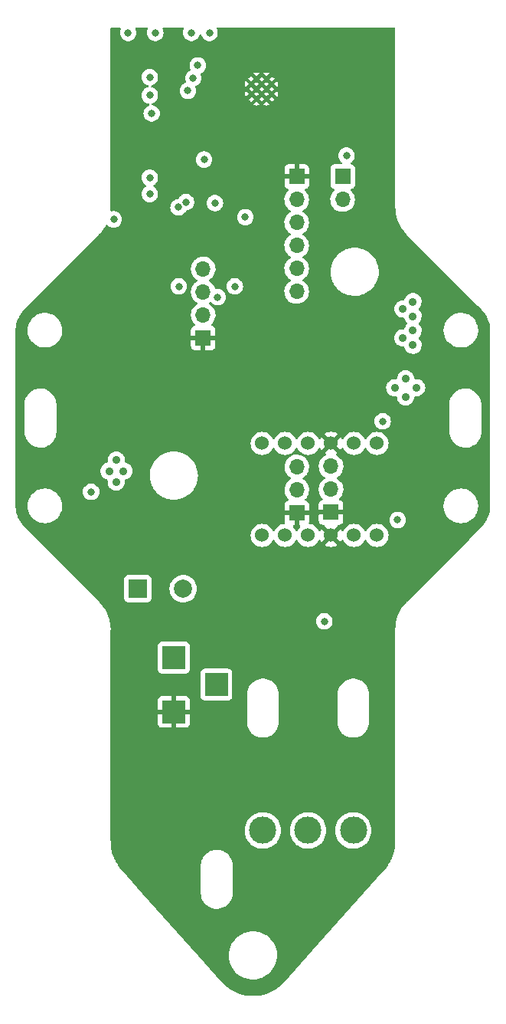
<source format=gbr>
%TF.GenerationSoftware,KiCad,Pcbnew,(6.0.1)*%
%TF.CreationDate,2022-02-05T18:26:11+11:00*%
%TF.ProjectId,ESP32_LED_Controller_v1,45535033-325f-44c4-9544-5f436f6e7472,rev?*%
%TF.SameCoordinates,Original*%
%TF.FileFunction,Copper,L2,Inr*%
%TF.FilePolarity,Positive*%
%FSLAX46Y46*%
G04 Gerber Fmt 4.6, Leading zero omitted, Abs format (unit mm)*
G04 Created by KiCad (PCBNEW (6.0.1)) date 2022-02-05 18:26:11*
%MOMM*%
%LPD*%
G01*
G04 APERTURE LIST*
%TA.AperFunction,ComponentPad*%
%ADD10R,1.700000X1.700000*%
%TD*%
%TA.AperFunction,ComponentPad*%
%ADD11O,1.700000X1.700000*%
%TD*%
%TA.AperFunction,ComponentPad*%
%ADD12R,2.500000X2.500000*%
%TD*%
%TA.AperFunction,ComponentPad*%
%ADD13R,2.000000X2.000000*%
%TD*%
%TA.AperFunction,ComponentPad*%
%ADD14C,2.000000*%
%TD*%
%TA.AperFunction,ComponentPad*%
%ADD15C,3.000000*%
%TD*%
%TA.AperFunction,ComponentPad*%
%ADD16C,1.524000*%
%TD*%
%TA.AperFunction,ComponentPad*%
%ADD17C,0.420000*%
%TD*%
%TA.AperFunction,ViaPad*%
%ADD18C,0.800000*%
%TD*%
%TA.AperFunction,ViaPad*%
%ADD19C,0.900000*%
%TD*%
G04 APERTURE END LIST*
D10*
%TO.N,GND*%
%TO.C,J4*%
X54225000Y-62080000D03*
D11*
%TO.N,ESP_Vcc*%
X54225000Y-59540000D03*
%TO.N,/SDA*%
X54225000Y-57000000D03*
%TO.N,/SCL*%
X54225000Y-54460000D03*
%TD*%
D12*
%TO.N,Vin*%
%TO.C,J3*%
X50975000Y-97380000D03*
%TO.N,GND*%
X50975000Y-103380000D03*
%TO.N,N/C*%
X55675000Y-100380000D03*
%TD*%
D13*
%TO.N,Vin*%
%TO.C,C4*%
X47007323Y-89780000D03*
D14*
%TO.N,Strip_-*%
X52007323Y-89780000D03*
%TD*%
D15*
%TO.N,Vin*%
%TO.C,J5*%
X60825000Y-116480000D03*
%TO.N,/Din_STRIP*%
X65825000Y-116480000D03*
%TO.N,Strip_-*%
X70825000Y-116480000D03*
%TD*%
D16*
%TO.N,unconnected-(LLC1-Pad1)*%
%TO.C,LLC1*%
X60745000Y-83890000D03*
%TO.N,/IO6*%
X63285000Y-83890000D03*
%TO.N,ESP_Vcc*%
X65825000Y-83890000D03*
%TO.N,GND*%
X68365000Y-83890000D03*
%TO.N,/3v3_Din_STRIP*%
X70905000Y-83890000D03*
%TO.N,unconnected-(LLC1-Pad6)*%
X73445000Y-83890000D03*
%TO.N,unconnected-(LLC1-Pad7)*%
X73445000Y-73730000D03*
%TO.N,/Hv_Din_STRIP*%
X70905000Y-73730000D03*
%TO.N,GND*%
X68365000Y-73730000D03*
%TO.N,Vin*%
X65825000Y-73730000D03*
%TO.N,/IO6_HV*%
X63285000Y-73730000D03*
%TO.N,unconnected-(LLC1-Pad12)*%
X60745000Y-73730000D03*
%TD*%
D17*
%TO.N,GND*%
%TO.C,ESP1*%
X61785000Y-34030000D03*
X59535000Y-34030000D03*
X59585000Y-35130000D03*
X60135000Y-33480000D03*
X60685000Y-35130000D03*
X61785000Y-35130000D03*
X60135000Y-34580000D03*
X61235000Y-33480000D03*
X61235000Y-34580000D03*
X61235000Y-35680000D03*
X60685000Y-34030000D03*
X60135000Y-35680000D03*
%TD*%
D10*
%TO.N,~{Reset}*%
%TO.C,J2*%
X69645000Y-44260000D03*
D11*
%TO.N,~{Flash}*%
X69645000Y-46800000D03*
%TD*%
D10*
%TO.N,GND*%
%TO.C,J1*%
X64565000Y-44260000D03*
D11*
%TO.N,/CTS*%
X64565000Y-46800000D03*
%TO.N,Vin*%
X64565000Y-49340000D03*
%TO.N,/TX_CON*%
X64565000Y-51880000D03*
%TO.N,/RX_CON*%
X64565000Y-54420000D03*
%TO.N,/DTR*%
X64565000Y-56960000D03*
%TD*%
D10*
%TO.N,GND*%
%TO.C,J7*%
X64575000Y-81405000D03*
D11*
%TO.N,Vin*%
X64575000Y-78865000D03*
%TO.N,/IO4*%
X64575000Y-76325000D03*
%TD*%
D10*
%TO.N,GND*%
%TO.C,J9*%
X68365000Y-81350000D03*
D11*
%TO.N,ESP_Vcc*%
X68365000Y-78810000D03*
%TO.N,/IO5*%
X68365000Y-76270000D03*
%TD*%
D18*
%TO.N,~{Flash}*%
X51499232Y-47648385D03*
%TO.N,/IO5*%
X70075000Y-41930000D03*
X74075000Y-71280000D03*
%TO.N,/3v3_Din_STRIP*%
X58877878Y-48732878D03*
%TO.N,Net-(FET1-Pad1)*%
X57725000Y-56380000D03*
X67625000Y-93380000D03*
%TO.N,/IO6_HV*%
X44325000Y-48980000D03*
X41825000Y-79080000D03*
%TO.N,/IO5*%
X53125000Y-33380000D03*
%TO.N,/IO6*%
X52525000Y-34780000D03*
%TO.N,/IO4*%
X53620980Y-31980000D03*
%TO.N,/3v3_Din_STRIP*%
X75725000Y-82180000D03*
%TO.N,GND*%
X64225000Y-70880000D03*
X63025000Y-70880000D03*
X65425000Y-70880000D03*
X44925000Y-64780000D03*
%TO.N,Vin*%
X55825000Y-57580000D03*
%TO.N,ESP_Vcc*%
X55525000Y-47180000D03*
X52312872Y-47067872D03*
%TO.N,GND*%
X54225000Y-51780000D03*
%TO.N,~{Reset}*%
X54320000Y-42380000D03*
%TO.N,/SCL*%
X51520000Y-56380000D03*
%TO.N,GND*%
X61235000Y-31920000D03*
X60135000Y-31940000D03*
X49720000Y-40380000D03*
X48120000Y-40380000D03*
%TO.N,/IO7*%
X48520000Y-37280000D03*
D19*
%TO.N,ESP_Vcc*%
X77420000Y-59680000D03*
D18*
X54920000Y-28380000D03*
X52920000Y-28380000D03*
X48920000Y-28380000D03*
X45920000Y-28380000D03*
D19*
X76320000Y-62080000D03*
X77420000Y-62880000D03*
D18*
X48320000Y-35280000D03*
D19*
X77420000Y-61280000D03*
X76320000Y-58880000D03*
X77420000Y-58080000D03*
D18*
X48320000Y-33280000D03*
%TO.N,GND*%
X45920000Y-31680000D03*
D19*
X68820000Y-86980000D03*
X54220000Y-107780000D03*
X68820000Y-88980000D03*
D18*
X45920000Y-29880000D03*
X45820000Y-42680000D03*
X45820000Y-40880000D03*
D19*
X67820000Y-87980000D03*
X53020000Y-105580000D03*
X69820000Y-87980000D03*
X67620000Y-89180000D03*
X53220000Y-106780000D03*
X54220000Y-105780000D03*
X55220000Y-106780000D03*
%TO.N,Vin*%
X44620000Y-75580000D03*
X77820000Y-67580000D03*
D18*
X48320000Y-46180000D03*
D19*
X44620000Y-77980000D03*
X43820000Y-76780000D03*
X45420000Y-76780000D03*
X76620000Y-66580000D03*
X75420000Y-67580000D03*
X76620000Y-68580000D03*
D18*
X48320000Y-44380000D03*
%TD*%
%TA.AperFunction,Conductor*%
%TO.N,GND*%
G36*
X45062629Y-27808002D02*
G01*
X45109122Y-27861658D01*
X45119226Y-27931932D01*
X45103628Y-27976998D01*
X45085473Y-28008444D01*
X45026458Y-28190072D01*
X45025768Y-28196633D01*
X45025768Y-28196635D01*
X45021720Y-28235151D01*
X45006496Y-28380000D01*
X45007186Y-28386565D01*
X45022993Y-28536956D01*
X45026458Y-28569928D01*
X45085473Y-28751556D01*
X45180960Y-28916944D01*
X45308747Y-29058866D01*
X45463248Y-29171118D01*
X45469276Y-29173802D01*
X45469278Y-29173803D01*
X45631681Y-29246109D01*
X45637712Y-29248794D01*
X45731113Y-29268647D01*
X45818056Y-29287128D01*
X45818061Y-29287128D01*
X45824513Y-29288500D01*
X46015487Y-29288500D01*
X46021939Y-29287128D01*
X46021944Y-29287128D01*
X46108887Y-29268647D01*
X46202288Y-29248794D01*
X46208319Y-29246109D01*
X46370722Y-29173803D01*
X46370724Y-29173802D01*
X46376752Y-29171118D01*
X46531253Y-29058866D01*
X46659040Y-28916944D01*
X46754527Y-28751556D01*
X46813542Y-28569928D01*
X46817008Y-28536956D01*
X46832814Y-28386565D01*
X46833504Y-28380000D01*
X46818280Y-28235151D01*
X46814232Y-28196635D01*
X46814232Y-28196633D01*
X46813542Y-28190072D01*
X46754527Y-28008444D01*
X46736372Y-27976998D01*
X46719635Y-27908004D01*
X46742856Y-27840912D01*
X46798663Y-27797025D01*
X46845492Y-27788000D01*
X47994508Y-27788000D01*
X48062629Y-27808002D01*
X48109122Y-27861658D01*
X48119226Y-27931932D01*
X48103628Y-27976998D01*
X48085473Y-28008444D01*
X48026458Y-28190072D01*
X48025768Y-28196633D01*
X48025768Y-28196635D01*
X48021720Y-28235151D01*
X48006496Y-28380000D01*
X48007186Y-28386565D01*
X48022993Y-28536956D01*
X48026458Y-28569928D01*
X48085473Y-28751556D01*
X48180960Y-28916944D01*
X48308747Y-29058866D01*
X48463248Y-29171118D01*
X48469276Y-29173802D01*
X48469278Y-29173803D01*
X48631681Y-29246109D01*
X48637712Y-29248794D01*
X48731113Y-29268647D01*
X48818056Y-29287128D01*
X48818061Y-29287128D01*
X48824513Y-29288500D01*
X49015487Y-29288500D01*
X49021939Y-29287128D01*
X49021944Y-29287128D01*
X49108887Y-29268647D01*
X49202288Y-29248794D01*
X49208319Y-29246109D01*
X49370722Y-29173803D01*
X49370724Y-29173802D01*
X49376752Y-29171118D01*
X49531253Y-29058866D01*
X49659040Y-28916944D01*
X49754527Y-28751556D01*
X49813542Y-28569928D01*
X49817008Y-28536956D01*
X49832814Y-28386565D01*
X49833504Y-28380000D01*
X49818280Y-28235151D01*
X49814232Y-28196635D01*
X49814232Y-28196633D01*
X49813542Y-28190072D01*
X49754527Y-28008444D01*
X49736372Y-27976998D01*
X49719635Y-27908004D01*
X49742856Y-27840912D01*
X49798663Y-27797025D01*
X49845492Y-27788000D01*
X51994508Y-27788000D01*
X52062629Y-27808002D01*
X52109122Y-27861658D01*
X52119226Y-27931932D01*
X52103628Y-27976998D01*
X52085473Y-28008444D01*
X52026458Y-28190072D01*
X52025768Y-28196633D01*
X52025768Y-28196635D01*
X52021720Y-28235151D01*
X52006496Y-28380000D01*
X52007186Y-28386565D01*
X52022993Y-28536956D01*
X52026458Y-28569928D01*
X52085473Y-28751556D01*
X52180960Y-28916944D01*
X52308747Y-29058866D01*
X52463248Y-29171118D01*
X52469276Y-29173802D01*
X52469278Y-29173803D01*
X52631681Y-29246109D01*
X52637712Y-29248794D01*
X52731113Y-29268647D01*
X52818056Y-29287128D01*
X52818061Y-29287128D01*
X52824513Y-29288500D01*
X53015487Y-29288500D01*
X53021939Y-29287128D01*
X53021944Y-29287128D01*
X53108887Y-29268647D01*
X53202288Y-29248794D01*
X53208319Y-29246109D01*
X53370722Y-29173803D01*
X53370724Y-29173802D01*
X53376752Y-29171118D01*
X53531253Y-29058866D01*
X53659040Y-28916944D01*
X53754527Y-28751556D01*
X53800167Y-28611090D01*
X53840241Y-28552486D01*
X53905637Y-28524849D01*
X53975594Y-28536956D01*
X54027900Y-28584962D01*
X54039832Y-28611089D01*
X54085473Y-28751556D01*
X54180960Y-28916944D01*
X54308747Y-29058866D01*
X54463248Y-29171118D01*
X54469276Y-29173802D01*
X54469278Y-29173803D01*
X54631681Y-29246109D01*
X54637712Y-29248794D01*
X54731113Y-29268647D01*
X54818056Y-29287128D01*
X54818061Y-29287128D01*
X54824513Y-29288500D01*
X55015487Y-29288500D01*
X55021939Y-29287128D01*
X55021944Y-29287128D01*
X55108887Y-29268647D01*
X55202288Y-29248794D01*
X55208319Y-29246109D01*
X55370722Y-29173803D01*
X55370724Y-29173802D01*
X55376752Y-29171118D01*
X55531253Y-29058866D01*
X55659040Y-28916944D01*
X55754527Y-28751556D01*
X55813542Y-28569928D01*
X55817008Y-28536956D01*
X55832814Y-28386565D01*
X55833504Y-28380000D01*
X55818280Y-28235151D01*
X55814232Y-28196635D01*
X55814232Y-28196633D01*
X55813542Y-28190072D01*
X55754527Y-28008444D01*
X55736372Y-27976998D01*
X55719635Y-27908004D01*
X55742856Y-27840912D01*
X55798663Y-27797025D01*
X55845492Y-27788000D01*
X75341052Y-27788000D01*
X75409173Y-27808002D01*
X75455666Y-27861658D01*
X75467052Y-27913990D01*
X75468646Y-47525162D01*
X75466901Y-47546069D01*
X75463579Y-47565811D01*
X75463426Y-47578350D01*
X75464116Y-47583168D01*
X75464226Y-47583937D01*
X75465377Y-47596295D01*
X75480630Y-47945641D01*
X75480812Y-47949813D01*
X75504714Y-48131364D01*
X75527065Y-48301134D01*
X75529344Y-48318448D01*
X75609820Y-48681451D01*
X75610648Y-48684076D01*
X75610649Y-48684081D01*
X75706023Y-48986565D01*
X75721628Y-49036059D01*
X75779679Y-49176206D01*
X75854682Y-49357279D01*
X75863916Y-49379573D01*
X76035601Y-49709378D01*
X76156631Y-49899357D01*
X76194641Y-49959020D01*
X76235378Y-50022965D01*
X76237042Y-50025133D01*
X76237050Y-50025145D01*
X76355746Y-50179832D01*
X76461726Y-50317947D01*
X76675386Y-50551114D01*
X76690719Y-50567847D01*
X76700465Y-50579894D01*
X76703338Y-50583930D01*
X76712096Y-50592904D01*
X76715988Y-50595821D01*
X76715995Y-50595827D01*
X76733678Y-50609079D01*
X76747458Y-50621059D01*
X84606561Y-58524373D01*
X84982277Y-58902203D01*
X84994674Y-58916721D01*
X85004041Y-58929543D01*
X85004044Y-58929546D01*
X85009339Y-58936794D01*
X85016456Y-58942265D01*
X85024783Y-58948666D01*
X85041352Y-58963945D01*
X85075245Y-59001340D01*
X85226947Y-59168717D01*
X85234791Y-59178276D01*
X85416933Y-59423867D01*
X85423803Y-59434148D01*
X85462710Y-59499060D01*
X85565696Y-59670880D01*
X85581005Y-59696422D01*
X85586832Y-59707323D01*
X85599812Y-59734767D01*
X85717573Y-59983754D01*
X85722303Y-59995174D01*
X85808988Y-60237438D01*
X85825313Y-60283064D01*
X85828901Y-60294891D01*
X85903205Y-60591527D01*
X85905612Y-60603633D01*
X85943424Y-60858537D01*
X85950480Y-60906106D01*
X85951691Y-60918407D01*
X85964805Y-61185331D01*
X85964890Y-61187068D01*
X85963541Y-61212637D01*
X85961814Y-61223730D01*
X85962978Y-61232632D01*
X85962978Y-61232635D01*
X85965936Y-61255251D01*
X85967000Y-61271589D01*
X85967000Y-80580672D01*
X85965500Y-80600056D01*
X85961814Y-80623730D01*
X85964274Y-80642539D01*
X85964341Y-80643050D01*
X85965253Y-80665570D01*
X85955324Y-80867685D01*
X85951693Y-80941590D01*
X85950482Y-80953890D01*
X85910654Y-81222389D01*
X85905615Y-81256358D01*
X85903206Y-81268473D01*
X85828905Y-81565100D01*
X85825315Y-81576933D01*
X85722304Y-81864826D01*
X85717573Y-81876249D01*
X85601412Y-82121854D01*
X85586835Y-82152674D01*
X85581009Y-82163574D01*
X85539124Y-82233454D01*
X85423804Y-82425852D01*
X85416934Y-82436133D01*
X85234787Y-82681731D01*
X85226943Y-82691289D01*
X85046313Y-82890584D01*
X85027279Y-82907711D01*
X85018206Y-82914339D01*
X84998274Y-82940268D01*
X84987733Y-82952311D01*
X83621533Y-84326196D01*
X76752928Y-91233439D01*
X76736664Y-91247235D01*
X76725041Y-91255510D01*
X76725038Y-91255513D01*
X76721071Y-91258337D01*
X76712096Y-91267096D01*
X76708718Y-91271603D01*
X76700802Y-91281147D01*
X76461725Y-91542053D01*
X76235378Y-91837035D01*
X76035601Y-92150622D01*
X75863915Y-92480427D01*
X75721627Y-92823941D01*
X75720801Y-92826561D01*
X75720798Y-92826569D01*
X75715600Y-92843056D01*
X75609819Y-93178548D01*
X75529343Y-93541552D01*
X75528985Y-93544272D01*
X75528984Y-93544277D01*
X75515175Y-93649167D01*
X75480811Y-93910187D01*
X75465718Y-94255883D01*
X75464871Y-94264402D01*
X75464845Y-94266507D01*
X75463464Y-94275380D01*
X75464628Y-94284281D01*
X75464628Y-94284286D01*
X75467583Y-94306881D01*
X75468647Y-94323227D01*
X75467812Y-106133068D01*
X75467005Y-117562178D01*
X75467003Y-117585489D01*
X75465504Y-117604857D01*
X75461814Y-117628556D01*
X75462978Y-117637457D01*
X75462978Y-117637462D01*
X75464580Y-117649709D01*
X75465542Y-117671107D01*
X75451105Y-118030349D01*
X75450293Y-118040435D01*
X75410613Y-118368150D01*
X75403321Y-118428371D01*
X75401705Y-118438347D01*
X75337882Y-118751866D01*
X75323750Y-118821289D01*
X75321334Y-118831116D01*
X75212903Y-119206554D01*
X75209708Y-119216155D01*
X75071504Y-119581673D01*
X75067548Y-119590987D01*
X74933773Y-119873806D01*
X74900454Y-119944246D01*
X74895763Y-119953212D01*
X74700867Y-120291912D01*
X74695472Y-120300473D01*
X74474024Y-120622445D01*
X74467960Y-120630545D01*
X74245821Y-120903669D01*
X74228601Y-120921072D01*
X74225352Y-120923772D01*
X74225350Y-120923774D01*
X74218450Y-120929508D01*
X74213436Y-120936948D01*
X74213435Y-120936950D01*
X74202436Y-120953273D01*
X74191604Y-120967148D01*
X66969662Y-128992152D01*
X63132763Y-133255704D01*
X63117588Y-133269990D01*
X63112797Y-133273805D01*
X63101641Y-133282687D01*
X63089499Y-133299916D01*
X63075615Y-133316413D01*
X62836722Y-133555361D01*
X62829070Y-133562407D01*
X62547596Y-133800852D01*
X62539406Y-133807227D01*
X62239217Y-134021600D01*
X62230498Y-134027298D01*
X61913632Y-134216143D01*
X61904477Y-134221099D01*
X61573086Y-134383133D01*
X61563561Y-134387311D01*
X61563551Y-134387315D01*
X61219933Y-134521416D01*
X61210083Y-134524798D01*
X60856563Y-134630062D01*
X60846466Y-134632619D01*
X60485437Y-134708331D01*
X60475169Y-134710045D01*
X60109121Y-134755679D01*
X60098769Y-134756537D01*
X59911784Y-134764272D01*
X59768633Y-134770194D01*
X59744043Y-134768802D01*
X59740147Y-134768196D01*
X59740146Y-134768196D01*
X59731270Y-134766814D01*
X59710360Y-134769548D01*
X59688824Y-134770504D01*
X59545577Y-134764578D01*
X59351242Y-134756538D01*
X59340863Y-134755678D01*
X59037810Y-134717898D01*
X58974835Y-134710047D01*
X58964563Y-134708332D01*
X58603534Y-134632620D01*
X58593437Y-134630063D01*
X58239917Y-134524799D01*
X58230067Y-134521417D01*
X58072088Y-134459764D01*
X57886438Y-134387312D01*
X57876913Y-134383134D01*
X57545524Y-134221100D01*
X57536368Y-134216144D01*
X57219499Y-134027297D01*
X57210783Y-134021601D01*
X57166889Y-133990255D01*
X56910593Y-133807227D01*
X56902403Y-133800852D01*
X56620929Y-133562407D01*
X56613277Y-133555361D01*
X56379665Y-133321695D01*
X56364036Y-133302657D01*
X56361840Y-133299374D01*
X56356851Y-133291914D01*
X56349971Y-133286156D01*
X56349969Y-133286154D01*
X56335213Y-133273805D01*
X56322422Y-133261465D01*
X53681146Y-130326485D01*
X57061854Y-130326485D01*
X57062156Y-130330320D01*
X57080108Y-130558417D01*
X57087370Y-130650695D01*
X57152206Y-130969378D01*
X57255398Y-131277784D01*
X57395405Y-131571316D01*
X57570141Y-131845597D01*
X57572584Y-131848560D01*
X57572585Y-131848562D01*
X57722308Y-132030190D01*
X57777001Y-132096538D01*
X58012902Y-132320399D01*
X58274326Y-132513843D01*
X58415851Y-132593914D01*
X58554019Y-132672086D01*
X58554023Y-132672088D01*
X58557376Y-132673985D01*
X58857832Y-132798438D01*
X58961288Y-132827129D01*
X59167500Y-132884317D01*
X59167508Y-132884319D01*
X59171216Y-132885347D01*
X59492856Y-132933416D01*
X59496154Y-132933560D01*
X59607918Y-132938440D01*
X59607922Y-132938440D01*
X59609294Y-132938500D01*
X59807598Y-132938500D01*
X60049605Y-132923698D01*
X60053388Y-132922997D01*
X60053395Y-132922996D01*
X60253459Y-132885916D01*
X60369372Y-132864433D01*
X60578682Y-132798438D01*
X60675860Y-132767798D01*
X60675863Y-132767797D01*
X60679532Y-132766640D01*
X60683029Y-132765046D01*
X60683035Y-132765044D01*
X60971954Y-132633376D01*
X60971958Y-132633374D01*
X60975462Y-132631777D01*
X61252751Y-132461854D01*
X61255755Y-132459464D01*
X61255760Y-132459461D01*
X61380008Y-132360629D01*
X61507264Y-132259405D01*
X61509958Y-132256664D01*
X61509962Y-132256660D01*
X61732513Y-132030190D01*
X61732517Y-132030185D01*
X61735208Y-132027447D01*
X61933185Y-131769439D01*
X62098242Y-131489227D01*
X62227920Y-131190988D01*
X62320285Y-130879169D01*
X62373961Y-130558417D01*
X62388146Y-130233515D01*
X62375388Y-130071410D01*
X62362932Y-129913140D01*
X62362932Y-129913137D01*
X62362630Y-129909305D01*
X62297794Y-129590622D01*
X62194602Y-129282216D01*
X62054595Y-128988684D01*
X61879859Y-128714403D01*
X61732470Y-128535606D01*
X61675442Y-128466425D01*
X61675438Y-128466420D01*
X61672999Y-128463462D01*
X61437098Y-128239601D01*
X61175674Y-128046157D01*
X60970781Y-127930234D01*
X60895981Y-127887914D01*
X60895977Y-127887912D01*
X60892624Y-127886015D01*
X60592168Y-127761562D01*
X60488712Y-127732871D01*
X60282500Y-127675683D01*
X60282492Y-127675681D01*
X60278784Y-127674653D01*
X59957144Y-127626584D01*
X59953846Y-127626440D01*
X59842082Y-127621560D01*
X59842078Y-127621560D01*
X59840706Y-127621500D01*
X59642402Y-127621500D01*
X59400395Y-127636302D01*
X59396612Y-127637003D01*
X59396605Y-127637004D01*
X59240511Y-127665935D01*
X59080628Y-127695567D01*
X58896058Y-127753762D01*
X58774140Y-127792202D01*
X58774137Y-127792203D01*
X58770468Y-127793360D01*
X58766971Y-127794954D01*
X58766965Y-127794956D01*
X58478046Y-127926624D01*
X58478042Y-127926626D01*
X58474538Y-127928223D01*
X58197249Y-128098146D01*
X58194245Y-128100536D01*
X58194240Y-128100539D01*
X58069993Y-128199370D01*
X57942736Y-128300595D01*
X57940042Y-128303336D01*
X57940038Y-128303340D01*
X57717487Y-128529810D01*
X57717483Y-128529815D01*
X57714792Y-128532553D01*
X57516815Y-128790561D01*
X57351758Y-129070773D01*
X57222080Y-129369012D01*
X57129715Y-129680831D01*
X57076039Y-130001583D01*
X57061854Y-130326485D01*
X53681146Y-130326485D01*
X52064264Y-128529810D01*
X47493852Y-123451180D01*
X53966500Y-123451180D01*
X53980939Y-123645478D01*
X53981968Y-123650026D01*
X53981969Y-123650032D01*
X54024147Y-123836427D01*
X54038623Y-123900403D01*
X54133353Y-124144003D01*
X54263049Y-124370924D01*
X54424862Y-124576183D01*
X54615237Y-124755269D01*
X54829991Y-124904250D01*
X54834181Y-124906316D01*
X54834184Y-124906318D01*
X55060219Y-125017786D01*
X55060222Y-125017787D01*
X55064407Y-125019851D01*
X55068850Y-125021273D01*
X55068852Y-125021274D01*
X55308877Y-125098106D01*
X55313335Y-125099533D01*
X55571307Y-125141547D01*
X55685058Y-125143036D01*
X55827978Y-125144907D01*
X55827981Y-125144907D01*
X55832655Y-125144968D01*
X56091638Y-125109722D01*
X56342567Y-125036583D01*
X56378862Y-125019851D01*
X56397112Y-125011437D01*
X56579928Y-124927158D01*
X56629976Y-124894345D01*
X56794596Y-124786416D01*
X56794601Y-124786412D01*
X56798509Y-124783850D01*
X56993506Y-124609808D01*
X57160637Y-124408856D01*
X57296229Y-124185407D01*
X57397303Y-123944371D01*
X57461641Y-123691043D01*
X57483500Y-123473959D01*
X57483500Y-120318472D01*
X57483327Y-120316141D01*
X57469407Y-120128826D01*
X57469406Y-120128822D01*
X57469061Y-120124174D01*
X57457725Y-120074074D01*
X57412408Y-119873806D01*
X57411377Y-119869249D01*
X57316647Y-119625649D01*
X57186951Y-119398728D01*
X57025138Y-119193469D01*
X56834763Y-119014383D01*
X56620009Y-118865402D01*
X56615816Y-118863334D01*
X56389781Y-118751866D01*
X56389778Y-118751865D01*
X56385593Y-118749801D01*
X56339449Y-118735030D01*
X56141123Y-118671546D01*
X56136665Y-118670119D01*
X55878693Y-118628105D01*
X55764942Y-118626616D01*
X55622022Y-118624745D01*
X55622019Y-118624745D01*
X55617345Y-118624684D01*
X55358362Y-118659930D01*
X55107433Y-118733069D01*
X55103180Y-118735029D01*
X55103179Y-118735030D01*
X55066659Y-118751866D01*
X54870072Y-118842494D01*
X54831067Y-118868067D01*
X54655404Y-118983236D01*
X54655399Y-118983240D01*
X54651491Y-118985802D01*
X54456494Y-119159844D01*
X54289363Y-119360796D01*
X54153771Y-119584245D01*
X54052697Y-119825281D01*
X53988359Y-120078609D01*
X53966500Y-120295693D01*
X53966500Y-123451180D01*
X47493852Y-123451180D01*
X45263573Y-120972899D01*
X45251052Y-120956451D01*
X45244679Y-120946475D01*
X45244677Y-120946473D01*
X45239846Y-120938911D01*
X45229077Y-120929508D01*
X45223777Y-120924880D01*
X45208896Y-120909470D01*
X44982041Y-120630546D01*
X44975977Y-120622446D01*
X44754528Y-120300473D01*
X44749133Y-120291912D01*
X44554237Y-119953212D01*
X44549546Y-119944246D01*
X44516228Y-119873806D01*
X44382452Y-119590987D01*
X44378496Y-119581673D01*
X44240292Y-119216155D01*
X44237097Y-119206554D01*
X44128666Y-118831116D01*
X44126250Y-118821289D01*
X44112118Y-118751866D01*
X44048295Y-118438347D01*
X44046679Y-118428371D01*
X44039388Y-118368150D01*
X43999707Y-118040435D01*
X43998895Y-118030349D01*
X43984758Y-117678579D01*
X43986156Y-117654133D01*
X43986805Y-117649968D01*
X43986805Y-117649965D01*
X43988186Y-117641096D01*
X43984060Y-117609546D01*
X43982997Y-117593226D01*
X43982997Y-117585489D01*
X43982917Y-116458918D01*
X58811917Y-116458918D01*
X58827682Y-116732320D01*
X58828507Y-116736525D01*
X58828508Y-116736533D01*
X58839127Y-116790657D01*
X58880405Y-117001053D01*
X58881792Y-117005103D01*
X58881793Y-117005108D01*
X58902605Y-117065895D01*
X58969112Y-117260144D01*
X59092160Y-117504799D01*
X59094586Y-117508328D01*
X59094589Y-117508334D01*
X59183337Y-117637462D01*
X59247274Y-117730490D01*
X59431582Y-117933043D01*
X59641675Y-118108707D01*
X59645316Y-118110991D01*
X59870024Y-118251951D01*
X59870028Y-118251953D01*
X59873664Y-118254234D01*
X59941544Y-118284883D01*
X60119345Y-118365164D01*
X60119349Y-118365166D01*
X60123257Y-118366930D01*
X60127377Y-118368150D01*
X60127376Y-118368150D01*
X60381723Y-118443491D01*
X60381727Y-118443492D01*
X60385836Y-118444709D01*
X60390070Y-118445357D01*
X60390075Y-118445358D01*
X60652298Y-118485483D01*
X60652300Y-118485483D01*
X60656540Y-118486132D01*
X60795912Y-118488322D01*
X60926071Y-118490367D01*
X60926077Y-118490367D01*
X60930362Y-118490434D01*
X61202235Y-118457534D01*
X61467127Y-118388041D01*
X61471087Y-118386401D01*
X61471092Y-118386399D01*
X61593632Y-118335641D01*
X61720136Y-118283241D01*
X61956582Y-118145073D01*
X62172089Y-117976094D01*
X62213809Y-117933043D01*
X62359686Y-117782509D01*
X62362669Y-117779431D01*
X62365202Y-117775983D01*
X62365206Y-117775978D01*
X62522257Y-117562178D01*
X62524795Y-117558723D01*
X62552154Y-117508334D01*
X62653418Y-117321830D01*
X62653419Y-117321828D01*
X62655468Y-117318054D01*
X62752269Y-117061877D01*
X62813407Y-116794933D01*
X62837751Y-116522161D01*
X62838193Y-116480000D01*
X62836756Y-116458918D01*
X63811917Y-116458918D01*
X63827682Y-116732320D01*
X63828507Y-116736525D01*
X63828508Y-116736533D01*
X63839127Y-116790657D01*
X63880405Y-117001053D01*
X63881792Y-117005103D01*
X63881793Y-117005108D01*
X63902605Y-117065895D01*
X63969112Y-117260144D01*
X64092160Y-117504799D01*
X64094586Y-117508328D01*
X64094589Y-117508334D01*
X64183337Y-117637462D01*
X64247274Y-117730490D01*
X64431582Y-117933043D01*
X64641675Y-118108707D01*
X64645316Y-118110991D01*
X64870024Y-118251951D01*
X64870028Y-118251953D01*
X64873664Y-118254234D01*
X64941544Y-118284883D01*
X65119345Y-118365164D01*
X65119349Y-118365166D01*
X65123257Y-118366930D01*
X65127377Y-118368150D01*
X65127376Y-118368150D01*
X65381723Y-118443491D01*
X65381727Y-118443492D01*
X65385836Y-118444709D01*
X65390070Y-118445357D01*
X65390075Y-118445358D01*
X65652298Y-118485483D01*
X65652300Y-118485483D01*
X65656540Y-118486132D01*
X65795912Y-118488322D01*
X65926071Y-118490367D01*
X65926077Y-118490367D01*
X65930362Y-118490434D01*
X66202235Y-118457534D01*
X66467127Y-118388041D01*
X66471087Y-118386401D01*
X66471092Y-118386399D01*
X66593632Y-118335641D01*
X66720136Y-118283241D01*
X66956582Y-118145073D01*
X67172089Y-117976094D01*
X67213809Y-117933043D01*
X67359686Y-117782509D01*
X67362669Y-117779431D01*
X67365202Y-117775983D01*
X67365206Y-117775978D01*
X67522257Y-117562178D01*
X67524795Y-117558723D01*
X67552154Y-117508334D01*
X67653418Y-117321830D01*
X67653419Y-117321828D01*
X67655468Y-117318054D01*
X67752269Y-117061877D01*
X67813407Y-116794933D01*
X67837751Y-116522161D01*
X67838193Y-116480000D01*
X67836756Y-116458918D01*
X68811917Y-116458918D01*
X68827682Y-116732320D01*
X68828507Y-116736525D01*
X68828508Y-116736533D01*
X68839127Y-116790657D01*
X68880405Y-117001053D01*
X68881792Y-117005103D01*
X68881793Y-117005108D01*
X68902605Y-117065895D01*
X68969112Y-117260144D01*
X69092160Y-117504799D01*
X69094586Y-117508328D01*
X69094589Y-117508334D01*
X69183337Y-117637462D01*
X69247274Y-117730490D01*
X69431582Y-117933043D01*
X69641675Y-118108707D01*
X69645316Y-118110991D01*
X69870024Y-118251951D01*
X69870028Y-118251953D01*
X69873664Y-118254234D01*
X69941544Y-118284883D01*
X70119345Y-118365164D01*
X70119349Y-118365166D01*
X70123257Y-118366930D01*
X70127377Y-118368150D01*
X70127376Y-118368150D01*
X70381723Y-118443491D01*
X70381727Y-118443492D01*
X70385836Y-118444709D01*
X70390070Y-118445357D01*
X70390075Y-118445358D01*
X70652298Y-118485483D01*
X70652300Y-118485483D01*
X70656540Y-118486132D01*
X70795912Y-118488322D01*
X70926071Y-118490367D01*
X70926077Y-118490367D01*
X70930362Y-118490434D01*
X71202235Y-118457534D01*
X71467127Y-118388041D01*
X71471087Y-118386401D01*
X71471092Y-118386399D01*
X71593632Y-118335641D01*
X71720136Y-118283241D01*
X71956582Y-118145073D01*
X72172089Y-117976094D01*
X72213809Y-117933043D01*
X72359686Y-117782509D01*
X72362669Y-117779431D01*
X72365202Y-117775983D01*
X72365206Y-117775978D01*
X72522257Y-117562178D01*
X72524795Y-117558723D01*
X72552154Y-117508334D01*
X72653418Y-117321830D01*
X72653419Y-117321828D01*
X72655468Y-117318054D01*
X72752269Y-117061877D01*
X72813407Y-116794933D01*
X72837751Y-116522161D01*
X72838193Y-116480000D01*
X72819567Y-116206778D01*
X72764032Y-115938612D01*
X72672617Y-115680465D01*
X72547013Y-115437112D01*
X72537040Y-115422921D01*
X72392008Y-115216562D01*
X72389545Y-115213057D01*
X72203125Y-115012445D01*
X72199810Y-115009731D01*
X72199806Y-115009728D01*
X71994523Y-114841706D01*
X71991205Y-114838990D01*
X71757704Y-114695901D01*
X71753768Y-114694173D01*
X71510873Y-114587549D01*
X71510869Y-114587548D01*
X71506945Y-114585825D01*
X71243566Y-114510800D01*
X71239324Y-114510196D01*
X71239318Y-114510195D01*
X71038834Y-114481662D01*
X70972443Y-114472213D01*
X70828589Y-114471460D01*
X70702877Y-114470802D01*
X70702871Y-114470802D01*
X70698591Y-114470780D01*
X70694347Y-114471339D01*
X70694343Y-114471339D01*
X70575302Y-114487011D01*
X70427078Y-114506525D01*
X70422938Y-114507658D01*
X70422936Y-114507658D01*
X70350008Y-114527609D01*
X70162928Y-114578788D01*
X70158980Y-114580472D01*
X69914982Y-114684546D01*
X69914978Y-114684548D01*
X69911030Y-114686232D01*
X69891125Y-114698145D01*
X69679725Y-114824664D01*
X69679721Y-114824667D01*
X69676043Y-114826868D01*
X69462318Y-114998094D01*
X69273808Y-115196742D01*
X69114002Y-115419136D01*
X68985857Y-115661161D01*
X68984385Y-115665184D01*
X68984383Y-115665188D01*
X68977314Y-115684506D01*
X68891743Y-115918337D01*
X68833404Y-116185907D01*
X68811917Y-116458918D01*
X67836756Y-116458918D01*
X67819567Y-116206778D01*
X67764032Y-115938612D01*
X67672617Y-115680465D01*
X67547013Y-115437112D01*
X67537040Y-115422921D01*
X67392008Y-115216562D01*
X67389545Y-115213057D01*
X67203125Y-115012445D01*
X67199810Y-115009731D01*
X67199806Y-115009728D01*
X66994523Y-114841706D01*
X66991205Y-114838990D01*
X66757704Y-114695901D01*
X66753768Y-114694173D01*
X66510873Y-114587549D01*
X66510869Y-114587548D01*
X66506945Y-114585825D01*
X66243566Y-114510800D01*
X66239324Y-114510196D01*
X66239318Y-114510195D01*
X66038834Y-114481662D01*
X65972443Y-114472213D01*
X65828589Y-114471460D01*
X65702877Y-114470802D01*
X65702871Y-114470802D01*
X65698591Y-114470780D01*
X65694347Y-114471339D01*
X65694343Y-114471339D01*
X65575302Y-114487011D01*
X65427078Y-114506525D01*
X65422938Y-114507658D01*
X65422936Y-114507658D01*
X65350008Y-114527609D01*
X65162928Y-114578788D01*
X65158980Y-114580472D01*
X64914982Y-114684546D01*
X64914978Y-114684548D01*
X64911030Y-114686232D01*
X64891125Y-114698145D01*
X64679725Y-114824664D01*
X64679721Y-114824667D01*
X64676043Y-114826868D01*
X64462318Y-114998094D01*
X64273808Y-115196742D01*
X64114002Y-115419136D01*
X63985857Y-115661161D01*
X63984385Y-115665184D01*
X63984383Y-115665188D01*
X63977314Y-115684506D01*
X63891743Y-115918337D01*
X63833404Y-116185907D01*
X63811917Y-116458918D01*
X62836756Y-116458918D01*
X62819567Y-116206778D01*
X62764032Y-115938612D01*
X62672617Y-115680465D01*
X62547013Y-115437112D01*
X62537040Y-115422921D01*
X62392008Y-115216562D01*
X62389545Y-115213057D01*
X62203125Y-115012445D01*
X62199810Y-115009731D01*
X62199806Y-115009728D01*
X61994523Y-114841706D01*
X61991205Y-114838990D01*
X61757704Y-114695901D01*
X61753768Y-114694173D01*
X61510873Y-114587549D01*
X61510869Y-114587548D01*
X61506945Y-114585825D01*
X61243566Y-114510800D01*
X61239324Y-114510196D01*
X61239318Y-114510195D01*
X61038834Y-114481662D01*
X60972443Y-114472213D01*
X60828589Y-114471460D01*
X60702877Y-114470802D01*
X60702871Y-114470802D01*
X60698591Y-114470780D01*
X60694347Y-114471339D01*
X60694343Y-114471339D01*
X60575302Y-114487011D01*
X60427078Y-114506525D01*
X60422938Y-114507658D01*
X60422936Y-114507658D01*
X60350008Y-114527609D01*
X60162928Y-114578788D01*
X60158980Y-114580472D01*
X59914982Y-114684546D01*
X59914978Y-114684548D01*
X59911030Y-114686232D01*
X59891125Y-114698145D01*
X59679725Y-114824664D01*
X59679721Y-114824667D01*
X59676043Y-114826868D01*
X59462318Y-114998094D01*
X59273808Y-115196742D01*
X59114002Y-115419136D01*
X58985857Y-115661161D01*
X58984385Y-115665184D01*
X58984383Y-115665188D01*
X58977314Y-115684506D01*
X58891743Y-115918337D01*
X58833404Y-116185907D01*
X58811917Y-116458918D01*
X43982917Y-116458918D01*
X43982085Y-104674669D01*
X49217001Y-104674669D01*
X49217371Y-104681490D01*
X49222895Y-104732352D01*
X49226521Y-104747604D01*
X49271676Y-104868054D01*
X49280214Y-104883649D01*
X49356715Y-104985724D01*
X49369276Y-104998285D01*
X49471351Y-105074786D01*
X49486946Y-105083324D01*
X49607394Y-105128478D01*
X49622649Y-105132105D01*
X49673514Y-105137631D01*
X49680328Y-105138000D01*
X50702885Y-105138000D01*
X50718124Y-105133525D01*
X50719329Y-105132135D01*
X50721000Y-105124452D01*
X50721000Y-105119884D01*
X51229000Y-105119884D01*
X51233475Y-105135123D01*
X51234865Y-105136328D01*
X51242548Y-105137999D01*
X52269669Y-105137999D01*
X52276490Y-105137629D01*
X52327352Y-105132105D01*
X52342604Y-105128479D01*
X52463054Y-105083324D01*
X52478649Y-105074786D01*
X52580724Y-104998285D01*
X52593285Y-104985724D01*
X52669786Y-104883649D01*
X52678324Y-104868054D01*
X52723478Y-104747606D01*
X52727105Y-104732351D01*
X52732631Y-104681486D01*
X52733000Y-104674672D01*
X52733000Y-104546354D01*
X59066500Y-104546354D01*
X59066673Y-104548679D01*
X59066673Y-104548685D01*
X59076036Y-104674669D01*
X59080939Y-104740652D01*
X59081968Y-104745200D01*
X59081969Y-104745206D01*
X59109767Y-104868054D01*
X59138623Y-104995577D01*
X59140315Y-104999929D01*
X59140316Y-104999931D01*
X59193864Y-105137629D01*
X59233353Y-105239177D01*
X59363049Y-105466098D01*
X59524862Y-105671357D01*
X59715237Y-105850443D01*
X59929991Y-105999424D01*
X59934181Y-106001490D01*
X59934184Y-106001492D01*
X60160219Y-106112960D01*
X60160222Y-106112961D01*
X60164407Y-106115025D01*
X60168850Y-106116447D01*
X60168852Y-106116448D01*
X60408877Y-106193280D01*
X60413335Y-106194707D01*
X60671307Y-106236721D01*
X60785058Y-106238210D01*
X60927978Y-106240081D01*
X60927981Y-106240081D01*
X60932655Y-106240142D01*
X61191638Y-106204896D01*
X61442567Y-106131757D01*
X61478862Y-106115025D01*
X61497112Y-106106611D01*
X61679928Y-106022332D01*
X61729976Y-105989519D01*
X61894596Y-105881590D01*
X61894601Y-105881586D01*
X61898509Y-105879024D01*
X62093506Y-105704982D01*
X62260637Y-105504030D01*
X62396229Y-105280581D01*
X62497303Y-105039545D01*
X62561641Y-104786217D01*
X62583500Y-104569133D01*
X62583500Y-104546354D01*
X69066500Y-104546354D01*
X69066673Y-104548679D01*
X69066673Y-104548685D01*
X69076036Y-104674669D01*
X69080939Y-104740652D01*
X69081968Y-104745200D01*
X69081969Y-104745206D01*
X69109767Y-104868054D01*
X69138623Y-104995577D01*
X69140315Y-104999929D01*
X69140316Y-104999931D01*
X69193864Y-105137629D01*
X69233353Y-105239177D01*
X69363049Y-105466098D01*
X69524862Y-105671357D01*
X69715237Y-105850443D01*
X69929991Y-105999424D01*
X69934181Y-106001490D01*
X69934184Y-106001492D01*
X70160219Y-106112960D01*
X70160222Y-106112961D01*
X70164407Y-106115025D01*
X70168850Y-106116447D01*
X70168852Y-106116448D01*
X70408877Y-106193280D01*
X70413335Y-106194707D01*
X70671307Y-106236721D01*
X70785058Y-106238210D01*
X70927978Y-106240081D01*
X70927981Y-106240081D01*
X70932655Y-106240142D01*
X71191638Y-106204896D01*
X71442567Y-106131757D01*
X71478862Y-106115025D01*
X71497112Y-106106611D01*
X71679928Y-106022332D01*
X71729976Y-105989519D01*
X71894596Y-105881590D01*
X71894601Y-105881586D01*
X71898509Y-105879024D01*
X72093506Y-105704982D01*
X72260637Y-105504030D01*
X72396229Y-105280581D01*
X72497303Y-105039545D01*
X72561641Y-104786217D01*
X72583500Y-104569133D01*
X72583500Y-101413646D01*
X72569061Y-101219348D01*
X72557725Y-101169248D01*
X72512408Y-100968980D01*
X72511377Y-100964423D01*
X72416647Y-100720823D01*
X72286951Y-100493902D01*
X72125138Y-100288643D01*
X71934763Y-100109557D01*
X71720009Y-99960576D01*
X71715816Y-99958508D01*
X71489781Y-99847040D01*
X71489778Y-99847039D01*
X71485593Y-99844975D01*
X71439449Y-99830204D01*
X71241123Y-99766720D01*
X71236665Y-99765293D01*
X70978693Y-99723279D01*
X70864942Y-99721790D01*
X70722022Y-99719919D01*
X70722019Y-99719919D01*
X70717345Y-99719858D01*
X70458362Y-99755104D01*
X70207433Y-99828243D01*
X70203180Y-99830203D01*
X70203179Y-99830204D01*
X70166659Y-99847040D01*
X69970072Y-99937668D01*
X69931067Y-99963241D01*
X69755404Y-100078410D01*
X69755399Y-100078414D01*
X69751491Y-100080976D01*
X69556494Y-100255018D01*
X69389363Y-100455970D01*
X69253771Y-100679419D01*
X69152697Y-100920455D01*
X69088359Y-101173783D01*
X69066500Y-101390867D01*
X69066500Y-104546354D01*
X62583500Y-104546354D01*
X62583500Y-101413646D01*
X62569061Y-101219348D01*
X62557725Y-101169248D01*
X62512408Y-100968980D01*
X62511377Y-100964423D01*
X62416647Y-100720823D01*
X62286951Y-100493902D01*
X62125138Y-100288643D01*
X61934763Y-100109557D01*
X61720009Y-99960576D01*
X61715816Y-99958508D01*
X61489781Y-99847040D01*
X61489778Y-99847039D01*
X61485593Y-99844975D01*
X61439449Y-99830204D01*
X61241123Y-99766720D01*
X61236665Y-99765293D01*
X60978693Y-99723279D01*
X60864942Y-99721790D01*
X60722022Y-99719919D01*
X60722019Y-99719919D01*
X60717345Y-99719858D01*
X60458362Y-99755104D01*
X60207433Y-99828243D01*
X60203180Y-99830203D01*
X60203179Y-99830204D01*
X60166659Y-99847040D01*
X59970072Y-99937668D01*
X59931067Y-99963241D01*
X59755404Y-100078410D01*
X59755399Y-100078414D01*
X59751491Y-100080976D01*
X59556494Y-100255018D01*
X59389363Y-100455970D01*
X59253771Y-100679419D01*
X59152697Y-100920455D01*
X59088359Y-101173783D01*
X59066500Y-101390867D01*
X59066500Y-104546354D01*
X52733000Y-104546354D01*
X52733000Y-103652115D01*
X52728525Y-103636876D01*
X52727135Y-103635671D01*
X52719452Y-103634000D01*
X51247115Y-103634000D01*
X51231876Y-103638475D01*
X51230671Y-103639865D01*
X51229000Y-103647548D01*
X51229000Y-105119884D01*
X50721000Y-105119884D01*
X50721000Y-103652115D01*
X50716525Y-103636876D01*
X50715135Y-103635671D01*
X50707452Y-103634000D01*
X49235116Y-103634000D01*
X49219877Y-103638475D01*
X49218672Y-103639865D01*
X49217001Y-103647548D01*
X49217001Y-104674669D01*
X43982085Y-104674669D01*
X43981974Y-103107885D01*
X49217000Y-103107885D01*
X49221475Y-103123124D01*
X49222865Y-103124329D01*
X49230548Y-103126000D01*
X50702885Y-103126000D01*
X50718124Y-103121525D01*
X50719329Y-103120135D01*
X50721000Y-103112452D01*
X50721000Y-103107885D01*
X51229000Y-103107885D01*
X51233475Y-103123124D01*
X51234865Y-103124329D01*
X51242548Y-103126000D01*
X52714884Y-103126000D01*
X52730123Y-103121525D01*
X52731328Y-103120135D01*
X52732999Y-103112452D01*
X52732999Y-102085331D01*
X52732629Y-102078510D01*
X52727105Y-102027648D01*
X52723479Y-102012396D01*
X52678324Y-101891946D01*
X52669786Y-101876351D01*
X52593285Y-101774276D01*
X52580724Y-101761715D01*
X52478649Y-101685214D01*
X52465717Y-101678134D01*
X53916500Y-101678134D01*
X53923255Y-101740316D01*
X53974385Y-101876705D01*
X54061739Y-101993261D01*
X54178295Y-102080615D01*
X54314684Y-102131745D01*
X54376866Y-102138500D01*
X56973134Y-102138500D01*
X57035316Y-102131745D01*
X57171705Y-102080615D01*
X57288261Y-101993261D01*
X57375615Y-101876705D01*
X57426745Y-101740316D01*
X57433500Y-101678134D01*
X57433500Y-99081866D01*
X57426745Y-99019684D01*
X57375615Y-98883295D01*
X57288261Y-98766739D01*
X57171705Y-98679385D01*
X57035316Y-98628255D01*
X56973134Y-98621500D01*
X54376866Y-98621500D01*
X54314684Y-98628255D01*
X54178295Y-98679385D01*
X54061739Y-98766739D01*
X53974385Y-98883295D01*
X53923255Y-99019684D01*
X53916500Y-99081866D01*
X53916500Y-101678134D01*
X52465717Y-101678134D01*
X52463054Y-101676676D01*
X52342606Y-101631522D01*
X52327351Y-101627895D01*
X52276486Y-101622369D01*
X52269672Y-101622000D01*
X51247115Y-101622000D01*
X51231876Y-101626475D01*
X51230671Y-101627865D01*
X51229000Y-101635548D01*
X51229000Y-103107885D01*
X50721000Y-103107885D01*
X50721000Y-101640116D01*
X50716525Y-101624877D01*
X50715135Y-101623672D01*
X50707452Y-101622001D01*
X49680331Y-101622001D01*
X49673510Y-101622371D01*
X49622648Y-101627895D01*
X49607396Y-101631521D01*
X49486946Y-101676676D01*
X49471351Y-101685214D01*
X49369276Y-101761715D01*
X49356715Y-101774276D01*
X49280214Y-101876351D01*
X49271676Y-101891946D01*
X49226522Y-102012394D01*
X49222895Y-102027649D01*
X49217369Y-102078514D01*
X49217000Y-102085328D01*
X49217000Y-103107885D01*
X43981974Y-103107885D01*
X43981905Y-102128971D01*
X43981661Y-98678134D01*
X49216500Y-98678134D01*
X49223255Y-98740316D01*
X49274385Y-98876705D01*
X49361739Y-98993261D01*
X49478295Y-99080615D01*
X49614684Y-99131745D01*
X49676866Y-99138500D01*
X52273134Y-99138500D01*
X52335316Y-99131745D01*
X52471705Y-99080615D01*
X52588261Y-98993261D01*
X52675615Y-98876705D01*
X52726745Y-98740316D01*
X52733500Y-98678134D01*
X52733500Y-96081866D01*
X52726745Y-96019684D01*
X52675615Y-95883295D01*
X52588261Y-95766739D01*
X52471705Y-95679385D01*
X52335316Y-95628255D01*
X52273134Y-95621500D01*
X49676866Y-95621500D01*
X49614684Y-95628255D01*
X49478295Y-95679385D01*
X49361739Y-95766739D01*
X49274385Y-95883295D01*
X49223255Y-96019684D01*
X49216500Y-96081866D01*
X49216500Y-98678134D01*
X43981661Y-98678134D01*
X43981354Y-94334844D01*
X43983100Y-94313934D01*
X43985614Y-94298991D01*
X43985615Y-94298981D01*
X43986421Y-94294189D01*
X43986574Y-94281650D01*
X43985774Y-94276063D01*
X43984623Y-94263705D01*
X43969309Y-93912947D01*
X43969308Y-93912936D01*
X43969188Y-93910187D01*
X43934824Y-93649167D01*
X43921015Y-93544277D01*
X43921014Y-93544272D01*
X43920656Y-93541552D01*
X43884841Y-93380000D01*
X66711496Y-93380000D01*
X66712186Y-93386565D01*
X66728476Y-93541552D01*
X66731458Y-93569928D01*
X66790473Y-93751556D01*
X66885960Y-93916944D01*
X66890378Y-93921851D01*
X66890379Y-93921852D01*
X66928220Y-93963879D01*
X67013747Y-94058866D01*
X67168248Y-94171118D01*
X67174276Y-94173802D01*
X67174278Y-94173803D01*
X67336681Y-94246109D01*
X67342712Y-94248794D01*
X67436112Y-94268647D01*
X67523056Y-94287128D01*
X67523061Y-94287128D01*
X67529513Y-94288500D01*
X67720487Y-94288500D01*
X67726939Y-94287128D01*
X67726944Y-94287128D01*
X67813888Y-94268647D01*
X67907288Y-94248794D01*
X67913319Y-94246109D01*
X68075722Y-94173803D01*
X68075724Y-94173802D01*
X68081752Y-94171118D01*
X68236253Y-94058866D01*
X68321780Y-93963879D01*
X68359621Y-93921852D01*
X68359622Y-93921851D01*
X68364040Y-93916944D01*
X68459527Y-93751556D01*
X68518542Y-93569928D01*
X68521525Y-93541552D01*
X68537814Y-93386565D01*
X68538504Y-93380000D01*
X68537814Y-93373435D01*
X68519232Y-93196635D01*
X68519232Y-93196633D01*
X68518542Y-93190072D01*
X68459527Y-93008444D01*
X68364040Y-92843056D01*
X68236253Y-92701134D01*
X68081752Y-92588882D01*
X68075724Y-92586198D01*
X68075722Y-92586197D01*
X67913319Y-92513891D01*
X67913318Y-92513891D01*
X67907288Y-92511206D01*
X67813888Y-92491353D01*
X67726944Y-92472872D01*
X67726939Y-92472872D01*
X67720487Y-92471500D01*
X67529513Y-92471500D01*
X67523061Y-92472872D01*
X67523056Y-92472872D01*
X67436112Y-92491353D01*
X67342712Y-92511206D01*
X67336682Y-92513891D01*
X67336681Y-92513891D01*
X67174278Y-92586197D01*
X67174276Y-92586198D01*
X67168248Y-92588882D01*
X67013747Y-92701134D01*
X66885960Y-92843056D01*
X66790473Y-93008444D01*
X66731458Y-93190072D01*
X66730768Y-93196633D01*
X66730768Y-93196635D01*
X66712186Y-93373435D01*
X66711496Y-93380000D01*
X43884841Y-93380000D01*
X43840180Y-93178549D01*
X43839351Y-93175919D01*
X43729201Y-92826569D01*
X43729198Y-92826561D01*
X43728372Y-92823941D01*
X43586084Y-92480427D01*
X43414399Y-92150622D01*
X43214622Y-91837035D01*
X43212958Y-91834867D01*
X43212950Y-91834855D01*
X43094254Y-91680168D01*
X42988274Y-91542053D01*
X42759278Y-91292149D01*
X42749535Y-91280106D01*
X42746662Y-91276070D01*
X42737904Y-91267096D01*
X42734012Y-91264179D01*
X42734005Y-91264173D01*
X42716322Y-91250921D01*
X42702540Y-91238939D01*
X42683966Y-91220260D01*
X42294034Y-90828134D01*
X45498823Y-90828134D01*
X45505578Y-90890316D01*
X45556708Y-91026705D01*
X45644062Y-91143261D01*
X45760618Y-91230615D01*
X45897007Y-91281745D01*
X45959189Y-91288500D01*
X48055457Y-91288500D01*
X48117639Y-91281745D01*
X48254028Y-91230615D01*
X48370584Y-91143261D01*
X48457938Y-91026705D01*
X48509068Y-90890316D01*
X48515823Y-90828134D01*
X48515823Y-89780000D01*
X50494158Y-89780000D01*
X50512788Y-90016711D01*
X50568218Y-90247594D01*
X50659083Y-90466963D01*
X50661669Y-90471183D01*
X50780564Y-90665202D01*
X50780568Y-90665208D01*
X50783147Y-90669416D01*
X50937354Y-90849969D01*
X51117907Y-91004176D01*
X51122115Y-91006755D01*
X51122121Y-91006759D01*
X51316140Y-91125654D01*
X51320360Y-91128240D01*
X51324930Y-91130133D01*
X51324934Y-91130135D01*
X51535156Y-91217211D01*
X51539729Y-91219105D01*
X51587672Y-91230615D01*
X51765799Y-91273380D01*
X51765805Y-91273381D01*
X51770612Y-91274535D01*
X52007323Y-91293165D01*
X52244034Y-91274535D01*
X52248841Y-91273381D01*
X52248847Y-91273380D01*
X52426974Y-91230615D01*
X52474917Y-91219105D01*
X52479490Y-91217211D01*
X52689712Y-91130135D01*
X52689716Y-91130133D01*
X52694286Y-91128240D01*
X52698506Y-91125654D01*
X52892525Y-91006759D01*
X52892531Y-91006755D01*
X52896739Y-91004176D01*
X53077292Y-90849969D01*
X53231499Y-90669416D01*
X53234078Y-90665208D01*
X53234082Y-90665202D01*
X53352977Y-90471183D01*
X53355563Y-90466963D01*
X53446428Y-90247594D01*
X53501858Y-90016711D01*
X53520488Y-89780000D01*
X53501858Y-89543289D01*
X53446428Y-89312406D01*
X53355563Y-89093037D01*
X53352977Y-89088817D01*
X53234082Y-88894798D01*
X53234078Y-88894792D01*
X53231499Y-88890584D01*
X53077292Y-88710031D01*
X52896739Y-88555824D01*
X52892531Y-88553245D01*
X52892525Y-88553241D01*
X52698506Y-88434346D01*
X52694286Y-88431760D01*
X52689716Y-88429867D01*
X52689712Y-88429865D01*
X52479490Y-88342789D01*
X52479488Y-88342788D01*
X52474917Y-88340895D01*
X52394714Y-88321640D01*
X52248847Y-88286620D01*
X52248841Y-88286619D01*
X52244034Y-88285465D01*
X52007323Y-88266835D01*
X51770612Y-88285465D01*
X51765805Y-88286619D01*
X51765799Y-88286620D01*
X51619932Y-88321640D01*
X51539729Y-88340895D01*
X51535158Y-88342788D01*
X51535156Y-88342789D01*
X51324934Y-88429865D01*
X51324930Y-88429867D01*
X51320360Y-88431760D01*
X51316140Y-88434346D01*
X51122121Y-88553241D01*
X51122115Y-88553245D01*
X51117907Y-88555824D01*
X50937354Y-88710031D01*
X50783147Y-88890584D01*
X50780568Y-88894792D01*
X50780564Y-88894798D01*
X50661669Y-89088817D01*
X50659083Y-89093037D01*
X50568218Y-89312406D01*
X50512788Y-89543289D01*
X50494158Y-89780000D01*
X48515823Y-89780000D01*
X48515823Y-88731866D01*
X48509068Y-88669684D01*
X48457938Y-88533295D01*
X48370584Y-88416739D01*
X48254028Y-88329385D01*
X48117639Y-88278255D01*
X48055457Y-88271500D01*
X45959189Y-88271500D01*
X45897007Y-88278255D01*
X45760618Y-88329385D01*
X45644062Y-88416739D01*
X45556708Y-88533295D01*
X45505578Y-88669684D01*
X45498823Y-88731866D01*
X45498823Y-90828134D01*
X42294034Y-90828134D01*
X35394711Y-83890000D01*
X59469647Y-83890000D01*
X59489022Y-84111463D01*
X59546560Y-84326196D01*
X59548882Y-84331177D01*
X59548883Y-84331178D01*
X59638186Y-84522689D01*
X59638189Y-84522694D01*
X59640512Y-84527676D01*
X59643668Y-84532183D01*
X59643669Y-84532185D01*
X59680107Y-84584223D01*
X59768023Y-84709781D01*
X59925219Y-84866977D01*
X59929727Y-84870134D01*
X59929730Y-84870136D01*
X60005495Y-84923187D01*
X60107323Y-84994488D01*
X60112305Y-84996811D01*
X60112310Y-84996814D01*
X60302810Y-85085645D01*
X60308804Y-85088440D01*
X60314112Y-85089862D01*
X60314114Y-85089863D01*
X60379949Y-85107503D01*
X60523537Y-85145978D01*
X60745000Y-85165353D01*
X60966463Y-85145978D01*
X61110051Y-85107503D01*
X61175886Y-85089863D01*
X61175888Y-85089862D01*
X61181196Y-85088440D01*
X61187190Y-85085645D01*
X61377690Y-84996814D01*
X61377695Y-84996811D01*
X61382677Y-84994488D01*
X61484505Y-84923187D01*
X61560270Y-84870136D01*
X61560273Y-84870134D01*
X61564781Y-84866977D01*
X61721977Y-84709781D01*
X61809894Y-84584223D01*
X61846331Y-84532185D01*
X61846332Y-84532183D01*
X61849488Y-84527676D01*
X61851811Y-84522694D01*
X61851814Y-84522689D01*
X61900805Y-84417627D01*
X61947723Y-84364342D01*
X62016000Y-84344881D01*
X62083960Y-84365423D01*
X62129195Y-84417627D01*
X62178186Y-84522689D01*
X62178189Y-84522694D01*
X62180512Y-84527676D01*
X62183668Y-84532183D01*
X62183669Y-84532185D01*
X62220107Y-84584223D01*
X62308023Y-84709781D01*
X62465219Y-84866977D01*
X62469727Y-84870134D01*
X62469730Y-84870136D01*
X62545495Y-84923187D01*
X62647323Y-84994488D01*
X62652305Y-84996811D01*
X62652310Y-84996814D01*
X62842810Y-85085645D01*
X62848804Y-85088440D01*
X62854112Y-85089862D01*
X62854114Y-85089863D01*
X62919949Y-85107503D01*
X63063537Y-85145978D01*
X63285000Y-85165353D01*
X63506463Y-85145978D01*
X63650051Y-85107503D01*
X63715886Y-85089863D01*
X63715888Y-85089862D01*
X63721196Y-85088440D01*
X63727190Y-85085645D01*
X63917690Y-84996814D01*
X63917695Y-84996811D01*
X63922677Y-84994488D01*
X64024505Y-84923187D01*
X64100270Y-84870136D01*
X64100273Y-84870134D01*
X64104781Y-84866977D01*
X64261977Y-84709781D01*
X64349894Y-84584223D01*
X64386331Y-84532185D01*
X64386332Y-84532183D01*
X64389488Y-84527676D01*
X64391811Y-84522694D01*
X64391814Y-84522689D01*
X64440805Y-84417627D01*
X64487723Y-84364342D01*
X64556000Y-84344881D01*
X64623960Y-84365423D01*
X64669195Y-84417627D01*
X64718186Y-84522689D01*
X64718189Y-84522694D01*
X64720512Y-84527676D01*
X64723668Y-84532183D01*
X64723669Y-84532185D01*
X64760107Y-84584223D01*
X64848023Y-84709781D01*
X65005219Y-84866977D01*
X65009727Y-84870134D01*
X65009730Y-84870136D01*
X65085495Y-84923187D01*
X65187323Y-84994488D01*
X65192305Y-84996811D01*
X65192310Y-84996814D01*
X65382810Y-85085645D01*
X65388804Y-85088440D01*
X65394112Y-85089862D01*
X65394114Y-85089863D01*
X65459949Y-85107503D01*
X65603537Y-85145978D01*
X65825000Y-85165353D01*
X66046463Y-85145978D01*
X66190051Y-85107503D01*
X66255886Y-85089863D01*
X66255888Y-85089862D01*
X66261196Y-85088440D01*
X66267190Y-85085645D01*
X66457690Y-84996814D01*
X66457695Y-84996811D01*
X66462677Y-84994488D01*
X66527959Y-84948777D01*
X67670777Y-84948777D01*
X67680074Y-84960793D01*
X67723069Y-84990898D01*
X67732555Y-84996376D01*
X67923993Y-85085645D01*
X67934285Y-85089391D01*
X68138309Y-85144059D01*
X68149104Y-85145962D01*
X68359525Y-85164372D01*
X68370475Y-85164372D01*
X68580896Y-85145962D01*
X68591691Y-85144059D01*
X68795715Y-85089391D01*
X68806007Y-85085645D01*
X68997445Y-84996376D01*
X69006931Y-84990898D01*
X69050764Y-84960207D01*
X69059139Y-84949729D01*
X69052071Y-84936281D01*
X68377812Y-84262022D01*
X68363868Y-84254408D01*
X68362035Y-84254539D01*
X68355420Y-84258790D01*
X67677207Y-84937003D01*
X67670777Y-84948777D01*
X66527959Y-84948777D01*
X66564505Y-84923187D01*
X66640270Y-84870136D01*
X66640273Y-84870134D01*
X66644781Y-84866977D01*
X66801977Y-84709781D01*
X66889894Y-84584223D01*
X66926331Y-84532185D01*
X66926332Y-84532183D01*
X66929488Y-84527676D01*
X66931811Y-84522694D01*
X66931814Y-84522689D01*
X66981081Y-84417035D01*
X67027999Y-84363750D01*
X67096276Y-84344289D01*
X67164236Y-84364831D01*
X67209471Y-84417035D01*
X67258623Y-84522441D01*
X67264103Y-84531932D01*
X67294794Y-84575765D01*
X67305271Y-84584140D01*
X67318718Y-84577072D01*
X67992978Y-83902812D01*
X67999356Y-83891132D01*
X68729408Y-83891132D01*
X68729539Y-83892965D01*
X68733790Y-83899580D01*
X69412003Y-84577793D01*
X69423777Y-84584223D01*
X69435793Y-84574926D01*
X69465897Y-84531932D01*
X69471377Y-84522441D01*
X69520529Y-84417035D01*
X69567447Y-84363750D01*
X69635724Y-84344289D01*
X69703684Y-84364831D01*
X69748919Y-84417035D01*
X69798186Y-84522689D01*
X69798189Y-84522694D01*
X69800512Y-84527676D01*
X69803668Y-84532183D01*
X69803669Y-84532185D01*
X69840107Y-84584223D01*
X69928023Y-84709781D01*
X70085219Y-84866977D01*
X70089727Y-84870134D01*
X70089730Y-84870136D01*
X70165495Y-84923187D01*
X70267323Y-84994488D01*
X70272305Y-84996811D01*
X70272310Y-84996814D01*
X70462810Y-85085645D01*
X70468804Y-85088440D01*
X70474112Y-85089862D01*
X70474114Y-85089863D01*
X70539949Y-85107503D01*
X70683537Y-85145978D01*
X70905000Y-85165353D01*
X71126463Y-85145978D01*
X71270051Y-85107503D01*
X71335886Y-85089863D01*
X71335888Y-85089862D01*
X71341196Y-85088440D01*
X71347190Y-85085645D01*
X71537690Y-84996814D01*
X71537695Y-84996811D01*
X71542677Y-84994488D01*
X71644505Y-84923187D01*
X71720270Y-84870136D01*
X71720273Y-84870134D01*
X71724781Y-84866977D01*
X71881977Y-84709781D01*
X71969894Y-84584223D01*
X72006331Y-84532185D01*
X72006332Y-84532183D01*
X72009488Y-84527676D01*
X72011811Y-84522694D01*
X72011814Y-84522689D01*
X72060805Y-84417627D01*
X72107723Y-84364342D01*
X72176000Y-84344881D01*
X72243960Y-84365423D01*
X72289195Y-84417627D01*
X72338186Y-84522689D01*
X72338189Y-84522694D01*
X72340512Y-84527676D01*
X72343668Y-84532183D01*
X72343669Y-84532185D01*
X72380107Y-84584223D01*
X72468023Y-84709781D01*
X72625219Y-84866977D01*
X72629727Y-84870134D01*
X72629730Y-84870136D01*
X72705495Y-84923187D01*
X72807323Y-84994488D01*
X72812305Y-84996811D01*
X72812310Y-84996814D01*
X73002810Y-85085645D01*
X73008804Y-85088440D01*
X73014112Y-85089862D01*
X73014114Y-85089863D01*
X73079949Y-85107503D01*
X73223537Y-85145978D01*
X73445000Y-85165353D01*
X73666463Y-85145978D01*
X73810051Y-85107503D01*
X73875886Y-85089863D01*
X73875888Y-85089862D01*
X73881196Y-85088440D01*
X73887190Y-85085645D01*
X74077690Y-84996814D01*
X74077695Y-84996811D01*
X74082677Y-84994488D01*
X74184505Y-84923187D01*
X74260270Y-84870136D01*
X74260273Y-84870134D01*
X74264781Y-84866977D01*
X74421977Y-84709781D01*
X74509894Y-84584223D01*
X74546331Y-84532185D01*
X74546332Y-84532183D01*
X74549488Y-84527676D01*
X74551811Y-84522694D01*
X74551814Y-84522689D01*
X74641117Y-84331178D01*
X74641118Y-84331177D01*
X74643440Y-84326196D01*
X74700978Y-84111463D01*
X74720353Y-83890000D01*
X74700978Y-83668537D01*
X74643440Y-83453804D01*
X74625148Y-83414577D01*
X74551814Y-83257311D01*
X74551811Y-83257306D01*
X74549488Y-83252324D01*
X74546331Y-83247815D01*
X74425136Y-83074730D01*
X74425134Y-83074727D01*
X74421977Y-83070219D01*
X74264781Y-82913023D01*
X74260273Y-82909866D01*
X74260270Y-82909864D01*
X74167589Y-82844968D01*
X74082677Y-82785512D01*
X74077695Y-82783189D01*
X74077690Y-82783186D01*
X73886178Y-82693883D01*
X73886177Y-82693882D01*
X73881196Y-82691560D01*
X73875888Y-82690138D01*
X73875886Y-82690137D01*
X73738498Y-82653324D01*
X73666463Y-82634022D01*
X73445000Y-82614647D01*
X73223537Y-82634022D01*
X73151502Y-82653324D01*
X73014114Y-82690137D01*
X73014112Y-82690138D01*
X73008804Y-82691560D01*
X73003823Y-82693882D01*
X73003822Y-82693883D01*
X72812311Y-82783186D01*
X72812306Y-82783189D01*
X72807324Y-82785512D01*
X72802817Y-82788668D01*
X72802815Y-82788669D01*
X72629730Y-82909864D01*
X72629727Y-82909866D01*
X72625219Y-82913023D01*
X72468023Y-83070219D01*
X72464866Y-83074727D01*
X72464864Y-83074730D01*
X72343669Y-83247815D01*
X72340512Y-83252324D01*
X72338189Y-83257306D01*
X72338186Y-83257311D01*
X72289195Y-83362373D01*
X72242277Y-83415658D01*
X72174000Y-83435119D01*
X72106040Y-83414577D01*
X72060805Y-83362373D01*
X72011814Y-83257311D01*
X72011811Y-83257306D01*
X72009488Y-83252324D01*
X72006331Y-83247815D01*
X71885136Y-83074730D01*
X71885134Y-83074727D01*
X71881977Y-83070219D01*
X71724781Y-82913023D01*
X71720273Y-82909866D01*
X71720270Y-82909864D01*
X71627589Y-82844968D01*
X71542677Y-82785512D01*
X71537695Y-82783189D01*
X71537690Y-82783186D01*
X71346178Y-82693883D01*
X71346177Y-82693882D01*
X71341196Y-82691560D01*
X71335888Y-82690138D01*
X71335886Y-82690137D01*
X71198498Y-82653324D01*
X71126463Y-82634022D01*
X70905000Y-82614647D01*
X70683537Y-82634022D01*
X70611502Y-82653324D01*
X70474114Y-82690137D01*
X70474112Y-82690138D01*
X70468804Y-82691560D01*
X70463823Y-82693882D01*
X70463822Y-82693883D01*
X70272311Y-82783186D01*
X70272306Y-82783189D01*
X70267324Y-82785512D01*
X70262817Y-82788668D01*
X70262815Y-82788669D01*
X70089730Y-82909864D01*
X70089727Y-82909866D01*
X70085219Y-82913023D01*
X69928023Y-83070219D01*
X69924866Y-83074727D01*
X69924864Y-83074730D01*
X69803669Y-83247815D01*
X69800512Y-83252324D01*
X69798189Y-83257306D01*
X69798186Y-83257311D01*
X69748919Y-83362965D01*
X69702001Y-83416250D01*
X69633724Y-83435711D01*
X69565764Y-83415169D01*
X69520529Y-83362965D01*
X69471377Y-83257559D01*
X69465897Y-83248068D01*
X69435206Y-83204235D01*
X69424729Y-83195860D01*
X69411282Y-83202928D01*
X68737022Y-83877188D01*
X68729408Y-83891132D01*
X67999356Y-83891132D01*
X68000592Y-83888868D01*
X68000461Y-83887035D01*
X67996210Y-83880420D01*
X67317997Y-83202207D01*
X67306223Y-83195777D01*
X67294207Y-83205074D01*
X67264103Y-83248068D01*
X67258623Y-83257559D01*
X67209471Y-83362965D01*
X67162553Y-83416250D01*
X67094276Y-83435711D01*
X67026316Y-83415169D01*
X66981081Y-83362965D01*
X66931814Y-83257311D01*
X66931811Y-83257306D01*
X66929488Y-83252324D01*
X66926331Y-83247815D01*
X66805136Y-83074730D01*
X66805134Y-83074727D01*
X66801977Y-83070219D01*
X66644781Y-82913023D01*
X66640273Y-82909866D01*
X66640270Y-82909864D01*
X66547589Y-82844968D01*
X66462677Y-82785512D01*
X66457695Y-82783189D01*
X66457690Y-82783186D01*
X66266178Y-82693883D01*
X66266177Y-82693882D01*
X66261196Y-82691560D01*
X66255888Y-82690138D01*
X66255886Y-82690137D01*
X66118498Y-82653324D01*
X66046463Y-82634022D01*
X65997713Y-82629757D01*
X65931595Y-82603893D01*
X65889956Y-82546390D01*
X65886015Y-82475503D01*
X65890713Y-82460006D01*
X65923478Y-82372606D01*
X65927105Y-82357351D01*
X65932631Y-82306486D01*
X65933000Y-82299672D01*
X65933000Y-82244669D01*
X67007001Y-82244669D01*
X67007371Y-82251490D01*
X67012895Y-82302352D01*
X67016521Y-82317604D01*
X67061676Y-82438054D01*
X67070214Y-82453649D01*
X67146715Y-82555724D01*
X67159276Y-82568285D01*
X67261351Y-82644786D01*
X67276946Y-82653324D01*
X67397394Y-82698478D01*
X67412649Y-82702105D01*
X67463514Y-82707631D01*
X67470328Y-82708000D01*
X67542458Y-82708000D01*
X67610579Y-82728002D01*
X67657072Y-82781658D01*
X67662410Y-82814196D01*
X67677928Y-82843718D01*
X68352188Y-83517978D01*
X68366132Y-83525592D01*
X68367965Y-83525461D01*
X68374580Y-83521210D01*
X69052793Y-82842997D01*
X69067103Y-82816792D01*
X69076495Y-82773615D01*
X69126697Y-82723412D01*
X69187083Y-82707999D01*
X69259669Y-82707999D01*
X69266490Y-82707629D01*
X69317352Y-82702105D01*
X69332604Y-82698479D01*
X69453054Y-82653324D01*
X69468649Y-82644786D01*
X69570724Y-82568285D01*
X69583285Y-82555724D01*
X69659786Y-82453649D01*
X69668324Y-82438054D01*
X69713478Y-82317606D01*
X69717105Y-82302351D01*
X69722631Y-82251486D01*
X69723000Y-82244672D01*
X69723000Y-82180000D01*
X74811496Y-82180000D01*
X74812186Y-82186565D01*
X74825959Y-82317604D01*
X74831458Y-82369928D01*
X74890473Y-82551556D01*
X74893776Y-82557278D01*
X74893777Y-82557279D01*
X74912550Y-82589794D01*
X74985960Y-82716944D01*
X74990378Y-82721851D01*
X74990379Y-82721852D01*
X75100108Y-82843718D01*
X75113747Y-82858866D01*
X75268248Y-82971118D01*
X75274276Y-82973802D01*
X75274278Y-82973803D01*
X75436681Y-83046109D01*
X75442712Y-83048794D01*
X75536113Y-83068647D01*
X75623056Y-83087128D01*
X75623061Y-83087128D01*
X75629513Y-83088500D01*
X75820487Y-83088500D01*
X75826939Y-83087128D01*
X75826944Y-83087128D01*
X75913887Y-83068647D01*
X76007288Y-83048794D01*
X76013319Y-83046109D01*
X76175722Y-82973803D01*
X76175724Y-82973802D01*
X76181752Y-82971118D01*
X76336253Y-82858866D01*
X76349892Y-82843718D01*
X76459621Y-82721852D01*
X76459622Y-82721851D01*
X76464040Y-82716944D01*
X76537450Y-82589794D01*
X76556223Y-82557279D01*
X76556224Y-82557278D01*
X76559527Y-82551556D01*
X76618542Y-82369928D01*
X76624042Y-82317604D01*
X76637814Y-82186565D01*
X76638504Y-82180000D01*
X76626520Y-82065977D01*
X76619232Y-81996635D01*
X76619232Y-81996633D01*
X76618542Y-81990072D01*
X76559527Y-81808444D01*
X76464040Y-81643056D01*
X76431464Y-81606876D01*
X76340675Y-81506045D01*
X76340674Y-81506044D01*
X76336253Y-81501134D01*
X76197257Y-81400147D01*
X76187094Y-81392763D01*
X76187093Y-81392762D01*
X76181752Y-81388882D01*
X76175724Y-81386198D01*
X76175722Y-81386197D01*
X76013319Y-81313891D01*
X76013318Y-81313891D01*
X76007288Y-81311206D01*
X75913888Y-81291353D01*
X75826944Y-81272872D01*
X75826939Y-81272872D01*
X75820487Y-81271500D01*
X75629513Y-81271500D01*
X75623061Y-81272872D01*
X75623056Y-81272872D01*
X75536112Y-81291353D01*
X75442712Y-81311206D01*
X75436682Y-81313891D01*
X75436681Y-81313891D01*
X75274278Y-81386197D01*
X75274276Y-81386198D01*
X75268248Y-81388882D01*
X75262907Y-81392762D01*
X75262906Y-81392763D01*
X75252743Y-81400147D01*
X75113747Y-81501134D01*
X75109326Y-81506044D01*
X75109325Y-81506045D01*
X75018537Y-81606876D01*
X74985960Y-81643056D01*
X74890473Y-81808444D01*
X74831458Y-81990072D01*
X74830768Y-81996633D01*
X74830768Y-81996635D01*
X74823480Y-82065977D01*
X74811496Y-82180000D01*
X69723000Y-82180000D01*
X69723000Y-81622115D01*
X69718525Y-81606876D01*
X69717135Y-81605671D01*
X69709452Y-81604000D01*
X67025116Y-81604000D01*
X67009877Y-81608475D01*
X67008672Y-81609865D01*
X67007001Y-81617548D01*
X67007001Y-82244669D01*
X65933000Y-82244669D01*
X65933000Y-81677115D01*
X65928525Y-81661876D01*
X65927135Y-81660671D01*
X65919452Y-81659000D01*
X64847115Y-81659000D01*
X64831876Y-81663475D01*
X64830671Y-81664865D01*
X64829000Y-81672548D01*
X64829000Y-82744884D01*
X64833475Y-82760123D01*
X64834865Y-82761328D01*
X64842548Y-82762999D01*
X64851053Y-82762999D01*
X64919174Y-82783001D01*
X64965667Y-82836657D01*
X64975771Y-82906931D01*
X64946277Y-82971511D01*
X64940148Y-82978094D01*
X64848023Y-83070219D01*
X64844866Y-83074727D01*
X64844864Y-83074730D01*
X64723669Y-83247815D01*
X64720512Y-83252324D01*
X64718189Y-83257306D01*
X64718186Y-83257311D01*
X64669195Y-83362373D01*
X64622277Y-83415658D01*
X64554000Y-83435119D01*
X64486040Y-83414577D01*
X64440805Y-83362373D01*
X64391814Y-83257311D01*
X64391811Y-83257306D01*
X64389488Y-83252324D01*
X64386331Y-83247815D01*
X64265136Y-83074730D01*
X64265134Y-83074727D01*
X64261977Y-83070219D01*
X64169852Y-82978094D01*
X64135827Y-82915783D01*
X64140892Y-82844968D01*
X64183439Y-82788132D01*
X64249959Y-82763321D01*
X64258948Y-82763000D01*
X64302885Y-82763000D01*
X64318124Y-82758525D01*
X64319329Y-82757135D01*
X64321000Y-82749452D01*
X64321000Y-81677115D01*
X64316525Y-81661876D01*
X64315135Y-81660671D01*
X64307452Y-81659000D01*
X63235116Y-81659000D01*
X63219877Y-81663475D01*
X63218672Y-81664865D01*
X63217001Y-81672548D01*
X63217001Y-82299669D01*
X63217371Y-82306490D01*
X63222895Y-82357352D01*
X63226521Y-82372603D01*
X63258017Y-82456618D01*
X63263200Y-82527425D01*
X63229280Y-82589794D01*
X63167024Y-82623923D01*
X63151019Y-82626368D01*
X63063537Y-82634022D01*
X62991502Y-82653324D01*
X62854114Y-82690137D01*
X62854112Y-82690138D01*
X62848804Y-82691560D01*
X62843823Y-82693882D01*
X62843822Y-82693883D01*
X62652311Y-82783186D01*
X62652306Y-82783189D01*
X62647324Y-82785512D01*
X62642817Y-82788668D01*
X62642815Y-82788669D01*
X62469730Y-82909864D01*
X62469727Y-82909866D01*
X62465219Y-82913023D01*
X62308023Y-83070219D01*
X62304866Y-83074727D01*
X62304864Y-83074730D01*
X62183669Y-83247815D01*
X62180512Y-83252324D01*
X62178189Y-83257306D01*
X62178186Y-83257311D01*
X62129195Y-83362373D01*
X62082277Y-83415658D01*
X62014000Y-83435119D01*
X61946040Y-83414577D01*
X61900805Y-83362373D01*
X61851814Y-83257311D01*
X61851811Y-83257306D01*
X61849488Y-83252324D01*
X61846331Y-83247815D01*
X61725136Y-83074730D01*
X61725134Y-83074727D01*
X61721977Y-83070219D01*
X61564781Y-82913023D01*
X61560273Y-82909866D01*
X61560270Y-82909864D01*
X61467589Y-82844968D01*
X61382677Y-82785512D01*
X61377695Y-82783189D01*
X61377690Y-82783186D01*
X61186178Y-82693883D01*
X61186177Y-82693882D01*
X61181196Y-82691560D01*
X61175888Y-82690138D01*
X61175886Y-82690137D01*
X61038498Y-82653324D01*
X60966463Y-82634022D01*
X60745000Y-82614647D01*
X60523537Y-82634022D01*
X60451502Y-82653324D01*
X60314114Y-82690137D01*
X60314112Y-82690138D01*
X60308804Y-82691560D01*
X60303823Y-82693882D01*
X60303822Y-82693883D01*
X60112311Y-82783186D01*
X60112306Y-82783189D01*
X60107324Y-82785512D01*
X60102817Y-82788668D01*
X60102815Y-82788669D01*
X59929730Y-82909864D01*
X59929727Y-82909866D01*
X59925219Y-82913023D01*
X59768023Y-83070219D01*
X59764866Y-83074727D01*
X59764864Y-83074730D01*
X59643669Y-83247815D01*
X59640512Y-83252324D01*
X59638189Y-83257306D01*
X59638186Y-83257311D01*
X59564852Y-83414577D01*
X59546560Y-83453804D01*
X59489022Y-83668537D01*
X59469647Y-83890000D01*
X35394711Y-83890000D01*
X34467723Y-82957797D01*
X34455326Y-82943279D01*
X34445959Y-82930457D01*
X34445956Y-82930454D01*
X34440661Y-82923206D01*
X34425218Y-82911334D01*
X34408648Y-82896055D01*
X34223053Y-82691283D01*
X34215209Y-82681724D01*
X34033067Y-82436133D01*
X34026197Y-82425852D01*
X33917601Y-82244672D01*
X33868993Y-82163573D01*
X33863166Y-82152673D01*
X33732427Y-81876246D01*
X33727696Y-81864823D01*
X33680565Y-81733102D01*
X33624684Y-81576928D01*
X33621097Y-81565103D01*
X33546795Y-81268473D01*
X33544386Y-81256358D01*
X33539348Y-81222389D01*
X33499519Y-80953889D01*
X33498308Y-80941588D01*
X33485134Y-80673415D01*
X34811888Y-80673415D01*
X34838193Y-80949130D01*
X34839278Y-80953564D01*
X34839279Y-80953570D01*
X34887181Y-81149329D01*
X34904024Y-81218159D01*
X34905736Y-81222385D01*
X34905737Y-81222389D01*
X34965566Y-81370098D01*
X35008002Y-81474868D01*
X35147948Y-81713878D01*
X35320931Y-81930182D01*
X35523327Y-82119250D01*
X35750896Y-82277120D01*
X35809924Y-82306486D01*
X35994784Y-82398453D01*
X35994787Y-82398454D01*
X35998871Y-82400486D01*
X36003210Y-82401908D01*
X36003209Y-82401908D01*
X36257724Y-82485343D01*
X36257730Y-82485344D01*
X36262057Y-82486763D01*
X36266548Y-82487543D01*
X36266549Y-82487543D01*
X36531160Y-82533487D01*
X36531168Y-82533488D01*
X36534941Y-82534143D01*
X36538778Y-82534334D01*
X36620887Y-82538422D01*
X36620895Y-82538422D01*
X36622458Y-82538500D01*
X36795356Y-82538500D01*
X36797624Y-82538335D01*
X36797636Y-82538335D01*
X36916791Y-82529689D01*
X37001241Y-82523561D01*
X37174348Y-82485343D01*
X37267235Y-82464836D01*
X37267239Y-82464835D01*
X37271695Y-82463851D01*
X37444310Y-82398453D01*
X37526426Y-82367342D01*
X37526429Y-82367341D01*
X37530696Y-82365724D01*
X37772820Y-82231236D01*
X37992993Y-82063205D01*
X38186604Y-81865151D01*
X38299583Y-81709933D01*
X38346909Y-81644914D01*
X38346911Y-81644911D01*
X38349596Y-81641222D01*
X38478556Y-81396110D01*
X38481109Y-81388882D01*
X38569261Y-81139256D01*
X38570782Y-81134949D01*
X38624341Y-80863210D01*
X38633563Y-80677971D01*
X38637885Y-80591154D01*
X38637885Y-80591148D01*
X38638112Y-80586585D01*
X38611807Y-80310870D01*
X38599836Y-80261946D01*
X38547061Y-80046275D01*
X38545976Y-80041841D01*
X38536201Y-80017706D01*
X38443711Y-79789361D01*
X38443711Y-79789360D01*
X38441998Y-79785132D01*
X38302052Y-79546122D01*
X38129069Y-79329818D01*
X37926673Y-79140750D01*
X37839102Y-79080000D01*
X40911496Y-79080000D01*
X40912186Y-79086565D01*
X40930604Y-79261798D01*
X40931458Y-79269928D01*
X40990473Y-79451556D01*
X40993776Y-79457278D01*
X40993777Y-79457279D01*
X40997578Y-79463863D01*
X41085960Y-79616944D01*
X41090378Y-79621851D01*
X41090379Y-79621852D01*
X41207694Y-79752144D01*
X41213747Y-79758866D01*
X41268213Y-79798438D01*
X41358300Y-79863890D01*
X41368248Y-79871118D01*
X41374276Y-79873802D01*
X41374278Y-79873803D01*
X41519328Y-79938383D01*
X41542712Y-79948794D01*
X41636113Y-79968647D01*
X41723056Y-79987128D01*
X41723061Y-79987128D01*
X41729513Y-79988500D01*
X41920487Y-79988500D01*
X41926939Y-79987128D01*
X41926944Y-79987128D01*
X42013887Y-79968647D01*
X42107288Y-79948794D01*
X42130672Y-79938383D01*
X42275722Y-79873803D01*
X42275724Y-79873802D01*
X42281752Y-79871118D01*
X42291701Y-79863890D01*
X42381787Y-79798438D01*
X42436253Y-79758866D01*
X42442306Y-79752144D01*
X42559621Y-79621852D01*
X42559622Y-79621851D01*
X42564040Y-79616944D01*
X42652422Y-79463863D01*
X42656223Y-79457279D01*
X42656224Y-79457278D01*
X42659527Y-79451556D01*
X42718542Y-79269928D01*
X42719397Y-79261798D01*
X42737814Y-79086565D01*
X42738504Y-79080000D01*
X42728569Y-78985476D01*
X42719232Y-78896635D01*
X42719232Y-78896633D01*
X42718542Y-78890072D01*
X42659527Y-78708444D01*
X42564040Y-78543056D01*
X42521908Y-78496263D01*
X42440675Y-78406045D01*
X42440674Y-78406044D01*
X42436253Y-78401134D01*
X42281752Y-78288882D01*
X42275724Y-78286198D01*
X42275722Y-78286197D01*
X42113319Y-78213891D01*
X42113318Y-78213891D01*
X42107288Y-78211206D01*
X41994646Y-78187263D01*
X41926944Y-78172872D01*
X41926939Y-78172872D01*
X41920487Y-78171500D01*
X41729513Y-78171500D01*
X41723061Y-78172872D01*
X41723056Y-78172872D01*
X41655354Y-78187263D01*
X41542712Y-78211206D01*
X41536682Y-78213891D01*
X41536681Y-78213891D01*
X41374278Y-78286197D01*
X41374276Y-78286198D01*
X41368248Y-78288882D01*
X41213747Y-78401134D01*
X41209326Y-78406044D01*
X41209325Y-78406045D01*
X41128093Y-78496263D01*
X41085960Y-78543056D01*
X40990473Y-78708444D01*
X40931458Y-78890072D01*
X40930768Y-78896633D01*
X40930768Y-78896635D01*
X40921431Y-78985476D01*
X40911496Y-79080000D01*
X37839102Y-79080000D01*
X37699104Y-78982880D01*
X37499934Y-78883794D01*
X37455216Y-78861547D01*
X37455213Y-78861546D01*
X37451129Y-78859514D01*
X37300088Y-78810000D01*
X37192276Y-78774657D01*
X37192270Y-78774656D01*
X37187943Y-78773237D01*
X37166069Y-78769439D01*
X36918840Y-78726513D01*
X36918832Y-78726512D01*
X36915059Y-78725857D01*
X36902996Y-78725256D01*
X36829113Y-78721578D01*
X36829105Y-78721578D01*
X36827542Y-78721500D01*
X36654644Y-78721500D01*
X36652376Y-78721665D01*
X36652364Y-78721665D01*
X36533209Y-78730311D01*
X36448759Y-78736439D01*
X36314347Y-78766114D01*
X36182765Y-78795164D01*
X36182761Y-78795165D01*
X36178305Y-78796149D01*
X36098032Y-78826562D01*
X35923574Y-78892658D01*
X35923571Y-78892659D01*
X35919304Y-78894276D01*
X35677180Y-79028764D01*
X35457007Y-79196795D01*
X35453814Y-79200061D01*
X35453812Y-79200063D01*
X35393462Y-79261798D01*
X35263396Y-79394849D01*
X35175401Y-79515742D01*
X35106292Y-79610689D01*
X35100404Y-79618778D01*
X34971444Y-79863890D01*
X34969926Y-79868188D01*
X34969924Y-79868193D01*
X34908603Y-80041841D01*
X34879218Y-80125051D01*
X34825659Y-80396790D01*
X34825432Y-80401347D01*
X34825432Y-80401348D01*
X34812552Y-80660080D01*
X34811888Y-80673415D01*
X33485134Y-80673415D01*
X33485110Y-80672928D01*
X33486459Y-80647361D01*
X33486805Y-80645142D01*
X33486805Y-80645140D01*
X33488186Y-80636270D01*
X33486547Y-80623730D01*
X33484064Y-80604749D01*
X33483000Y-80588411D01*
X33483000Y-76766552D01*
X42856956Y-76766552D01*
X42857472Y-76772696D01*
X42871087Y-76934829D01*
X42872685Y-76953865D01*
X42886368Y-77001583D01*
X42921955Y-77125689D01*
X42924497Y-77134555D01*
X42927312Y-77140032D01*
X42927313Y-77140035D01*
X42973384Y-77229680D01*
X43010418Y-77301740D01*
X43014241Y-77306564D01*
X43014244Y-77306568D01*
X43077703Y-77386632D01*
X43127177Y-77449052D01*
X43131871Y-77453047D01*
X43265340Y-77566638D01*
X43270324Y-77570880D01*
X43275702Y-77573886D01*
X43275704Y-77573887D01*
X43337381Y-77608357D01*
X43434409Y-77662584D01*
X43577627Y-77709118D01*
X43584293Y-77711284D01*
X43642899Y-77751357D01*
X43670536Y-77816754D01*
X43670572Y-77845162D01*
X43666758Y-77879169D01*
X43656956Y-77966552D01*
X43657472Y-77972696D01*
X43670883Y-78132401D01*
X43672685Y-78153865D01*
X43688734Y-78209834D01*
X43710631Y-78286197D01*
X43724497Y-78334555D01*
X43727312Y-78340032D01*
X43727313Y-78340035D01*
X43768900Y-78420954D01*
X43810418Y-78501740D01*
X43814241Y-78506564D01*
X43814244Y-78506568D01*
X43891935Y-78604588D01*
X43927177Y-78649052D01*
X43931871Y-78653047D01*
X44012395Y-78721578D01*
X44070324Y-78770880D01*
X44075702Y-78773886D01*
X44075704Y-78773887D01*
X44134320Y-78806646D01*
X44234409Y-78862584D01*
X44413180Y-78920670D01*
X44599830Y-78942927D01*
X44605965Y-78942455D01*
X44605967Y-78942455D01*
X44781105Y-78928979D01*
X44781109Y-78928978D01*
X44787247Y-78928506D01*
X44872378Y-78904737D01*
X44962350Y-78879616D01*
X44962353Y-78879615D01*
X44968294Y-78877956D01*
X44973798Y-78875176D01*
X44973800Y-78875175D01*
X45130574Y-78795983D01*
X45130576Y-78795982D01*
X45136075Y-78793204D01*
X45284199Y-78677477D01*
X45288225Y-78672813D01*
X45402994Y-78539852D01*
X45402995Y-78539850D01*
X45407023Y-78535184D01*
X45499870Y-78371744D01*
X45559203Y-78193382D01*
X45582762Y-78006892D01*
X45583138Y-77980000D01*
X45569562Y-77841545D01*
X45582821Y-77771798D01*
X45631684Y-77720291D01*
X45661077Y-77707892D01*
X45762350Y-77679616D01*
X45762353Y-77679615D01*
X45768294Y-77677956D01*
X45773798Y-77675176D01*
X45773800Y-77675175D01*
X45930574Y-77595983D01*
X45930576Y-77595982D01*
X45936075Y-77593204D01*
X46084199Y-77477477D01*
X46088225Y-77472813D01*
X46202994Y-77339852D01*
X46202995Y-77339850D01*
X46207023Y-77335184D01*
X46211965Y-77326485D01*
X48311854Y-77326485D01*
X48316328Y-77383327D01*
X48333488Y-77601364D01*
X48337370Y-77650695D01*
X48402206Y-77969378D01*
X48505398Y-78277784D01*
X48507052Y-78281253D01*
X48507053Y-78281254D01*
X48529651Y-78328631D01*
X48645405Y-78571316D01*
X48647467Y-78574553D01*
X48647470Y-78574558D01*
X48694928Y-78649052D01*
X48820141Y-78845597D01*
X48822584Y-78848560D01*
X48822585Y-78848562D01*
X49018780Y-79086565D01*
X49027001Y-79096538D01*
X49262902Y-79320399D01*
X49524326Y-79513843D01*
X49618417Y-79567077D01*
X49804019Y-79672086D01*
X49804023Y-79672088D01*
X49807376Y-79673985D01*
X50107832Y-79798438D01*
X50210088Y-79826796D01*
X50417500Y-79884317D01*
X50417508Y-79884319D01*
X50421216Y-79885347D01*
X50742856Y-79933416D01*
X50746154Y-79933560D01*
X50857918Y-79938440D01*
X50857922Y-79938440D01*
X50859294Y-79938500D01*
X51057598Y-79938500D01*
X51299605Y-79923698D01*
X51303388Y-79922997D01*
X51303395Y-79922996D01*
X51503459Y-79885916D01*
X51619372Y-79864433D01*
X51829706Y-79798115D01*
X51925860Y-79767798D01*
X51925863Y-79767797D01*
X51929532Y-79766640D01*
X51933029Y-79765046D01*
X51933035Y-79765044D01*
X52221954Y-79633376D01*
X52221958Y-79633374D01*
X52225462Y-79631777D01*
X52241658Y-79621852D01*
X52499473Y-79463863D01*
X52499476Y-79463861D01*
X52502751Y-79461854D01*
X52505755Y-79459464D01*
X52505760Y-79459461D01*
X52672666Y-79326697D01*
X52757264Y-79259405D01*
X52759958Y-79256664D01*
X52759962Y-79256660D01*
X52982513Y-79030190D01*
X52982517Y-79030185D01*
X52985208Y-79027447D01*
X53135414Y-78831695D01*
X63212251Y-78831695D01*
X63212548Y-78836848D01*
X63212548Y-78836851D01*
X63224812Y-79049547D01*
X63225110Y-79054715D01*
X63226247Y-79059761D01*
X63226248Y-79059767D01*
X63234535Y-79096538D01*
X63274222Y-79272639D01*
X63312461Y-79366811D01*
X63351054Y-79461854D01*
X63358266Y-79479616D01*
X63474987Y-79670088D01*
X63621250Y-79838938D01*
X63625225Y-79842238D01*
X63625231Y-79842244D01*
X63630425Y-79846556D01*
X63670059Y-79905460D01*
X63671555Y-79976441D01*
X63634439Y-80036962D01*
X63594168Y-80061480D01*
X63486946Y-80101676D01*
X63471351Y-80110214D01*
X63369276Y-80186715D01*
X63356715Y-80199276D01*
X63280214Y-80301351D01*
X63271676Y-80316946D01*
X63226522Y-80437394D01*
X63222895Y-80452649D01*
X63217369Y-80503514D01*
X63217000Y-80510328D01*
X63217000Y-81132885D01*
X63221475Y-81148124D01*
X63222865Y-81149329D01*
X63230548Y-81151000D01*
X65914884Y-81151000D01*
X65930123Y-81146525D01*
X65931328Y-81145135D01*
X65932999Y-81137452D01*
X65932999Y-80510331D01*
X65932629Y-80503510D01*
X65927105Y-80452648D01*
X65923479Y-80437396D01*
X65878324Y-80316946D01*
X65869786Y-80301351D01*
X65793285Y-80199276D01*
X65780724Y-80186715D01*
X65678649Y-80110214D01*
X65663054Y-80101676D01*
X65552813Y-80060348D01*
X65496049Y-80017706D01*
X65471349Y-79951145D01*
X65486557Y-79881796D01*
X65508104Y-79853115D01*
X65609430Y-79752144D01*
X65609440Y-79752132D01*
X65613096Y-79748489D01*
X65672594Y-79665689D01*
X65740435Y-79571277D01*
X65743453Y-79567077D01*
X65755573Y-79542555D01*
X65840136Y-79371453D01*
X65840137Y-79371451D01*
X65842430Y-79366811D01*
X65907370Y-79153069D01*
X65936529Y-78931590D01*
X65937480Y-78892658D01*
X65938074Y-78868365D01*
X65938074Y-78868361D01*
X65938156Y-78865000D01*
X65930896Y-78776695D01*
X67002251Y-78776695D01*
X67002548Y-78781848D01*
X67002548Y-78781851D01*
X67010989Y-78928240D01*
X67015110Y-78999715D01*
X67016247Y-79004761D01*
X67016248Y-79004767D01*
X67036930Y-79096538D01*
X67064222Y-79217639D01*
X67148266Y-79424616D01*
X67181970Y-79479616D01*
X67238140Y-79571277D01*
X67264987Y-79615088D01*
X67411250Y-79783938D01*
X67415225Y-79787238D01*
X67415231Y-79787244D01*
X67420425Y-79791556D01*
X67460059Y-79850460D01*
X67461555Y-79921441D01*
X67424439Y-79981962D01*
X67384168Y-80006480D01*
X67276946Y-80046676D01*
X67261351Y-80055214D01*
X67159276Y-80131715D01*
X67146715Y-80144276D01*
X67070214Y-80246351D01*
X67061676Y-80261946D01*
X67016522Y-80382394D01*
X67012895Y-80397649D01*
X67007369Y-80448514D01*
X67007000Y-80455328D01*
X67007000Y-81077885D01*
X67011475Y-81093124D01*
X67012865Y-81094329D01*
X67020548Y-81096000D01*
X69704884Y-81096000D01*
X69720123Y-81091525D01*
X69721328Y-81090135D01*
X69722999Y-81082452D01*
X69722999Y-80673415D01*
X80811888Y-80673415D01*
X80838193Y-80949130D01*
X80839278Y-80953564D01*
X80839279Y-80953570D01*
X80887181Y-81149329D01*
X80904024Y-81218159D01*
X80905736Y-81222385D01*
X80905737Y-81222389D01*
X80965566Y-81370098D01*
X81008002Y-81474868D01*
X81147948Y-81713878D01*
X81320931Y-81930182D01*
X81523327Y-82119250D01*
X81750896Y-82277120D01*
X81809924Y-82306486D01*
X81994784Y-82398453D01*
X81994787Y-82398454D01*
X81998871Y-82400486D01*
X82003210Y-82401908D01*
X82003209Y-82401908D01*
X82257724Y-82485343D01*
X82257730Y-82485344D01*
X82262057Y-82486763D01*
X82266548Y-82487543D01*
X82266549Y-82487543D01*
X82531160Y-82533487D01*
X82531168Y-82533488D01*
X82534941Y-82534143D01*
X82538778Y-82534334D01*
X82620887Y-82538422D01*
X82620895Y-82538422D01*
X82622458Y-82538500D01*
X82795356Y-82538500D01*
X82797624Y-82538335D01*
X82797636Y-82538335D01*
X82916791Y-82529689D01*
X83001241Y-82523561D01*
X83174348Y-82485343D01*
X83267235Y-82464836D01*
X83267239Y-82464835D01*
X83271695Y-82463851D01*
X83444310Y-82398453D01*
X83526426Y-82367342D01*
X83526429Y-82367341D01*
X83530696Y-82365724D01*
X83772820Y-82231236D01*
X83992993Y-82063205D01*
X84186604Y-81865151D01*
X84299583Y-81709933D01*
X84346909Y-81644914D01*
X84346911Y-81644911D01*
X84349596Y-81641222D01*
X84478556Y-81396110D01*
X84481109Y-81388882D01*
X84569261Y-81139256D01*
X84570782Y-81134949D01*
X84624341Y-80863210D01*
X84633563Y-80677971D01*
X84637885Y-80591154D01*
X84637885Y-80591148D01*
X84638112Y-80586585D01*
X84611807Y-80310870D01*
X84599836Y-80261946D01*
X84547061Y-80046275D01*
X84545976Y-80041841D01*
X84536201Y-80017706D01*
X84443711Y-79789361D01*
X84443711Y-79789360D01*
X84441998Y-79785132D01*
X84302052Y-79546122D01*
X84129069Y-79329818D01*
X83926673Y-79140750D01*
X83699104Y-78982880D01*
X83499934Y-78883794D01*
X83455216Y-78861547D01*
X83455213Y-78861546D01*
X83451129Y-78859514D01*
X83300088Y-78810000D01*
X83192276Y-78774657D01*
X83192270Y-78774656D01*
X83187943Y-78773237D01*
X83166069Y-78769439D01*
X82918840Y-78726513D01*
X82918832Y-78726512D01*
X82915059Y-78725857D01*
X82902996Y-78725256D01*
X82829113Y-78721578D01*
X82829105Y-78721578D01*
X82827542Y-78721500D01*
X82654644Y-78721500D01*
X82652376Y-78721665D01*
X82652364Y-78721665D01*
X82533209Y-78730311D01*
X82448759Y-78736439D01*
X82314347Y-78766114D01*
X82182765Y-78795164D01*
X82182761Y-78795165D01*
X82178305Y-78796149D01*
X82098032Y-78826562D01*
X81923574Y-78892658D01*
X81923571Y-78892659D01*
X81919304Y-78894276D01*
X81677180Y-79028764D01*
X81457007Y-79196795D01*
X81453814Y-79200061D01*
X81453812Y-79200063D01*
X81393462Y-79261798D01*
X81263396Y-79394849D01*
X81175401Y-79515742D01*
X81106292Y-79610689D01*
X81100404Y-79618778D01*
X80971444Y-79863890D01*
X80969926Y-79868188D01*
X80969924Y-79868193D01*
X80908603Y-80041841D01*
X80879218Y-80125051D01*
X80825659Y-80396790D01*
X80825432Y-80401347D01*
X80825432Y-80401348D01*
X80812552Y-80660080D01*
X80811888Y-80673415D01*
X69722999Y-80673415D01*
X69722999Y-80455331D01*
X69722629Y-80448510D01*
X69717105Y-80397648D01*
X69713479Y-80382396D01*
X69668324Y-80261946D01*
X69659786Y-80246351D01*
X69583285Y-80144276D01*
X69570724Y-80131715D01*
X69468649Y-80055214D01*
X69453054Y-80046676D01*
X69342813Y-80005348D01*
X69286049Y-79962706D01*
X69261349Y-79896145D01*
X69276557Y-79826796D01*
X69298104Y-79798115D01*
X69399430Y-79697144D01*
X69399440Y-79697132D01*
X69403096Y-79693489D01*
X69416051Y-79675461D01*
X69530435Y-79516277D01*
X69533453Y-79512077D01*
X69559458Y-79459461D01*
X69630136Y-79316453D01*
X69630137Y-79316451D01*
X69632430Y-79311811D01*
X69683453Y-79143874D01*
X69695865Y-79103023D01*
X69695865Y-79103021D01*
X69697370Y-79098069D01*
X69726529Y-78876590D01*
X69727626Y-78831695D01*
X69728074Y-78813365D01*
X69728074Y-78813361D01*
X69728156Y-78810000D01*
X69709852Y-78587361D01*
X69655431Y-78370702D01*
X69566354Y-78165840D01*
X69478124Y-78029457D01*
X69447822Y-77982617D01*
X69447820Y-77982614D01*
X69445014Y-77978277D01*
X69294670Y-77813051D01*
X69290619Y-77809852D01*
X69290615Y-77809848D01*
X69123414Y-77677800D01*
X69123410Y-77677798D01*
X69119359Y-77674598D01*
X69078053Y-77651796D01*
X69028084Y-77601364D01*
X69013312Y-77531921D01*
X69038428Y-77465516D01*
X69065780Y-77438909D01*
X69109603Y-77407650D01*
X69244860Y-77311173D01*
X69403096Y-77153489D01*
X69416702Y-77134555D01*
X69530435Y-76976277D01*
X69533453Y-76972077D01*
X69562582Y-76913140D01*
X69630136Y-76776453D01*
X69630137Y-76776451D01*
X69632430Y-76771811D01*
X69697370Y-76558069D01*
X69726529Y-76336590D01*
X69727626Y-76291695D01*
X69728074Y-76273365D01*
X69728074Y-76273361D01*
X69728156Y-76270000D01*
X69709852Y-76047361D01*
X69655431Y-75830702D01*
X69566354Y-75625840D01*
X69478124Y-75489457D01*
X69447822Y-75442617D01*
X69447820Y-75442614D01*
X69445014Y-75438277D01*
X69294670Y-75273051D01*
X69290619Y-75269852D01*
X69290615Y-75269848D01*
X69123414Y-75137800D01*
X69123410Y-75137798D01*
X69119359Y-75134598D01*
X68987641Y-75061886D01*
X68937671Y-75011454D01*
X68922899Y-74942012D01*
X68948015Y-74875606D01*
X68992816Y-74839379D01*
X68992673Y-74839131D01*
X68994248Y-74838221D01*
X68995284Y-74837384D01*
X68997440Y-74836379D01*
X69006931Y-74830898D01*
X69050764Y-74800207D01*
X69059139Y-74789729D01*
X69052071Y-74776281D01*
X68377812Y-74102022D01*
X68363868Y-74094408D01*
X68362035Y-74094539D01*
X68355420Y-74098790D01*
X67677207Y-74777003D01*
X67670777Y-74788777D01*
X67680074Y-74800793D01*
X67723069Y-74830898D01*
X67732555Y-74836376D01*
X67735292Y-74837652D01*
X67736295Y-74838535D01*
X67737327Y-74839131D01*
X67737207Y-74839338D01*
X67788577Y-74884570D01*
X67808038Y-74952847D01*
X67787496Y-75020807D01*
X67740226Y-75063607D01*
X67638607Y-75116507D01*
X67634474Y-75119610D01*
X67634471Y-75119612D01*
X67464100Y-75247530D01*
X67459965Y-75250635D01*
X67456393Y-75254373D01*
X67318127Y-75399060D01*
X67305629Y-75412138D01*
X67302715Y-75416410D01*
X67302714Y-75416411D01*
X67250280Y-75493277D01*
X67179743Y-75596680D01*
X67164003Y-75630590D01*
X67089747Y-75790561D01*
X67085688Y-75799305D01*
X67025989Y-76014570D01*
X67002251Y-76236695D01*
X67002548Y-76241848D01*
X67002548Y-76241851D01*
X67008011Y-76336590D01*
X67015110Y-76459715D01*
X67016247Y-76464761D01*
X67016248Y-76464767D01*
X67026340Y-76509547D01*
X67064222Y-76677639D01*
X67148266Y-76884616D01*
X67181970Y-76939616D01*
X67238140Y-77031277D01*
X67264987Y-77075088D01*
X67411250Y-77243938D01*
X67583126Y-77386632D01*
X67653595Y-77427811D01*
X67656445Y-77429476D01*
X67705169Y-77481114D01*
X67718240Y-77550897D01*
X67691509Y-77616669D01*
X67651055Y-77650027D01*
X67638607Y-77656507D01*
X67634474Y-77659610D01*
X67634471Y-77659612D01*
X67464100Y-77787530D01*
X67459965Y-77790635D01*
X67305629Y-77952138D01*
X67302715Y-77956410D01*
X67302714Y-77956411D01*
X67250280Y-78033277D01*
X67179743Y-78136680D01*
X67156263Y-78187263D01*
X67090643Y-78328631D01*
X67085688Y-78339305D01*
X67025989Y-78554570D01*
X67002251Y-78776695D01*
X65930896Y-78776695D01*
X65919852Y-78642361D01*
X65865431Y-78425702D01*
X65776354Y-78220840D01*
X65655014Y-78033277D01*
X65504670Y-77868051D01*
X65500619Y-77864852D01*
X65500615Y-77864848D01*
X65333414Y-77732800D01*
X65333410Y-77732798D01*
X65329359Y-77729598D01*
X65288053Y-77706796D01*
X65238084Y-77656364D01*
X65223312Y-77586921D01*
X65248428Y-77520516D01*
X65275780Y-77493909D01*
X65338667Y-77449052D01*
X65454860Y-77366173D01*
X65485958Y-77335184D01*
X65577523Y-77243938D01*
X65613096Y-77208489D01*
X65670480Y-77128631D01*
X65740435Y-77031277D01*
X65743453Y-77027077D01*
X65772929Y-76967438D01*
X65840136Y-76831453D01*
X65840137Y-76831451D01*
X65842430Y-76826811D01*
X65907370Y-76613069D01*
X65936529Y-76391590D01*
X65938156Y-76325000D01*
X65919852Y-76102361D01*
X65865431Y-75885702D01*
X65776354Y-75680840D01*
X65680423Y-75532553D01*
X65657822Y-75497617D01*
X65657820Y-75497614D01*
X65655014Y-75493277D01*
X65504670Y-75328051D01*
X65500619Y-75324852D01*
X65500615Y-75324848D01*
X65333414Y-75192800D01*
X65333410Y-75192798D01*
X65329359Y-75189598D01*
X65292260Y-75169118D01*
X65199309Y-75117807D01*
X65149338Y-75067374D01*
X65149317Y-75067277D01*
X65101626Y-75069549D01*
X65089274Y-75065874D01*
X64928091Y-75008796D01*
X64928083Y-75008794D01*
X64923212Y-75007069D01*
X64918119Y-75006162D01*
X64918116Y-75006161D01*
X64708373Y-74968800D01*
X64708367Y-74968799D01*
X64703284Y-74967894D01*
X64629452Y-74966992D01*
X64485081Y-74965228D01*
X64485079Y-74965228D01*
X64479911Y-74965165D01*
X64259091Y-74998955D01*
X64046756Y-75068357D01*
X63848607Y-75171507D01*
X63844474Y-75174610D01*
X63844471Y-75174612D01*
X63674100Y-75302530D01*
X63669965Y-75305635D01*
X63666393Y-75309373D01*
X63521669Y-75460818D01*
X63515629Y-75467138D01*
X63389743Y-75651680D01*
X63360911Y-75713793D01*
X63307460Y-75828945D01*
X63295688Y-75854305D01*
X63235989Y-76069570D01*
X63212251Y-76291695D01*
X63212548Y-76296848D01*
X63212548Y-76296851D01*
X63218930Y-76407535D01*
X63225110Y-76514715D01*
X63226247Y-76519761D01*
X63226248Y-76519767D01*
X63242736Y-76592926D01*
X63274222Y-76732639D01*
X63358266Y-76939616D01*
X63474987Y-77130088D01*
X63621250Y-77298938D01*
X63793126Y-77441632D01*
X63805824Y-77449052D01*
X63866445Y-77484476D01*
X63915169Y-77536114D01*
X63928240Y-77605897D01*
X63901509Y-77671669D01*
X63861055Y-77705027D01*
X63848607Y-77711507D01*
X63844474Y-77714610D01*
X63844471Y-77714612D01*
X63708276Y-77816870D01*
X63669965Y-77845635D01*
X63666393Y-77849373D01*
X63548543Y-77972696D01*
X63515629Y-78007138D01*
X63389743Y-78191680D01*
X63295688Y-78394305D01*
X63235989Y-78609570D01*
X63212251Y-78831695D01*
X53135414Y-78831695D01*
X53149479Y-78813365D01*
X53180835Y-78772502D01*
X53180837Y-78772498D01*
X53183185Y-78769439D01*
X53313166Y-78548774D01*
X53346289Y-78492543D01*
X53346291Y-78492540D01*
X53348242Y-78489227D01*
X53477920Y-78190988D01*
X53479024Y-78187263D01*
X53544681Y-77965607D01*
X53570285Y-77879169D01*
X53623961Y-77558417D01*
X53638146Y-77233515D01*
X53621534Y-77022438D01*
X53612932Y-76913140D01*
X53612932Y-76913137D01*
X53612630Y-76909305D01*
X53547794Y-76590622D01*
X53444602Y-76282216D01*
X53304595Y-75988684D01*
X53300033Y-75981522D01*
X53235964Y-75880954D01*
X53129859Y-75714403D01*
X53127415Y-75711438D01*
X52925442Y-75466425D01*
X52925438Y-75466420D01*
X52922999Y-75463462D01*
X52687098Y-75239601D01*
X52425674Y-75046157D01*
X52245033Y-74943955D01*
X52145981Y-74887914D01*
X52145977Y-74887912D01*
X52142624Y-74886015D01*
X52138972Y-74884502D01*
X51910169Y-74789729D01*
X51842168Y-74761562D01*
X51656732Y-74710136D01*
X51532500Y-74675683D01*
X51532492Y-74675681D01*
X51528784Y-74674653D01*
X51207144Y-74626584D01*
X51203846Y-74626440D01*
X51092082Y-74621560D01*
X51092078Y-74621560D01*
X51090706Y-74621500D01*
X50892402Y-74621500D01*
X50650395Y-74636302D01*
X50646612Y-74637003D01*
X50646605Y-74637004D01*
X50490512Y-74665934D01*
X50330628Y-74695567D01*
X50146058Y-74753762D01*
X50024140Y-74792202D01*
X50024137Y-74792203D01*
X50020468Y-74793360D01*
X50016971Y-74794954D01*
X50016965Y-74794956D01*
X49728046Y-74926624D01*
X49728042Y-74926626D01*
X49724538Y-74928223D01*
X49721259Y-74930233D01*
X49721256Y-74930234D01*
X49474188Y-75081638D01*
X49447249Y-75098146D01*
X49444245Y-75100536D01*
X49444240Y-75100539D01*
X49397397Y-75137800D01*
X49192736Y-75300595D01*
X49190042Y-75303336D01*
X49190038Y-75303340D01*
X48967487Y-75529810D01*
X48967483Y-75529815D01*
X48964792Y-75532553D01*
X48766815Y-75790561D01*
X48658714Y-75974080D01*
X48612509Y-76052522D01*
X48601758Y-76070773D01*
X48472080Y-76369012D01*
X48470986Y-76372706D01*
X48470984Y-76372711D01*
X48443716Y-76464767D01*
X48379715Y-76680831D01*
X48326039Y-77001583D01*
X48311854Y-77326485D01*
X46211965Y-77326485D01*
X46299870Y-77171744D01*
X46359203Y-76993382D01*
X46382762Y-76806892D01*
X46383138Y-76780000D01*
X46364795Y-76592926D01*
X46310465Y-76412977D01*
X46222218Y-76247008D01*
X46103415Y-76101340D01*
X46004738Y-76019707D01*
X45963329Y-75985450D01*
X45963324Y-75985447D01*
X45958580Y-75981522D01*
X45953161Y-75978592D01*
X45953158Y-75978590D01*
X45883671Y-75941019D01*
X45793231Y-75892119D01*
X45657002Y-75849949D01*
X45597844Y-75810699D01*
X45569297Y-75745695D01*
X45569257Y-75713793D01*
X45573420Y-75680840D01*
X45582762Y-75606892D01*
X45583138Y-75580000D01*
X45564795Y-75392926D01*
X45510465Y-75212977D01*
X45422218Y-75047008D01*
X45303415Y-74901340D01*
X45228517Y-74839379D01*
X45163329Y-74785450D01*
X45163324Y-74785447D01*
X45158580Y-74781522D01*
X45153161Y-74778592D01*
X45153158Y-74778590D01*
X45026553Y-74710136D01*
X44993231Y-74692119D01*
X44813666Y-74636534D01*
X44807541Y-74635890D01*
X44807540Y-74635890D01*
X44632852Y-74617529D01*
X44632851Y-74617529D01*
X44626724Y-74616885D01*
X44549673Y-74623897D01*
X44445665Y-74633363D01*
X44445662Y-74633364D01*
X44439526Y-74633922D01*
X44433620Y-74635660D01*
X44433616Y-74635661D01*
X44303067Y-74674084D01*
X44259202Y-74686994D01*
X44092621Y-74774080D01*
X43946128Y-74891864D01*
X43942170Y-74896582D01*
X43942167Y-74896584D01*
X43895610Y-74952069D01*
X43825302Y-75035859D01*
X43822338Y-75041251D01*
X43822335Y-75041255D01*
X43752042Y-75169118D01*
X43734746Y-75200580D01*
X43732885Y-75206447D01*
X43732884Y-75206449D01*
X43717682Y-75254373D01*
X43677909Y-75379752D01*
X43656956Y-75566552D01*
X43669372Y-75714403D01*
X43669847Y-75720063D01*
X43655615Y-75789619D01*
X43606039Y-75840439D01*
X43579864Y-75851480D01*
X43465120Y-75885251D01*
X43465109Y-75885256D01*
X43459202Y-75886994D01*
X43292621Y-75974080D01*
X43146128Y-76091864D01*
X43142170Y-76096582D01*
X43142167Y-76096584D01*
X43132989Y-76107522D01*
X43025302Y-76235859D01*
X43022338Y-76241251D01*
X43022335Y-76241255D01*
X42994606Y-76291695D01*
X42934746Y-76400580D01*
X42932885Y-76406447D01*
X42932884Y-76406449D01*
X42915987Y-76459715D01*
X42877909Y-76579752D01*
X42856956Y-76766552D01*
X33483000Y-76766552D01*
X33483000Y-72496354D01*
X34466500Y-72496354D01*
X34466673Y-72498679D01*
X34466673Y-72498685D01*
X34480424Y-72683718D01*
X34480939Y-72690652D01*
X34481968Y-72695200D01*
X34481969Y-72695206D01*
X34494337Y-72749864D01*
X34538623Y-72945577D01*
X34540315Y-72949929D01*
X34540316Y-72949931D01*
X34597629Y-73097311D01*
X34633353Y-73189177D01*
X34635670Y-73193231D01*
X34635671Y-73193233D01*
X34671350Y-73255658D01*
X34763049Y-73416098D01*
X34924862Y-73621357D01*
X35115237Y-73800443D01*
X35329991Y-73949424D01*
X35334181Y-73951490D01*
X35334184Y-73951492D01*
X35560219Y-74062960D01*
X35560222Y-74062961D01*
X35564407Y-74065025D01*
X35568850Y-74066447D01*
X35568852Y-74066448D01*
X35656200Y-74094408D01*
X35813335Y-74144707D01*
X36071307Y-74186721D01*
X36185058Y-74188210D01*
X36327978Y-74190081D01*
X36327981Y-74190081D01*
X36332655Y-74190142D01*
X36591638Y-74154896D01*
X36842567Y-74081757D01*
X36878862Y-74065025D01*
X36897112Y-74056611D01*
X37079928Y-73972332D01*
X37129976Y-73939519D01*
X37294596Y-73831590D01*
X37294601Y-73831586D01*
X37298509Y-73829024D01*
X37409456Y-73730000D01*
X59469647Y-73730000D01*
X59489022Y-73951463D01*
X59518898Y-74062960D01*
X59540420Y-74143280D01*
X59546560Y-74166196D01*
X59548882Y-74171177D01*
X59548883Y-74171178D01*
X59638186Y-74362689D01*
X59638189Y-74362694D01*
X59640512Y-74367676D01*
X59643668Y-74372183D01*
X59643669Y-74372185D01*
X59680107Y-74424223D01*
X59768023Y-74549781D01*
X59925219Y-74706977D01*
X59929727Y-74710134D01*
X59929730Y-74710136D01*
X60001703Y-74760532D01*
X60107323Y-74834488D01*
X60112305Y-74836811D01*
X60112310Y-74836814D01*
X60269613Y-74910165D01*
X60308804Y-74928440D01*
X60314112Y-74929862D01*
X60314114Y-74929863D01*
X60315499Y-74930234D01*
X60523537Y-74985978D01*
X60745000Y-75005353D01*
X60966463Y-74985978D01*
X61174501Y-74930234D01*
X61175886Y-74929863D01*
X61175888Y-74929862D01*
X61181196Y-74928440D01*
X61220387Y-74910165D01*
X61377690Y-74836814D01*
X61377695Y-74836811D01*
X61382677Y-74834488D01*
X61488297Y-74760532D01*
X61560270Y-74710136D01*
X61560273Y-74710134D01*
X61564781Y-74706977D01*
X61721977Y-74549781D01*
X61809894Y-74424223D01*
X61846331Y-74372185D01*
X61846332Y-74372183D01*
X61849488Y-74367676D01*
X61851811Y-74362694D01*
X61851814Y-74362689D01*
X61900805Y-74257627D01*
X61947723Y-74204342D01*
X62016000Y-74184881D01*
X62083960Y-74205423D01*
X62129195Y-74257627D01*
X62178186Y-74362689D01*
X62178189Y-74362694D01*
X62180512Y-74367676D01*
X62183668Y-74372183D01*
X62183669Y-74372185D01*
X62220107Y-74424223D01*
X62308023Y-74549781D01*
X62465219Y-74706977D01*
X62469727Y-74710134D01*
X62469730Y-74710136D01*
X62541703Y-74760532D01*
X62647323Y-74834488D01*
X62652305Y-74836811D01*
X62652310Y-74836814D01*
X62809613Y-74910165D01*
X62848804Y-74928440D01*
X62854112Y-74929862D01*
X62854114Y-74929863D01*
X62855499Y-74930234D01*
X63063537Y-74985978D01*
X63285000Y-75005353D01*
X63506463Y-74985978D01*
X63714501Y-74930234D01*
X63715886Y-74929863D01*
X63715888Y-74929862D01*
X63721196Y-74928440D01*
X63760387Y-74910165D01*
X63917690Y-74836814D01*
X63917695Y-74836811D01*
X63922677Y-74834488D01*
X64028297Y-74760532D01*
X64100270Y-74710136D01*
X64100273Y-74710134D01*
X64104781Y-74706977D01*
X64261977Y-74549781D01*
X64349894Y-74424223D01*
X64386331Y-74372185D01*
X64386332Y-74372183D01*
X64389488Y-74367676D01*
X64391811Y-74362694D01*
X64391814Y-74362689D01*
X64440805Y-74257627D01*
X64487723Y-74204342D01*
X64556000Y-74184881D01*
X64623960Y-74205423D01*
X64669195Y-74257627D01*
X64718186Y-74362689D01*
X64718189Y-74362694D01*
X64720512Y-74367676D01*
X64723668Y-74372183D01*
X64723669Y-74372185D01*
X64760107Y-74424223D01*
X64848023Y-74549781D01*
X65005219Y-74706977D01*
X65009727Y-74710134D01*
X65009730Y-74710136D01*
X65182196Y-74830898D01*
X65187323Y-74834488D01*
X65192310Y-74836814D01*
X65194334Y-74837982D01*
X65241620Y-74887575D01*
X65287551Y-74884502D01*
X65313452Y-74893303D01*
X65349613Y-74910165D01*
X65388804Y-74928440D01*
X65394112Y-74929862D01*
X65394114Y-74929863D01*
X65395499Y-74930234D01*
X65603537Y-74985978D01*
X65825000Y-75005353D01*
X66046463Y-74985978D01*
X66254501Y-74930234D01*
X66255886Y-74929863D01*
X66255888Y-74929862D01*
X66261196Y-74928440D01*
X66300387Y-74910165D01*
X66457690Y-74836814D01*
X66457695Y-74836811D01*
X66462677Y-74834488D01*
X66568297Y-74760532D01*
X66640270Y-74710136D01*
X66640273Y-74710134D01*
X66644781Y-74706977D01*
X66801977Y-74549781D01*
X66889894Y-74424223D01*
X66926331Y-74372185D01*
X66926332Y-74372183D01*
X66929488Y-74367676D01*
X66931811Y-74362694D01*
X66931814Y-74362689D01*
X66981081Y-74257035D01*
X67027999Y-74203750D01*
X67096276Y-74184289D01*
X67164236Y-74204831D01*
X67209471Y-74257035D01*
X67258623Y-74362441D01*
X67264103Y-74371932D01*
X67294794Y-74415765D01*
X67305271Y-74424140D01*
X67318718Y-74417072D01*
X67992978Y-73742812D01*
X67999356Y-73731132D01*
X68729408Y-73731132D01*
X68729539Y-73732965D01*
X68733790Y-73739580D01*
X69412003Y-74417793D01*
X69423777Y-74424223D01*
X69435793Y-74414926D01*
X69465897Y-74371932D01*
X69471377Y-74362441D01*
X69520529Y-74257035D01*
X69567447Y-74203750D01*
X69635724Y-74184289D01*
X69703684Y-74204831D01*
X69748919Y-74257035D01*
X69798186Y-74362689D01*
X69798189Y-74362694D01*
X69800512Y-74367676D01*
X69803668Y-74372183D01*
X69803669Y-74372185D01*
X69840107Y-74424223D01*
X69928023Y-74549781D01*
X70085219Y-74706977D01*
X70089727Y-74710134D01*
X70089730Y-74710136D01*
X70161703Y-74760532D01*
X70267323Y-74834488D01*
X70272305Y-74836811D01*
X70272310Y-74836814D01*
X70429613Y-74910165D01*
X70468804Y-74928440D01*
X70474112Y-74929862D01*
X70474114Y-74929863D01*
X70475499Y-74930234D01*
X70683537Y-74985978D01*
X70905000Y-75005353D01*
X71126463Y-74985978D01*
X71334501Y-74930234D01*
X71335886Y-74929863D01*
X71335888Y-74929862D01*
X71341196Y-74928440D01*
X71380387Y-74910165D01*
X71537690Y-74836814D01*
X71537695Y-74836811D01*
X71542677Y-74834488D01*
X71648297Y-74760532D01*
X71720270Y-74710136D01*
X71720273Y-74710134D01*
X71724781Y-74706977D01*
X71881977Y-74549781D01*
X71969894Y-74424223D01*
X72006331Y-74372185D01*
X72006332Y-74372183D01*
X72009488Y-74367676D01*
X72011811Y-74362694D01*
X72011814Y-74362689D01*
X72060805Y-74257627D01*
X72107723Y-74204342D01*
X72176000Y-74184881D01*
X72243960Y-74205423D01*
X72289195Y-74257627D01*
X72338186Y-74362689D01*
X72338189Y-74362694D01*
X72340512Y-74367676D01*
X72343668Y-74372183D01*
X72343669Y-74372185D01*
X72380107Y-74424223D01*
X72468023Y-74549781D01*
X72625219Y-74706977D01*
X72629727Y-74710134D01*
X72629730Y-74710136D01*
X72701703Y-74760532D01*
X72807323Y-74834488D01*
X72812305Y-74836811D01*
X72812310Y-74836814D01*
X72969613Y-74910165D01*
X73008804Y-74928440D01*
X73014112Y-74929862D01*
X73014114Y-74929863D01*
X73015499Y-74930234D01*
X73223537Y-74985978D01*
X73445000Y-75005353D01*
X73666463Y-74985978D01*
X73874501Y-74930234D01*
X73875886Y-74929863D01*
X73875888Y-74929862D01*
X73881196Y-74928440D01*
X73920387Y-74910165D01*
X74077690Y-74836814D01*
X74077695Y-74836811D01*
X74082677Y-74834488D01*
X74188297Y-74760532D01*
X74260270Y-74710136D01*
X74260273Y-74710134D01*
X74264781Y-74706977D01*
X74421977Y-74549781D01*
X74509894Y-74424223D01*
X74546331Y-74372185D01*
X74546332Y-74372183D01*
X74549488Y-74367676D01*
X74551811Y-74362694D01*
X74551814Y-74362689D01*
X74641117Y-74171178D01*
X74641118Y-74171177D01*
X74643440Y-74166196D01*
X74649581Y-74143280D01*
X74671102Y-74062960D01*
X74700978Y-73951463D01*
X74720353Y-73730000D01*
X74700978Y-73508537D01*
X74643440Y-73293804D01*
X74625148Y-73254577D01*
X74551814Y-73097311D01*
X74551811Y-73097306D01*
X74549488Y-73092324D01*
X74546331Y-73087815D01*
X74425136Y-72914730D01*
X74425134Y-72914727D01*
X74421977Y-72910219D01*
X74264781Y-72753023D01*
X74260273Y-72749866D01*
X74260270Y-72749864D01*
X74175706Y-72690652D01*
X74082677Y-72625512D01*
X74077695Y-72623189D01*
X74077690Y-72623186D01*
X73886178Y-72533883D01*
X73886177Y-72533882D01*
X73881196Y-72531560D01*
X73875888Y-72530138D01*
X73875886Y-72530137D01*
X73810051Y-72512497D01*
X73749806Y-72496354D01*
X81466500Y-72496354D01*
X81466673Y-72498679D01*
X81466673Y-72498685D01*
X81480424Y-72683718D01*
X81480939Y-72690652D01*
X81481968Y-72695200D01*
X81481969Y-72695206D01*
X81494337Y-72749864D01*
X81538623Y-72945577D01*
X81540315Y-72949929D01*
X81540316Y-72949931D01*
X81597629Y-73097311D01*
X81633353Y-73189177D01*
X81635670Y-73193231D01*
X81635671Y-73193233D01*
X81671350Y-73255658D01*
X81763049Y-73416098D01*
X81924862Y-73621357D01*
X82115237Y-73800443D01*
X82329991Y-73949424D01*
X82334181Y-73951490D01*
X82334184Y-73951492D01*
X82560219Y-74062960D01*
X82560222Y-74062961D01*
X82564407Y-74065025D01*
X82568850Y-74066447D01*
X82568852Y-74066448D01*
X82656200Y-74094408D01*
X82813335Y-74144707D01*
X83071307Y-74186721D01*
X83185058Y-74188210D01*
X83327978Y-74190081D01*
X83327981Y-74190081D01*
X83332655Y-74190142D01*
X83591638Y-74154896D01*
X83842567Y-74081757D01*
X83878862Y-74065025D01*
X83897112Y-74056611D01*
X84079928Y-73972332D01*
X84129976Y-73939519D01*
X84294596Y-73831590D01*
X84294601Y-73831586D01*
X84298509Y-73829024D01*
X84493506Y-73654982D01*
X84660637Y-73454030D01*
X84686117Y-73412040D01*
X84793804Y-73234578D01*
X84793806Y-73234574D01*
X84796229Y-73230581D01*
X84897303Y-72989545D01*
X84961641Y-72736217D01*
X84966928Y-72683718D01*
X84983184Y-72522271D01*
X84983500Y-72519133D01*
X84983500Y-69363646D01*
X84981574Y-69337729D01*
X84969407Y-69174000D01*
X84969406Y-69173996D01*
X84969061Y-69169348D01*
X84961331Y-69135184D01*
X84912408Y-68918980D01*
X84911377Y-68914423D01*
X84816647Y-68670823D01*
X84774836Y-68597668D01*
X84764737Y-68580000D01*
X84686951Y-68443902D01*
X84525138Y-68238643D01*
X84334763Y-68059557D01*
X84162474Y-67940035D01*
X84123851Y-67913241D01*
X84123848Y-67913239D01*
X84120009Y-67910576D01*
X84115816Y-67908508D01*
X83889781Y-67797040D01*
X83889778Y-67797039D01*
X83885593Y-67794975D01*
X83880617Y-67793382D01*
X83641123Y-67716720D01*
X83636665Y-67715293D01*
X83378693Y-67673279D01*
X83264942Y-67671790D01*
X83122022Y-67669919D01*
X83122019Y-67669919D01*
X83117345Y-67669858D01*
X82858362Y-67705104D01*
X82607433Y-67778243D01*
X82603180Y-67780203D01*
X82603179Y-67780204D01*
X82566659Y-67797040D01*
X82370072Y-67887668D01*
X82331067Y-67913241D01*
X82155404Y-68028410D01*
X82155399Y-68028414D01*
X82151491Y-68030976D01*
X81956494Y-68205018D01*
X81789363Y-68405970D01*
X81786934Y-68409973D01*
X81667441Y-68606892D01*
X81653771Y-68629419D01*
X81552697Y-68870455D01*
X81488359Y-69123783D01*
X81487891Y-69128434D01*
X81487890Y-69128438D01*
X81487211Y-69135184D01*
X81466500Y-69340867D01*
X81466500Y-72496354D01*
X73749806Y-72496354D01*
X73666463Y-72474022D01*
X73445000Y-72454647D01*
X73223537Y-72474022D01*
X73079949Y-72512497D01*
X73014114Y-72530137D01*
X73014112Y-72530138D01*
X73008804Y-72531560D01*
X73003823Y-72533882D01*
X73003822Y-72533883D01*
X72812311Y-72623186D01*
X72812306Y-72623189D01*
X72807324Y-72625512D01*
X72802817Y-72628668D01*
X72802815Y-72628669D01*
X72629730Y-72749864D01*
X72629727Y-72749866D01*
X72625219Y-72753023D01*
X72468023Y-72910219D01*
X72464866Y-72914727D01*
X72464864Y-72914730D01*
X72343669Y-73087815D01*
X72340512Y-73092324D01*
X72338189Y-73097306D01*
X72338186Y-73097311D01*
X72289195Y-73202373D01*
X72242277Y-73255658D01*
X72174000Y-73275119D01*
X72106040Y-73254577D01*
X72060805Y-73202373D01*
X72011814Y-73097311D01*
X72011811Y-73097306D01*
X72009488Y-73092324D01*
X72006331Y-73087815D01*
X71885136Y-72914730D01*
X71885134Y-72914727D01*
X71881977Y-72910219D01*
X71724781Y-72753023D01*
X71720273Y-72749866D01*
X71720270Y-72749864D01*
X71635706Y-72690652D01*
X71542677Y-72625512D01*
X71537695Y-72623189D01*
X71537690Y-72623186D01*
X71346178Y-72533883D01*
X71346177Y-72533882D01*
X71341196Y-72531560D01*
X71335888Y-72530138D01*
X71335886Y-72530137D01*
X71270051Y-72512497D01*
X71126463Y-72474022D01*
X70905000Y-72454647D01*
X70683537Y-72474022D01*
X70539949Y-72512497D01*
X70474114Y-72530137D01*
X70474112Y-72530138D01*
X70468804Y-72531560D01*
X70463823Y-72533882D01*
X70463822Y-72533883D01*
X70272311Y-72623186D01*
X70272306Y-72623189D01*
X70267324Y-72625512D01*
X70262817Y-72628668D01*
X70262815Y-72628669D01*
X70089730Y-72749864D01*
X70089727Y-72749866D01*
X70085219Y-72753023D01*
X69928023Y-72910219D01*
X69924866Y-72914727D01*
X69924864Y-72914730D01*
X69803669Y-73087815D01*
X69800512Y-73092324D01*
X69798189Y-73097306D01*
X69798186Y-73097311D01*
X69748919Y-73202965D01*
X69702001Y-73256250D01*
X69633724Y-73275711D01*
X69565764Y-73255169D01*
X69520529Y-73202965D01*
X69471377Y-73097559D01*
X69465897Y-73088068D01*
X69435206Y-73044235D01*
X69424729Y-73035860D01*
X69411282Y-73042928D01*
X68737022Y-73717188D01*
X68729408Y-73731132D01*
X67999356Y-73731132D01*
X68000592Y-73728868D01*
X68000461Y-73727035D01*
X67996210Y-73720420D01*
X67317997Y-73042207D01*
X67306223Y-73035777D01*
X67294207Y-73045074D01*
X67264103Y-73088068D01*
X67258623Y-73097559D01*
X67209471Y-73202965D01*
X67162553Y-73256250D01*
X67094276Y-73275711D01*
X67026316Y-73255169D01*
X66981081Y-73202965D01*
X66931814Y-73097311D01*
X66931811Y-73097306D01*
X66929488Y-73092324D01*
X66926331Y-73087815D01*
X66805136Y-72914730D01*
X66805134Y-72914727D01*
X66801977Y-72910219D01*
X66644781Y-72753023D01*
X66640273Y-72749866D01*
X66640270Y-72749864D01*
X66555706Y-72690652D01*
X66526599Y-72670271D01*
X67670860Y-72670271D01*
X67677928Y-72683718D01*
X68352188Y-73357978D01*
X68366132Y-73365592D01*
X68367965Y-73365461D01*
X68374580Y-73361210D01*
X69052793Y-72682997D01*
X69059223Y-72671223D01*
X69049926Y-72659207D01*
X69006931Y-72629102D01*
X68997445Y-72623624D01*
X68806007Y-72534355D01*
X68795715Y-72530609D01*
X68591691Y-72475941D01*
X68580896Y-72474038D01*
X68370475Y-72455628D01*
X68359525Y-72455628D01*
X68149104Y-72474038D01*
X68138309Y-72475941D01*
X67934285Y-72530609D01*
X67923993Y-72534355D01*
X67732559Y-72623623D01*
X67723068Y-72629103D01*
X67679235Y-72659794D01*
X67670860Y-72670271D01*
X66526599Y-72670271D01*
X66462677Y-72625512D01*
X66457695Y-72623189D01*
X66457690Y-72623186D01*
X66266178Y-72533883D01*
X66266177Y-72533882D01*
X66261196Y-72531560D01*
X66255888Y-72530138D01*
X66255886Y-72530137D01*
X66190051Y-72512497D01*
X66046463Y-72474022D01*
X65825000Y-72454647D01*
X65603537Y-72474022D01*
X65459949Y-72512497D01*
X65394114Y-72530137D01*
X65394112Y-72530138D01*
X65388804Y-72531560D01*
X65383823Y-72533882D01*
X65383822Y-72533883D01*
X65192311Y-72623186D01*
X65192306Y-72623189D01*
X65187324Y-72625512D01*
X65182817Y-72628668D01*
X65182815Y-72628669D01*
X65009730Y-72749864D01*
X65009727Y-72749866D01*
X65005219Y-72753023D01*
X64848023Y-72910219D01*
X64844866Y-72914727D01*
X64844864Y-72914730D01*
X64723669Y-73087815D01*
X64720512Y-73092324D01*
X64718189Y-73097306D01*
X64718186Y-73097311D01*
X64669195Y-73202373D01*
X64622277Y-73255658D01*
X64554000Y-73275119D01*
X64486040Y-73254577D01*
X64440805Y-73202373D01*
X64391814Y-73097311D01*
X64391811Y-73097306D01*
X64389488Y-73092324D01*
X64386331Y-73087815D01*
X64265136Y-72914730D01*
X64265134Y-72914727D01*
X64261977Y-72910219D01*
X64104781Y-72753023D01*
X64100273Y-72749866D01*
X64100270Y-72749864D01*
X64015706Y-72690652D01*
X63922677Y-72625512D01*
X63917695Y-72623189D01*
X63917690Y-72623186D01*
X63726178Y-72533883D01*
X63726177Y-72533882D01*
X63721196Y-72531560D01*
X63715888Y-72530138D01*
X63715886Y-72530137D01*
X63650051Y-72512497D01*
X63506463Y-72474022D01*
X63285000Y-72454647D01*
X63063537Y-72474022D01*
X62919949Y-72512497D01*
X62854114Y-72530137D01*
X62854112Y-72530138D01*
X62848804Y-72531560D01*
X62843823Y-72533882D01*
X62843822Y-72533883D01*
X62652311Y-72623186D01*
X62652306Y-72623189D01*
X62647324Y-72625512D01*
X62642817Y-72628668D01*
X62642815Y-72628669D01*
X62469730Y-72749864D01*
X62469727Y-72749866D01*
X62465219Y-72753023D01*
X62308023Y-72910219D01*
X62304866Y-72914727D01*
X62304864Y-72914730D01*
X62183669Y-73087815D01*
X62180512Y-73092324D01*
X62178189Y-73097306D01*
X62178186Y-73097311D01*
X62129195Y-73202373D01*
X62082277Y-73255658D01*
X62014000Y-73275119D01*
X61946040Y-73254577D01*
X61900805Y-73202373D01*
X61851814Y-73097311D01*
X61851811Y-73097306D01*
X61849488Y-73092324D01*
X61846331Y-73087815D01*
X61725136Y-72914730D01*
X61725134Y-72914727D01*
X61721977Y-72910219D01*
X61564781Y-72753023D01*
X61560273Y-72749866D01*
X61560270Y-72749864D01*
X61475706Y-72690652D01*
X61382677Y-72625512D01*
X61377695Y-72623189D01*
X61377690Y-72623186D01*
X61186178Y-72533883D01*
X61186177Y-72533882D01*
X61181196Y-72531560D01*
X61175888Y-72530138D01*
X61175886Y-72530137D01*
X61110051Y-72512497D01*
X60966463Y-72474022D01*
X60745000Y-72454647D01*
X60523537Y-72474022D01*
X60379949Y-72512497D01*
X60314114Y-72530137D01*
X60314112Y-72530138D01*
X60308804Y-72531560D01*
X60303823Y-72533882D01*
X60303822Y-72533883D01*
X60112311Y-72623186D01*
X60112306Y-72623189D01*
X60107324Y-72625512D01*
X60102817Y-72628668D01*
X60102815Y-72628669D01*
X59929730Y-72749864D01*
X59929727Y-72749866D01*
X59925219Y-72753023D01*
X59768023Y-72910219D01*
X59764866Y-72914727D01*
X59764864Y-72914730D01*
X59643669Y-73087815D01*
X59640512Y-73092324D01*
X59638189Y-73097306D01*
X59638186Y-73097311D01*
X59564852Y-73254577D01*
X59546560Y-73293804D01*
X59489022Y-73508537D01*
X59469647Y-73730000D01*
X37409456Y-73730000D01*
X37493506Y-73654982D01*
X37660637Y-73454030D01*
X37686117Y-73412040D01*
X37793804Y-73234578D01*
X37793806Y-73234574D01*
X37796229Y-73230581D01*
X37897303Y-72989545D01*
X37961641Y-72736217D01*
X37966928Y-72683718D01*
X37983184Y-72522271D01*
X37983500Y-72519133D01*
X37983500Y-71280000D01*
X73161496Y-71280000D01*
X73181458Y-71469928D01*
X73240473Y-71651556D01*
X73335960Y-71816944D01*
X73463747Y-71958866D01*
X73618248Y-72071118D01*
X73624276Y-72073802D01*
X73624278Y-72073803D01*
X73786681Y-72146109D01*
X73792712Y-72148794D01*
X73886112Y-72168647D01*
X73973056Y-72187128D01*
X73973061Y-72187128D01*
X73979513Y-72188500D01*
X74170487Y-72188500D01*
X74176939Y-72187128D01*
X74176944Y-72187128D01*
X74263888Y-72168647D01*
X74357288Y-72148794D01*
X74363319Y-72146109D01*
X74525722Y-72073803D01*
X74525724Y-72073802D01*
X74531752Y-72071118D01*
X74686253Y-71958866D01*
X74814040Y-71816944D01*
X74909527Y-71651556D01*
X74968542Y-71469928D01*
X74988504Y-71280000D01*
X74968542Y-71090072D01*
X74909527Y-70908444D01*
X74814040Y-70743056D01*
X74686253Y-70601134D01*
X74531752Y-70488882D01*
X74525724Y-70486198D01*
X74525722Y-70486197D01*
X74363319Y-70413891D01*
X74363318Y-70413891D01*
X74357288Y-70411206D01*
X74263888Y-70391353D01*
X74176944Y-70372872D01*
X74176939Y-70372872D01*
X74170487Y-70371500D01*
X73979513Y-70371500D01*
X73973061Y-70372872D01*
X73973056Y-70372872D01*
X73886112Y-70391353D01*
X73792712Y-70411206D01*
X73786682Y-70413891D01*
X73786681Y-70413891D01*
X73624278Y-70486197D01*
X73624276Y-70486198D01*
X73618248Y-70488882D01*
X73463747Y-70601134D01*
X73335960Y-70743056D01*
X73240473Y-70908444D01*
X73181458Y-71090072D01*
X73161496Y-71280000D01*
X37983500Y-71280000D01*
X37983500Y-69363646D01*
X37981574Y-69337729D01*
X37969407Y-69174000D01*
X37969406Y-69173996D01*
X37969061Y-69169348D01*
X37961331Y-69135184D01*
X37912408Y-68918980D01*
X37911377Y-68914423D01*
X37816647Y-68670823D01*
X37774836Y-68597668D01*
X37764737Y-68580000D01*
X37686951Y-68443902D01*
X37525138Y-68238643D01*
X37334763Y-68059557D01*
X37162474Y-67940035D01*
X37123851Y-67913241D01*
X37123848Y-67913239D01*
X37120009Y-67910576D01*
X37115816Y-67908508D01*
X36889781Y-67797040D01*
X36889778Y-67797039D01*
X36885593Y-67794975D01*
X36880617Y-67793382D01*
X36641123Y-67716720D01*
X36636665Y-67715293D01*
X36378693Y-67673279D01*
X36264942Y-67671790D01*
X36122022Y-67669919D01*
X36122019Y-67669919D01*
X36117345Y-67669858D01*
X35858362Y-67705104D01*
X35607433Y-67778243D01*
X35603180Y-67780203D01*
X35603179Y-67780204D01*
X35566659Y-67797040D01*
X35370072Y-67887668D01*
X35331067Y-67913241D01*
X35155404Y-68028410D01*
X35155399Y-68028414D01*
X35151491Y-68030976D01*
X34956494Y-68205018D01*
X34789363Y-68405970D01*
X34786934Y-68409973D01*
X34667441Y-68606892D01*
X34653771Y-68629419D01*
X34552697Y-68870455D01*
X34488359Y-69123783D01*
X34487891Y-69128434D01*
X34487890Y-69128438D01*
X34487211Y-69135184D01*
X34466500Y-69340867D01*
X34466500Y-72496354D01*
X33483000Y-72496354D01*
X33483000Y-67566552D01*
X74456956Y-67566552D01*
X74457472Y-67572696D01*
X74468538Y-67704474D01*
X74472685Y-67753865D01*
X74524497Y-67934555D01*
X74527312Y-67940032D01*
X74527313Y-67940035D01*
X74607603Y-68096263D01*
X74610418Y-68101740D01*
X74614241Y-68106564D01*
X74614244Y-68106568D01*
X74716391Y-68235443D01*
X74727177Y-68249052D01*
X74870324Y-68370880D01*
X74875702Y-68373886D01*
X74875704Y-68373887D01*
X74926674Y-68402373D01*
X75034409Y-68462584D01*
X75213180Y-68520670D01*
X75399830Y-68542927D01*
X75405965Y-68542455D01*
X75405967Y-68542455D01*
X75463394Y-68538036D01*
X75528580Y-68533020D01*
X75598034Y-68547737D01*
X75648506Y-68597668D01*
X75663804Y-68648105D01*
X75672685Y-68753865D01*
X75724497Y-68934555D01*
X75727312Y-68940032D01*
X75727313Y-68940035D01*
X75807603Y-69096263D01*
X75810418Y-69101740D01*
X75814241Y-69106564D01*
X75814244Y-69106568D01*
X75840625Y-69139852D01*
X75927177Y-69249052D01*
X76070324Y-69370880D01*
X76075702Y-69373886D01*
X76075704Y-69373887D01*
X76152367Y-69416732D01*
X76234409Y-69462584D01*
X76413180Y-69520670D01*
X76599830Y-69542927D01*
X76605965Y-69542455D01*
X76605967Y-69542455D01*
X76781105Y-69528979D01*
X76781109Y-69528978D01*
X76787247Y-69528506D01*
X76872378Y-69504737D01*
X76962350Y-69479616D01*
X76962353Y-69479615D01*
X76968294Y-69477956D01*
X76973798Y-69475176D01*
X76973800Y-69475175D01*
X77130574Y-69395983D01*
X77130576Y-69395982D01*
X77136075Y-69393204D01*
X77284199Y-69277477D01*
X77288225Y-69272813D01*
X77402994Y-69139852D01*
X77402995Y-69139850D01*
X77407023Y-69135184D01*
X77499870Y-68971744D01*
X77559203Y-68793382D01*
X77578262Y-68642514D01*
X77606644Y-68577437D01*
X77665703Y-68538036D01*
X77718186Y-68533192D01*
X77787110Y-68541410D01*
X77799830Y-68542927D01*
X77805965Y-68542455D01*
X77805967Y-68542455D01*
X77981105Y-68528979D01*
X77981109Y-68528978D01*
X77987247Y-68528506D01*
X78072378Y-68504737D01*
X78162350Y-68479616D01*
X78162353Y-68479615D01*
X78168294Y-68477956D01*
X78173798Y-68475176D01*
X78173800Y-68475175D01*
X78330574Y-68395983D01*
X78330576Y-68395982D01*
X78336075Y-68393204D01*
X78484199Y-68277477D01*
X78488225Y-68272813D01*
X78602994Y-68139852D01*
X78602995Y-68139850D01*
X78607023Y-68135184D01*
X78699870Y-67971744D01*
X78759203Y-67793382D01*
X78782762Y-67606892D01*
X78783138Y-67580000D01*
X78764795Y-67392926D01*
X78710465Y-67212977D01*
X78622218Y-67047008D01*
X78503415Y-66901340D01*
X78449603Y-66856823D01*
X78363329Y-66785450D01*
X78363324Y-66785447D01*
X78358580Y-66781522D01*
X78353161Y-66778592D01*
X78353158Y-66778590D01*
X78283671Y-66741019D01*
X78193231Y-66692119D01*
X78013666Y-66636534D01*
X78007541Y-66635890D01*
X78007540Y-66635890D01*
X77832852Y-66617529D01*
X77832851Y-66617529D01*
X77826724Y-66616885D01*
X77713486Y-66627191D01*
X77643833Y-66613446D01*
X77592668Y-66564225D01*
X77576667Y-66514005D01*
X77565397Y-66399061D01*
X77565396Y-66399056D01*
X77564795Y-66392926D01*
X77510465Y-66212977D01*
X77422218Y-66047008D01*
X77303415Y-65901340D01*
X77249603Y-65856823D01*
X77163329Y-65785450D01*
X77163324Y-65785447D01*
X77158580Y-65781522D01*
X77153161Y-65778592D01*
X77153158Y-65778590D01*
X77083671Y-65741019D01*
X76993231Y-65692119D01*
X76813666Y-65636534D01*
X76807541Y-65635890D01*
X76807540Y-65635890D01*
X76632852Y-65617529D01*
X76632851Y-65617529D01*
X76626724Y-65616885D01*
X76549673Y-65623897D01*
X76445665Y-65633363D01*
X76445662Y-65633364D01*
X76439526Y-65633922D01*
X76433620Y-65635660D01*
X76433616Y-65635661D01*
X76300278Y-65674905D01*
X76259202Y-65686994D01*
X76092621Y-65774080D01*
X75946128Y-65891864D01*
X75942170Y-65896582D01*
X75942167Y-65896584D01*
X75854797Y-66000708D01*
X75825302Y-66035859D01*
X75822338Y-66041251D01*
X75822335Y-66041255D01*
X75816176Y-66052459D01*
X75734746Y-66200580D01*
X75677909Y-66379752D01*
X75675743Y-66399061D01*
X75662641Y-66515871D01*
X75635170Y-66581338D01*
X75576666Y-66621560D01*
X75524255Y-66627136D01*
X75432852Y-66617529D01*
X75432851Y-66617529D01*
X75426724Y-66616885D01*
X75349673Y-66623897D01*
X75245665Y-66633363D01*
X75245662Y-66633364D01*
X75239526Y-66633922D01*
X75233620Y-66635660D01*
X75233616Y-66635661D01*
X75100278Y-66674905D01*
X75059202Y-66686994D01*
X74892621Y-66774080D01*
X74746128Y-66891864D01*
X74742170Y-66896582D01*
X74742167Y-66896584D01*
X74654797Y-67000708D01*
X74625302Y-67035859D01*
X74622338Y-67041251D01*
X74622335Y-67041255D01*
X74616176Y-67052459D01*
X74534746Y-67200580D01*
X74477909Y-67379752D01*
X74456956Y-67566552D01*
X33483000Y-67566552D01*
X33483000Y-61283207D01*
X33483818Y-61273415D01*
X34811888Y-61273415D01*
X34838193Y-61549130D01*
X34839278Y-61553564D01*
X34839279Y-61553570D01*
X34902939Y-61813725D01*
X34904024Y-61818159D01*
X34905736Y-61822385D01*
X34905737Y-61822389D01*
X34970091Y-61981271D01*
X35008002Y-62074868D01*
X35147948Y-62313878D01*
X35320931Y-62530182D01*
X35523327Y-62719250D01*
X35750896Y-62877120D01*
X35763765Y-62883522D01*
X35994784Y-62998453D01*
X35994787Y-62998454D01*
X35998871Y-63000486D01*
X36003210Y-63001908D01*
X36003209Y-63001908D01*
X36257724Y-63085343D01*
X36257730Y-63085344D01*
X36262057Y-63086763D01*
X36266548Y-63087543D01*
X36266549Y-63087543D01*
X36531160Y-63133487D01*
X36531168Y-63133488D01*
X36534941Y-63134143D01*
X36538778Y-63134334D01*
X36620887Y-63138422D01*
X36620895Y-63138422D01*
X36622458Y-63138500D01*
X36795356Y-63138500D01*
X36797624Y-63138335D01*
X36797636Y-63138335D01*
X36927219Y-63128932D01*
X37001241Y-63123561D01*
X37164383Y-63087543D01*
X37267235Y-63064836D01*
X37267239Y-63064835D01*
X37271695Y-63063851D01*
X37444310Y-62998453D01*
X37507087Y-62974669D01*
X52867001Y-62974669D01*
X52867371Y-62981490D01*
X52872895Y-63032352D01*
X52876521Y-63047604D01*
X52921676Y-63168054D01*
X52930214Y-63183649D01*
X53006715Y-63285724D01*
X53019276Y-63298285D01*
X53121351Y-63374786D01*
X53136946Y-63383324D01*
X53257394Y-63428478D01*
X53272649Y-63432105D01*
X53323514Y-63437631D01*
X53330328Y-63438000D01*
X53952885Y-63438000D01*
X53968124Y-63433525D01*
X53969329Y-63432135D01*
X53971000Y-63424452D01*
X53971000Y-63419884D01*
X54479000Y-63419884D01*
X54483475Y-63435123D01*
X54484865Y-63436328D01*
X54492548Y-63437999D01*
X55119669Y-63437999D01*
X55126490Y-63437629D01*
X55177352Y-63432105D01*
X55192604Y-63428479D01*
X55313054Y-63383324D01*
X55328649Y-63374786D01*
X55430724Y-63298285D01*
X55443285Y-63285724D01*
X55519786Y-63183649D01*
X55528324Y-63168054D01*
X55573478Y-63047606D01*
X55577105Y-63032351D01*
X55582631Y-62981486D01*
X55583000Y-62974672D01*
X55583000Y-62352115D01*
X55578525Y-62336876D01*
X55577135Y-62335671D01*
X55569452Y-62334000D01*
X54497115Y-62334000D01*
X54481876Y-62338475D01*
X54480671Y-62339865D01*
X54479000Y-62347548D01*
X54479000Y-63419884D01*
X53971000Y-63419884D01*
X53971000Y-62352115D01*
X53966525Y-62336876D01*
X53965135Y-62335671D01*
X53957452Y-62334000D01*
X52885116Y-62334000D01*
X52869877Y-62338475D01*
X52868672Y-62339865D01*
X52867001Y-62347548D01*
X52867001Y-62974669D01*
X37507087Y-62974669D01*
X37526426Y-62967342D01*
X37526429Y-62967341D01*
X37530696Y-62965724D01*
X37772820Y-62831236D01*
X37992993Y-62663205D01*
X38048360Y-62606568D01*
X38183409Y-62468419D01*
X38186604Y-62465151D01*
X38336082Y-62259789D01*
X38346909Y-62244914D01*
X38346911Y-62244911D01*
X38349596Y-62241222D01*
X38441495Y-62066552D01*
X75356956Y-62066552D01*
X75357472Y-62072696D01*
X75371284Y-62237177D01*
X75372685Y-62253865D01*
X75424497Y-62434555D01*
X75427312Y-62440032D01*
X75427313Y-62440035D01*
X75473642Y-62530182D01*
X75510418Y-62601740D01*
X75514241Y-62606564D01*
X75514244Y-62606568D01*
X75601080Y-62716126D01*
X75627177Y-62749052D01*
X75631871Y-62753047D01*
X75723743Y-62831236D01*
X75770324Y-62870880D01*
X75775702Y-62873886D01*
X75775704Y-62873887D01*
X75786642Y-62880000D01*
X75934409Y-62962584D01*
X76113180Y-63020670D01*
X76299830Y-63042927D01*
X76305965Y-63042455D01*
X76305968Y-63042455D01*
X76363425Y-63038034D01*
X76432879Y-63052752D01*
X76483351Y-63102682D01*
X76494210Y-63128932D01*
X76524497Y-63234555D01*
X76527312Y-63240032D01*
X76527313Y-63240035D01*
X76607603Y-63396263D01*
X76610418Y-63401740D01*
X76614241Y-63406564D01*
X76614244Y-63406568D01*
X76640625Y-63439852D01*
X76727177Y-63549052D01*
X76870324Y-63670880D01*
X76875702Y-63673886D01*
X76875704Y-63673887D01*
X76952366Y-63716732D01*
X77034409Y-63762584D01*
X77213180Y-63820670D01*
X77399830Y-63842927D01*
X77405965Y-63842455D01*
X77405967Y-63842455D01*
X77581105Y-63828979D01*
X77581109Y-63828978D01*
X77587247Y-63828506D01*
X77672378Y-63804737D01*
X77762350Y-63779616D01*
X77762353Y-63779615D01*
X77768294Y-63777956D01*
X77773798Y-63775176D01*
X77773800Y-63775175D01*
X77930574Y-63695983D01*
X77930576Y-63695982D01*
X77936075Y-63693204D01*
X78084199Y-63577477D01*
X78088225Y-63572813D01*
X78202994Y-63439852D01*
X78202995Y-63439850D01*
X78207023Y-63435184D01*
X78299870Y-63271744D01*
X78359203Y-63093382D01*
X78382762Y-62906892D01*
X78383138Y-62880000D01*
X78364795Y-62692926D01*
X78310465Y-62512977D01*
X78222218Y-62347008D01*
X78103415Y-62201340D01*
X78075661Y-62178380D01*
X78035923Y-62119546D01*
X78034300Y-62048568D01*
X78071309Y-61987981D01*
X78078396Y-61982011D01*
X78079343Y-61981271D01*
X78084199Y-61977477D01*
X78207023Y-61835184D01*
X78299870Y-61671744D01*
X78359203Y-61493382D01*
X78382762Y-61306892D01*
X78383138Y-61280000D01*
X78382492Y-61273415D01*
X80811888Y-61273415D01*
X80838193Y-61549130D01*
X80839278Y-61553564D01*
X80839279Y-61553570D01*
X80902939Y-61813725D01*
X80904024Y-61818159D01*
X80905736Y-61822385D01*
X80905737Y-61822389D01*
X80970091Y-61981271D01*
X81008002Y-62074868D01*
X81147948Y-62313878D01*
X81320931Y-62530182D01*
X81523327Y-62719250D01*
X81750896Y-62877120D01*
X81763765Y-62883522D01*
X81994784Y-62998453D01*
X81994787Y-62998454D01*
X81998871Y-63000486D01*
X82003210Y-63001908D01*
X82003209Y-63001908D01*
X82257724Y-63085343D01*
X82257730Y-63085344D01*
X82262057Y-63086763D01*
X82266548Y-63087543D01*
X82266549Y-63087543D01*
X82531160Y-63133487D01*
X82531168Y-63133488D01*
X82534941Y-63134143D01*
X82538778Y-63134334D01*
X82620887Y-63138422D01*
X82620895Y-63138422D01*
X82622458Y-63138500D01*
X82795356Y-63138500D01*
X82797624Y-63138335D01*
X82797636Y-63138335D01*
X82927219Y-63128932D01*
X83001241Y-63123561D01*
X83164383Y-63087543D01*
X83267235Y-63064836D01*
X83267239Y-63064835D01*
X83271695Y-63063851D01*
X83444310Y-62998453D01*
X83526426Y-62967342D01*
X83526429Y-62967341D01*
X83530696Y-62965724D01*
X83772820Y-62831236D01*
X83992993Y-62663205D01*
X84048360Y-62606568D01*
X84183409Y-62468419D01*
X84186604Y-62465151D01*
X84336082Y-62259789D01*
X84346909Y-62244914D01*
X84346911Y-62244911D01*
X84349596Y-62241222D01*
X84478556Y-61996110D01*
X84483797Y-61981271D01*
X84569261Y-61739256D01*
X84570782Y-61734949D01*
X84624341Y-61463210D01*
X84628085Y-61388001D01*
X84637885Y-61191154D01*
X84637885Y-61191148D01*
X84638112Y-61186585D01*
X84611807Y-60910870D01*
X84610642Y-60906106D01*
X84547061Y-60646275D01*
X84545976Y-60641841D01*
X84539619Y-60626145D01*
X84443711Y-60389361D01*
X84443711Y-60389360D01*
X84441998Y-60385132D01*
X84309604Y-60159020D01*
X84304362Y-60150067D01*
X84304361Y-60150066D01*
X84302052Y-60146122D01*
X84129069Y-59929818D01*
X83926673Y-59740750D01*
X83699104Y-59582880D01*
X83535649Y-59501562D01*
X83455216Y-59461547D01*
X83455213Y-59461546D01*
X83451129Y-59459514D01*
X83357565Y-59428842D01*
X83192276Y-59374657D01*
X83192270Y-59374656D01*
X83187943Y-59373237D01*
X83183451Y-59372457D01*
X82918840Y-59326513D01*
X82918832Y-59326512D01*
X82915059Y-59325857D01*
X82902996Y-59325256D01*
X82829113Y-59321578D01*
X82829105Y-59321578D01*
X82827542Y-59321500D01*
X82654644Y-59321500D01*
X82652376Y-59321665D01*
X82652364Y-59321665D01*
X82533209Y-59330311D01*
X82448759Y-59336439D01*
X82313532Y-59366294D01*
X82182765Y-59395164D01*
X82182761Y-59395165D01*
X82178305Y-59396149D01*
X82163548Y-59401740D01*
X81923574Y-59492658D01*
X81923571Y-59492659D01*
X81919304Y-59494276D01*
X81677180Y-59628764D01*
X81457007Y-59796795D01*
X81453814Y-59800061D01*
X81453812Y-59800063D01*
X81412371Y-59842455D01*
X81263396Y-59994849D01*
X81207426Y-60071744D01*
X81112806Y-60201740D01*
X81100404Y-60218778D01*
X80971444Y-60463890D01*
X80969926Y-60468188D01*
X80969924Y-60468193D01*
X80903379Y-60656632D01*
X80879218Y-60725051D01*
X80825659Y-60996790D01*
X80825432Y-61001347D01*
X80825432Y-61001348D01*
X80814289Y-61225193D01*
X80811888Y-61273415D01*
X78382492Y-61273415D01*
X78364795Y-61092926D01*
X78310465Y-60912977D01*
X78222218Y-60747008D01*
X78103415Y-60601340D01*
X78075661Y-60578380D01*
X78035923Y-60519546D01*
X78034300Y-60448568D01*
X78071309Y-60387981D01*
X78078396Y-60382011D01*
X78079343Y-60381271D01*
X78084199Y-60377477D01*
X78088225Y-60372813D01*
X78202994Y-60239852D01*
X78202995Y-60239850D01*
X78207023Y-60235184D01*
X78299870Y-60071744D01*
X78359203Y-59893382D01*
X78382762Y-59706892D01*
X78383138Y-59680000D01*
X78364795Y-59492926D01*
X78310465Y-59312977D01*
X78222218Y-59147008D01*
X78103415Y-59001340D01*
X78075661Y-58978380D01*
X78035923Y-58919546D01*
X78034300Y-58848568D01*
X78071309Y-58787981D01*
X78078396Y-58782011D01*
X78079343Y-58781271D01*
X78084199Y-58777477D01*
X78163271Y-58685871D01*
X78202994Y-58639852D01*
X78202995Y-58639850D01*
X78207023Y-58635184D01*
X78299870Y-58471744D01*
X78359203Y-58293382D01*
X78382762Y-58106892D01*
X78383138Y-58080000D01*
X78364795Y-57892926D01*
X78350971Y-57847137D01*
X78329555Y-57776206D01*
X78310465Y-57712977D01*
X78222218Y-57547008D01*
X78103415Y-57401340D01*
X78049603Y-57356823D01*
X77963329Y-57285450D01*
X77963324Y-57285447D01*
X77958580Y-57281522D01*
X77953161Y-57278592D01*
X77953158Y-57278590D01*
X77883671Y-57241019D01*
X77793231Y-57192119D01*
X77613666Y-57136534D01*
X77607541Y-57135890D01*
X77607540Y-57135890D01*
X77432852Y-57117529D01*
X77432851Y-57117529D01*
X77426724Y-57116885D01*
X77349673Y-57123897D01*
X77245665Y-57133363D01*
X77245662Y-57133364D01*
X77239526Y-57133922D01*
X77233620Y-57135660D01*
X77233616Y-57135661D01*
X77168700Y-57154767D01*
X77059202Y-57186994D01*
X77053742Y-57189848D01*
X77053743Y-57189848D01*
X76932900Y-57253023D01*
X76892621Y-57274080D01*
X76746128Y-57391864D01*
X76742170Y-57396582D01*
X76742167Y-57396584D01*
X76683540Y-57466453D01*
X76625302Y-57535859D01*
X76622338Y-57541251D01*
X76622335Y-57541255D01*
X76582005Y-57614616D01*
X76534746Y-57700580D01*
X76532885Y-57706447D01*
X76532884Y-57706449D01*
X76492704Y-57833112D01*
X76453040Y-57891996D01*
X76387838Y-57920088D01*
X76359433Y-57920323D01*
X76326724Y-57916885D01*
X76249673Y-57923897D01*
X76145665Y-57933363D01*
X76145662Y-57933364D01*
X76139526Y-57933922D01*
X76133620Y-57935660D01*
X76133616Y-57935661D01*
X76003563Y-57973938D01*
X75959202Y-57986994D01*
X75792621Y-58074080D01*
X75646128Y-58191864D01*
X75642170Y-58196582D01*
X75642167Y-58196584D01*
X75569356Y-58283357D01*
X75525302Y-58335859D01*
X75522338Y-58341251D01*
X75522335Y-58341255D01*
X75462461Y-58450166D01*
X75434746Y-58500580D01*
X75377909Y-58679752D01*
X75356956Y-58866552D01*
X75372685Y-59053865D01*
X75378544Y-59074297D01*
X75406932Y-59173297D01*
X75424497Y-59234555D01*
X75427312Y-59240032D01*
X75427313Y-59240035D01*
X75507603Y-59396263D01*
X75510418Y-59401740D01*
X75514241Y-59406564D01*
X75514244Y-59406568D01*
X75617344Y-59536646D01*
X75627177Y-59549052D01*
X75631871Y-59553047D01*
X75664541Y-59580851D01*
X75770324Y-59670880D01*
X75775702Y-59673886D01*
X75775704Y-59673887D01*
X75786642Y-59680000D01*
X75934409Y-59762584D01*
X76113180Y-59820670D01*
X76299830Y-59842927D01*
X76305965Y-59842455D01*
X76305968Y-59842455D01*
X76363425Y-59838034D01*
X76432879Y-59852752D01*
X76483351Y-59902682D01*
X76494210Y-59928932D01*
X76524497Y-60034555D01*
X76527312Y-60040032D01*
X76527313Y-60040035D01*
X76588463Y-60159020D01*
X76610418Y-60201740D01*
X76614241Y-60206564D01*
X76614244Y-60206568D01*
X76679498Y-60288897D01*
X76727177Y-60349052D01*
X76764943Y-60381193D01*
X76767101Y-60383030D01*
X76806014Y-60442413D01*
X76806645Y-60513407D01*
X76764390Y-60577181D01*
X76746128Y-60591864D01*
X76625302Y-60735859D01*
X76622338Y-60741251D01*
X76622335Y-60741255D01*
X76598169Y-60785214D01*
X76534746Y-60900580D01*
X76532885Y-60906447D01*
X76532884Y-60906449D01*
X76492704Y-61033112D01*
X76453040Y-61091996D01*
X76387838Y-61120088D01*
X76359433Y-61120323D01*
X76326724Y-61116885D01*
X76249673Y-61123897D01*
X76145665Y-61133363D01*
X76145662Y-61133364D01*
X76139526Y-61133922D01*
X76133620Y-61135660D01*
X76133616Y-61135661D01*
X76000278Y-61174905D01*
X75959202Y-61186994D01*
X75792621Y-61274080D01*
X75646128Y-61391864D01*
X75525302Y-61535859D01*
X75522338Y-61541251D01*
X75522335Y-61541255D01*
X75518006Y-61549130D01*
X75434746Y-61700580D01*
X75432885Y-61706447D01*
X75432884Y-61706449D01*
X75423843Y-61734949D01*
X75377909Y-61879752D01*
X75356956Y-62066552D01*
X38441495Y-62066552D01*
X38478556Y-61996110D01*
X38483797Y-61981271D01*
X38569261Y-61739256D01*
X38570782Y-61734949D01*
X38624341Y-61463210D01*
X38628085Y-61388001D01*
X38637885Y-61191154D01*
X38637885Y-61191148D01*
X38638112Y-61186585D01*
X38611807Y-60910870D01*
X38610642Y-60906106D01*
X38547061Y-60646275D01*
X38545976Y-60641841D01*
X38539619Y-60626145D01*
X38443711Y-60389361D01*
X38443711Y-60389360D01*
X38441998Y-60385132D01*
X38309604Y-60159020D01*
X38304362Y-60150067D01*
X38304361Y-60150066D01*
X38302052Y-60146122D01*
X38129069Y-59929818D01*
X37926673Y-59740750D01*
X37699104Y-59582880D01*
X37545967Y-59506695D01*
X52862251Y-59506695D01*
X52862548Y-59511848D01*
X52862548Y-59511851D01*
X52873497Y-59701733D01*
X52875110Y-59729715D01*
X52876247Y-59734761D01*
X52876248Y-59734767D01*
X52890227Y-59796795D01*
X52924222Y-59947639D01*
X52976793Y-60077107D01*
X53003369Y-60142555D01*
X53008266Y-60154616D01*
X53010965Y-60159020D01*
X53086981Y-60283067D01*
X53124987Y-60345088D01*
X53271250Y-60513938D01*
X53275225Y-60517238D01*
X53275231Y-60517244D01*
X53280425Y-60521556D01*
X53320059Y-60580460D01*
X53321555Y-60651441D01*
X53284439Y-60711962D01*
X53244168Y-60736480D01*
X53136946Y-60776676D01*
X53121351Y-60785214D01*
X53019276Y-60861715D01*
X53006715Y-60874276D01*
X52930214Y-60976351D01*
X52921676Y-60991946D01*
X52876522Y-61112394D01*
X52872895Y-61127649D01*
X52867369Y-61178514D01*
X52867000Y-61185328D01*
X52867000Y-61807885D01*
X52871475Y-61823124D01*
X52872865Y-61824329D01*
X52880548Y-61826000D01*
X55564884Y-61826000D01*
X55580123Y-61821525D01*
X55581328Y-61820135D01*
X55582999Y-61812452D01*
X55582999Y-61185331D01*
X55582629Y-61178510D01*
X55577105Y-61127648D01*
X55573479Y-61112396D01*
X55528324Y-60991946D01*
X55519786Y-60976351D01*
X55443285Y-60874276D01*
X55430724Y-60861715D01*
X55328649Y-60785214D01*
X55313054Y-60776676D01*
X55202813Y-60735348D01*
X55146049Y-60692706D01*
X55121349Y-60626145D01*
X55136557Y-60556796D01*
X55158104Y-60528115D01*
X55259430Y-60427144D01*
X55259440Y-60427132D01*
X55263096Y-60423489D01*
X55313714Y-60353047D01*
X55390435Y-60246277D01*
X55393453Y-60242077D01*
X55492430Y-60041811D01*
X55553077Y-59842198D01*
X55555865Y-59833023D01*
X55555865Y-59833021D01*
X55557370Y-59828069D01*
X55586529Y-59606590D01*
X55588156Y-59540000D01*
X55569852Y-59317361D01*
X55515431Y-59100702D01*
X55426354Y-58895840D01*
X55356577Y-58787981D01*
X55307822Y-58712617D01*
X55307820Y-58712614D01*
X55305014Y-58708277D01*
X55154670Y-58543051D01*
X55150619Y-58539852D01*
X55150615Y-58539848D01*
X54983414Y-58407800D01*
X54983410Y-58407798D01*
X54979359Y-58404598D01*
X54938053Y-58381796D01*
X54888084Y-58331364D01*
X54873312Y-58261921D01*
X54898428Y-58195516D01*
X54925780Y-58168909D01*
X54960254Y-58144319D01*
X55027327Y-58121046D01*
X55096336Y-58137729D01*
X55127058Y-58162588D01*
X55192063Y-58234783D01*
X55213747Y-58258866D01*
X55368248Y-58371118D01*
X55374276Y-58373802D01*
X55374278Y-58373803D01*
X55536681Y-58446109D01*
X55542712Y-58448794D01*
X55623147Y-58465891D01*
X55723056Y-58487128D01*
X55723061Y-58487128D01*
X55729513Y-58488500D01*
X55920487Y-58488500D01*
X55926939Y-58487128D01*
X55926944Y-58487128D01*
X56026853Y-58465891D01*
X56107288Y-58448794D01*
X56113319Y-58446109D01*
X56275722Y-58373803D01*
X56275724Y-58373802D01*
X56281752Y-58371118D01*
X56436253Y-58258866D01*
X56440675Y-58253955D01*
X56559621Y-58121852D01*
X56559622Y-58121851D01*
X56564040Y-58116944D01*
X56646605Y-57973938D01*
X56656223Y-57957279D01*
X56656224Y-57957278D01*
X56659527Y-57951556D01*
X56718542Y-57769928D01*
X56729878Y-57662077D01*
X56737814Y-57586565D01*
X56738504Y-57580000D01*
X56722076Y-57423698D01*
X56719232Y-57396635D01*
X56719232Y-57396633D01*
X56718542Y-57390072D01*
X56659527Y-57208444D01*
X56564040Y-57043056D01*
X56539447Y-57015742D01*
X56440675Y-56906045D01*
X56440674Y-56906044D01*
X56436253Y-56901134D01*
X56281752Y-56788882D01*
X56275724Y-56786198D01*
X56275722Y-56786197D01*
X56113319Y-56713891D01*
X56113318Y-56713891D01*
X56107288Y-56711206D01*
X56013888Y-56691353D01*
X55926944Y-56672872D01*
X55926939Y-56672872D01*
X55920487Y-56671500D01*
X55729513Y-56671500D01*
X55723058Y-56672872D01*
X55723049Y-56672873D01*
X55671513Y-56683828D01*
X55600722Y-56678427D01*
X55544089Y-56635611D01*
X55523111Y-56591277D01*
X55516692Y-56565722D01*
X55516692Y-56565721D01*
X55515431Y-56560702D01*
X55436859Y-56380000D01*
X56811496Y-56380000D01*
X56812186Y-56386565D01*
X56826812Y-56525720D01*
X56831458Y-56569928D01*
X56890473Y-56751556D01*
X56893776Y-56757278D01*
X56893777Y-56757279D01*
X56896386Y-56761798D01*
X56985960Y-56916944D01*
X56990378Y-56921851D01*
X56990379Y-56921852D01*
X57087673Y-57029908D01*
X57113747Y-57058866D01*
X57268248Y-57171118D01*
X57274276Y-57173802D01*
X57274278Y-57173803D01*
X57366200Y-57214729D01*
X57442712Y-57248794D01*
X57532118Y-57267798D01*
X57623056Y-57287128D01*
X57623061Y-57287128D01*
X57629513Y-57288500D01*
X57820487Y-57288500D01*
X57826939Y-57287128D01*
X57826944Y-57287128D01*
X57917882Y-57267798D01*
X58007288Y-57248794D01*
X58083800Y-57214729D01*
X58175722Y-57173803D01*
X58175724Y-57173802D01*
X58181752Y-57171118D01*
X58336253Y-57058866D01*
X58362327Y-57029908D01*
X58455260Y-56926695D01*
X63202251Y-56926695D01*
X63202548Y-56931848D01*
X63202548Y-56931851D01*
X63209872Y-57058866D01*
X63215110Y-57149715D01*
X63216247Y-57154761D01*
X63216248Y-57154767D01*
X63228345Y-57208444D01*
X63264222Y-57367639D01*
X63302461Y-57461811D01*
X63332529Y-57535859D01*
X63348266Y-57574616D01*
X63372778Y-57614616D01*
X63429719Y-57707535D01*
X63464987Y-57765088D01*
X63611250Y-57933938D01*
X63783126Y-58076632D01*
X63976000Y-58189338D01*
X63980825Y-58191180D01*
X63980826Y-58191181D01*
X64044370Y-58215446D01*
X64184692Y-58269030D01*
X64189760Y-58270061D01*
X64189763Y-58270062D01*
X64297017Y-58291883D01*
X64403597Y-58313567D01*
X64408772Y-58313757D01*
X64408774Y-58313757D01*
X64621673Y-58321564D01*
X64621677Y-58321564D01*
X64626837Y-58321753D01*
X64631957Y-58321097D01*
X64631959Y-58321097D01*
X64843288Y-58294025D01*
X64843289Y-58294025D01*
X64848416Y-58293368D01*
X64868765Y-58287263D01*
X65057429Y-58230661D01*
X65057434Y-58230659D01*
X65062384Y-58229174D01*
X65262994Y-58130896D01*
X65444860Y-58001173D01*
X65472191Y-57973938D01*
X65554419Y-57891996D01*
X65603096Y-57843489D01*
X65651444Y-57776206D01*
X65730435Y-57666277D01*
X65733453Y-57662077D01*
X65759276Y-57609829D01*
X65830136Y-57466453D01*
X65830137Y-57466451D01*
X65832430Y-57461811D01*
X65897370Y-57248069D01*
X65926529Y-57026590D01*
X65926794Y-57015742D01*
X65928074Y-56963365D01*
X65928074Y-56963361D01*
X65928156Y-56960000D01*
X65909852Y-56737361D01*
X65855431Y-56520702D01*
X65766354Y-56315840D01*
X65668420Y-56164457D01*
X65647822Y-56132617D01*
X65647820Y-56132614D01*
X65645014Y-56128277D01*
X65494670Y-55963051D01*
X65490619Y-55959852D01*
X65490615Y-55959848D01*
X65323414Y-55827800D01*
X65323410Y-55827798D01*
X65319359Y-55824598D01*
X65278053Y-55801796D01*
X65228084Y-55751364D01*
X65213312Y-55681921D01*
X65238428Y-55615516D01*
X65265780Y-55588909D01*
X65309603Y-55557650D01*
X65444860Y-55461173D01*
X65472191Y-55433938D01*
X65599435Y-55307137D01*
X65603096Y-55303489D01*
X65662594Y-55220689D01*
X65730435Y-55126277D01*
X65733453Y-55122077D01*
X65759276Y-55069829D01*
X65830136Y-54926453D01*
X65830137Y-54926451D01*
X65832430Y-54921811D01*
X65861392Y-54826485D01*
X68311854Y-54826485D01*
X68319356Y-54921811D01*
X68334753Y-55117438D01*
X68337370Y-55150695D01*
X68402206Y-55469378D01*
X68505398Y-55777784D01*
X68507052Y-55781253D01*
X68507053Y-55781254D01*
X68536531Y-55843056D01*
X68645405Y-56071316D01*
X68647467Y-56074553D01*
X68647470Y-56074558D01*
X68693246Y-56146411D01*
X68820141Y-56345597D01*
X68822584Y-56348560D01*
X68822585Y-56348562D01*
X69010241Y-56576206D01*
X69027001Y-56596538D01*
X69262902Y-56820399D01*
X69524326Y-57013843D01*
X69595224Y-57053955D01*
X69804019Y-57172086D01*
X69804023Y-57172088D01*
X69807376Y-57173985D01*
X69810937Y-57175460D01*
X69810939Y-57175461D01*
X69851155Y-57192119D01*
X70107832Y-57298438D01*
X70211288Y-57327129D01*
X70417500Y-57384317D01*
X70417508Y-57384319D01*
X70421216Y-57385347D01*
X70742856Y-57433416D01*
X70746154Y-57433560D01*
X70857918Y-57438440D01*
X70857922Y-57438440D01*
X70859294Y-57438500D01*
X71057598Y-57438500D01*
X71299605Y-57423698D01*
X71303388Y-57422997D01*
X71303395Y-57422996D01*
X71471367Y-57391864D01*
X71619372Y-57364433D01*
X71828682Y-57298438D01*
X71925860Y-57267798D01*
X71925863Y-57267797D01*
X71929532Y-57266640D01*
X71933029Y-57265046D01*
X71933035Y-57265044D01*
X72221954Y-57133376D01*
X72221958Y-57133374D01*
X72225462Y-57131777D01*
X72248713Y-57117529D01*
X72499473Y-56963863D01*
X72499476Y-56963861D01*
X72502751Y-56961854D01*
X72505755Y-56959464D01*
X72505760Y-56959461D01*
X72630008Y-56860629D01*
X72757264Y-56759405D01*
X72759958Y-56756664D01*
X72759962Y-56756660D01*
X72982513Y-56530190D01*
X72982517Y-56530185D01*
X72985208Y-56527447D01*
X73166353Y-56291375D01*
X73180835Y-56272502D01*
X73180837Y-56272498D01*
X73183185Y-56269439D01*
X73333220Y-56014729D01*
X73346289Y-55992543D01*
X73346291Y-55992540D01*
X73348242Y-55989227D01*
X73477920Y-55690988D01*
X73488428Y-55655516D01*
X73524621Y-55533327D01*
X73570285Y-55379169D01*
X73623961Y-55058417D01*
X73638146Y-54733515D01*
X73621597Y-54523240D01*
X73612932Y-54413140D01*
X73612932Y-54413137D01*
X73612630Y-54409305D01*
X73547794Y-54090622D01*
X73444602Y-53782216D01*
X73304595Y-53488684D01*
X73286225Y-53459848D01*
X73198470Y-53322101D01*
X73129859Y-53214403D01*
X73122724Y-53205747D01*
X72925442Y-52966425D01*
X72925438Y-52966420D01*
X72922999Y-52963462D01*
X72687098Y-52739601D01*
X72425674Y-52546157D01*
X72220781Y-52430234D01*
X72145981Y-52387914D01*
X72145977Y-52387912D01*
X72142624Y-52386015D01*
X71842168Y-52261562D01*
X71738712Y-52232871D01*
X71532500Y-52175683D01*
X71532492Y-52175681D01*
X71528784Y-52174653D01*
X71207144Y-52126584D01*
X71203846Y-52126440D01*
X71092082Y-52121560D01*
X71092078Y-52121560D01*
X71090706Y-52121500D01*
X70892402Y-52121500D01*
X70650395Y-52136302D01*
X70646612Y-52137003D01*
X70646605Y-52137004D01*
X70506674Y-52162939D01*
X70330628Y-52195567D01*
X70146058Y-52253762D01*
X70024140Y-52292202D01*
X70024137Y-52292203D01*
X70020468Y-52293360D01*
X70016971Y-52294954D01*
X70016965Y-52294956D01*
X69728046Y-52426624D01*
X69728042Y-52426626D01*
X69724538Y-52428223D01*
X69721259Y-52430233D01*
X69721256Y-52430234D01*
X69609008Y-52499020D01*
X69447249Y-52598146D01*
X69444245Y-52600536D01*
X69444240Y-52600539D01*
X69343478Y-52680689D01*
X69192736Y-52800595D01*
X69190042Y-52803336D01*
X69190038Y-52803340D01*
X68967487Y-53029810D01*
X68967483Y-53029815D01*
X68964792Y-53032553D01*
X68834962Y-53201750D01*
X68771391Y-53284598D01*
X68766815Y-53290561D01*
X68688773Y-53423051D01*
X68609046Y-53558401D01*
X68601758Y-53570773D01*
X68472080Y-53869012D01*
X68470986Y-53872706D01*
X68470984Y-53872711D01*
X68436448Y-53989305D01*
X68379715Y-54180831D01*
X68326039Y-54501583D01*
X68311854Y-54826485D01*
X65861392Y-54826485D01*
X65897370Y-54708069D01*
X65926529Y-54486590D01*
X65926611Y-54483240D01*
X65928074Y-54423365D01*
X65928074Y-54423361D01*
X65928156Y-54420000D01*
X65909852Y-54197361D01*
X65855431Y-53980702D01*
X65766354Y-53775840D01*
X65668420Y-53624457D01*
X65647822Y-53592617D01*
X65647820Y-53592614D01*
X65645014Y-53588277D01*
X65494670Y-53423051D01*
X65490619Y-53419852D01*
X65490615Y-53419848D01*
X65323414Y-53287800D01*
X65323410Y-53287798D01*
X65319359Y-53284598D01*
X65278053Y-53261796D01*
X65228084Y-53211364D01*
X65213312Y-53141921D01*
X65238428Y-53075516D01*
X65265780Y-53048909D01*
X65309603Y-53017650D01*
X65444860Y-52921173D01*
X65603096Y-52763489D01*
X65662594Y-52680689D01*
X65730435Y-52586277D01*
X65733453Y-52582077D01*
X65750073Y-52548450D01*
X65830136Y-52386453D01*
X65830137Y-52386451D01*
X65832430Y-52381811D01*
X65868965Y-52261562D01*
X65895865Y-52173023D01*
X65895865Y-52173021D01*
X65897370Y-52168069D01*
X65926529Y-51946590D01*
X65928156Y-51880000D01*
X65909852Y-51657361D01*
X65855431Y-51440702D01*
X65766354Y-51235840D01*
X65645014Y-51048277D01*
X65494670Y-50883051D01*
X65490619Y-50879852D01*
X65490615Y-50879848D01*
X65323414Y-50747800D01*
X65323410Y-50747798D01*
X65319359Y-50744598D01*
X65278053Y-50721796D01*
X65228084Y-50671364D01*
X65213312Y-50601921D01*
X65238428Y-50535516D01*
X65265780Y-50508909D01*
X65309603Y-50477650D01*
X65444860Y-50381173D01*
X65603096Y-50223489D01*
X65662594Y-50140689D01*
X65730435Y-50046277D01*
X65733453Y-50042077D01*
X65741822Y-50025145D01*
X65830136Y-49846453D01*
X65830137Y-49846451D01*
X65832430Y-49841811D01*
X65889505Y-49653955D01*
X65895865Y-49633023D01*
X65895865Y-49633021D01*
X65897370Y-49628069D01*
X65926529Y-49406590D01*
X65928156Y-49340000D01*
X65909852Y-49117361D01*
X65855431Y-48900702D01*
X65766354Y-48695840D01*
X65676460Y-48556885D01*
X65647822Y-48512617D01*
X65647820Y-48512614D01*
X65645014Y-48508277D01*
X65494670Y-48343051D01*
X65490619Y-48339852D01*
X65490615Y-48339848D01*
X65323414Y-48207800D01*
X65323410Y-48207798D01*
X65319359Y-48204598D01*
X65278053Y-48181796D01*
X65228084Y-48131364D01*
X65213312Y-48061921D01*
X65238428Y-47995516D01*
X65265780Y-47968909D01*
X65314747Y-47933981D01*
X65444860Y-47841173D01*
X65603096Y-47683489D01*
X65662594Y-47600689D01*
X65730435Y-47506277D01*
X65733453Y-47502077D01*
X65761588Y-47445151D01*
X65830136Y-47306453D01*
X65830137Y-47306451D01*
X65832430Y-47301811D01*
X65897370Y-47088069D01*
X65926529Y-46866590D01*
X65926757Y-46857267D01*
X65928074Y-46803365D01*
X65928074Y-46803361D01*
X65928156Y-46800000D01*
X65925418Y-46766695D01*
X68282251Y-46766695D01*
X68282548Y-46771848D01*
X68282548Y-46771851D01*
X68294038Y-46971118D01*
X68295110Y-46989715D01*
X68296247Y-46994761D01*
X68296248Y-46994767D01*
X68307819Y-47046109D01*
X68344222Y-47207639D01*
X68428266Y-47414616D01*
X68443471Y-47439428D01*
X68539599Y-47596295D01*
X68544987Y-47605088D01*
X68691250Y-47773938D01*
X68863126Y-47916632D01*
X69056000Y-48029338D01*
X69264692Y-48109030D01*
X69269760Y-48110061D01*
X69269763Y-48110062D01*
X69374466Y-48131364D01*
X69483597Y-48153567D01*
X69488772Y-48153757D01*
X69488774Y-48153757D01*
X69701673Y-48161564D01*
X69701677Y-48161564D01*
X69706837Y-48161753D01*
X69711957Y-48161097D01*
X69711959Y-48161097D01*
X69923288Y-48134025D01*
X69923289Y-48134025D01*
X69928416Y-48133368D01*
X69993336Y-48113891D01*
X70137429Y-48070661D01*
X70137434Y-48070659D01*
X70142384Y-48069174D01*
X70342994Y-47970896D01*
X70524860Y-47841173D01*
X70683096Y-47683489D01*
X70742594Y-47600689D01*
X70810435Y-47506277D01*
X70813453Y-47502077D01*
X70841588Y-47445151D01*
X70910136Y-47306453D01*
X70910137Y-47306451D01*
X70912430Y-47301811D01*
X70977370Y-47088069D01*
X71006529Y-46866590D01*
X71006757Y-46857267D01*
X71008074Y-46803365D01*
X71008074Y-46803361D01*
X71008156Y-46800000D01*
X70989852Y-46577361D01*
X70935431Y-46360702D01*
X70846354Y-46155840D01*
X70739114Y-45990072D01*
X70727822Y-45972617D01*
X70727820Y-45972614D01*
X70725014Y-45968277D01*
X70721532Y-45964450D01*
X70577798Y-45806488D01*
X70546746Y-45742642D01*
X70555141Y-45672143D01*
X70600317Y-45617375D01*
X70626761Y-45603706D01*
X70733297Y-45563767D01*
X70741705Y-45560615D01*
X70858261Y-45473261D01*
X70945615Y-45356705D01*
X70996745Y-45220316D01*
X71003500Y-45158134D01*
X71003500Y-43361866D01*
X70996745Y-43299684D01*
X70945615Y-43163295D01*
X70858261Y-43046739D01*
X70741705Y-42959385D01*
X70733296Y-42956233D01*
X70733295Y-42956232D01*
X70606231Y-42908598D01*
X70549466Y-42865957D01*
X70524766Y-42799395D01*
X70539973Y-42730046D01*
X70576399Y-42688680D01*
X70597204Y-42673564D01*
X70686253Y-42608866D01*
X70814040Y-42466944D01*
X70909527Y-42301556D01*
X70968542Y-42119928D01*
X70988504Y-41930000D01*
X70968542Y-41740072D01*
X70909527Y-41558444D01*
X70814040Y-41393056D01*
X70686253Y-41251134D01*
X70531752Y-41138882D01*
X70525724Y-41136198D01*
X70525722Y-41136197D01*
X70363319Y-41063891D01*
X70363318Y-41063891D01*
X70357288Y-41061206D01*
X70263888Y-41041353D01*
X70176944Y-41022872D01*
X70176939Y-41022872D01*
X70170487Y-41021500D01*
X69979513Y-41021500D01*
X69973061Y-41022872D01*
X69973056Y-41022872D01*
X69886112Y-41041353D01*
X69792712Y-41061206D01*
X69786682Y-41063891D01*
X69786681Y-41063891D01*
X69624278Y-41136197D01*
X69624276Y-41136198D01*
X69618248Y-41138882D01*
X69463747Y-41251134D01*
X69335960Y-41393056D01*
X69240473Y-41558444D01*
X69181458Y-41740072D01*
X69161496Y-41930000D01*
X69181458Y-42119928D01*
X69240473Y-42301556D01*
X69335960Y-42466944D01*
X69463747Y-42608866D01*
X69469089Y-42612747D01*
X69469091Y-42612749D01*
X69552796Y-42673564D01*
X69596150Y-42729786D01*
X69602225Y-42800523D01*
X69569094Y-42863314D01*
X69507273Y-42898226D01*
X69478735Y-42901500D01*
X68746866Y-42901500D01*
X68684684Y-42908255D01*
X68548295Y-42959385D01*
X68431739Y-43046739D01*
X68344385Y-43163295D01*
X68293255Y-43299684D01*
X68286500Y-43361866D01*
X68286500Y-45158134D01*
X68293255Y-45220316D01*
X68344385Y-45356705D01*
X68431739Y-45473261D01*
X68548295Y-45560615D01*
X68556704Y-45563767D01*
X68556705Y-45563768D01*
X68665451Y-45604535D01*
X68722216Y-45647176D01*
X68746916Y-45713738D01*
X68731709Y-45783087D01*
X68712316Y-45809568D01*
X68585629Y-45942138D01*
X68459743Y-46126680D01*
X68426774Y-46197706D01*
X68391328Y-46274069D01*
X68365688Y-46329305D01*
X68305989Y-46544570D01*
X68282251Y-46766695D01*
X65925418Y-46766695D01*
X65909852Y-46577361D01*
X65855431Y-46360702D01*
X65766354Y-46155840D01*
X65659114Y-45990072D01*
X65647822Y-45972617D01*
X65647820Y-45972614D01*
X65645014Y-45968277D01*
X65641540Y-45964459D01*
X65641533Y-45964450D01*
X65497435Y-45806088D01*
X65466383Y-45742242D01*
X65474779Y-45671744D01*
X65519956Y-45616976D01*
X65546400Y-45603307D01*
X65653052Y-45563325D01*
X65668649Y-45554786D01*
X65770724Y-45478285D01*
X65783285Y-45465724D01*
X65859786Y-45363649D01*
X65868324Y-45348054D01*
X65913478Y-45227606D01*
X65917105Y-45212351D01*
X65922631Y-45161486D01*
X65923000Y-45154672D01*
X65923000Y-44532115D01*
X65918525Y-44516876D01*
X65917135Y-44515671D01*
X65909452Y-44514000D01*
X63225116Y-44514000D01*
X63209877Y-44518475D01*
X63208672Y-44519865D01*
X63207001Y-44527548D01*
X63207001Y-45154669D01*
X63207371Y-45161490D01*
X63212895Y-45212352D01*
X63216521Y-45227604D01*
X63261676Y-45348054D01*
X63270214Y-45363649D01*
X63346715Y-45465724D01*
X63359276Y-45478285D01*
X63461351Y-45554786D01*
X63476946Y-45563324D01*
X63585827Y-45604142D01*
X63642591Y-45646784D01*
X63667291Y-45713345D01*
X63652083Y-45782694D01*
X63632691Y-45809175D01*
X63509200Y-45938401D01*
X63505629Y-45942138D01*
X63379743Y-46126680D01*
X63346774Y-46197706D01*
X63311328Y-46274069D01*
X63285688Y-46329305D01*
X63225989Y-46544570D01*
X63202251Y-46766695D01*
X63202548Y-46771848D01*
X63202548Y-46771851D01*
X63214038Y-46971118D01*
X63215110Y-46989715D01*
X63216247Y-46994761D01*
X63216248Y-46994767D01*
X63227819Y-47046109D01*
X63264222Y-47207639D01*
X63348266Y-47414616D01*
X63363471Y-47439428D01*
X63459599Y-47596295D01*
X63464987Y-47605088D01*
X63611250Y-47773938D01*
X63783126Y-47916632D01*
X63817410Y-47936666D01*
X63856445Y-47959476D01*
X63905169Y-48011114D01*
X63918240Y-48080897D01*
X63891509Y-48146669D01*
X63851055Y-48180027D01*
X63838607Y-48186507D01*
X63834474Y-48189610D01*
X63834471Y-48189612D01*
X63679397Y-48306045D01*
X63659965Y-48320635D01*
X63505629Y-48482138D01*
X63379743Y-48666680D01*
X63349015Y-48732878D01*
X63309035Y-48819009D01*
X63285688Y-48869305D01*
X63225989Y-49084570D01*
X63202251Y-49306695D01*
X63202548Y-49311848D01*
X63202548Y-49311851D01*
X63208011Y-49406590D01*
X63215110Y-49529715D01*
X63216247Y-49534761D01*
X63216248Y-49534767D01*
X63240275Y-49641378D01*
X63264222Y-49747639D01*
X63348266Y-49954616D01*
X63464987Y-50145088D01*
X63611250Y-50313938D01*
X63783126Y-50456632D01*
X63853595Y-50497811D01*
X63856445Y-50499476D01*
X63905169Y-50551114D01*
X63918240Y-50620897D01*
X63891509Y-50686669D01*
X63851055Y-50720027D01*
X63838607Y-50726507D01*
X63834474Y-50729610D01*
X63834471Y-50729612D01*
X63810247Y-50747800D01*
X63659965Y-50860635D01*
X63505629Y-51022138D01*
X63379743Y-51206680D01*
X63285688Y-51409305D01*
X63225989Y-51624570D01*
X63202251Y-51846695D01*
X63202548Y-51851848D01*
X63202548Y-51851851D01*
X63208011Y-51946590D01*
X63215110Y-52069715D01*
X63216247Y-52074761D01*
X63216248Y-52074767D01*
X63227926Y-52126584D01*
X63264222Y-52287639D01*
X63348266Y-52494616D01*
X63464987Y-52685088D01*
X63611250Y-52853938D01*
X63783126Y-52996632D01*
X63839904Y-53029810D01*
X63856445Y-53039476D01*
X63905169Y-53091114D01*
X63918240Y-53160897D01*
X63891509Y-53226669D01*
X63851055Y-53260027D01*
X63838607Y-53266507D01*
X63834474Y-53269610D01*
X63834471Y-53269612D01*
X63756972Y-53327800D01*
X63659965Y-53400635D01*
X63505629Y-53562138D01*
X63502715Y-53566410D01*
X63502714Y-53566411D01*
X63497333Y-53574299D01*
X63379743Y-53746680D01*
X63285688Y-53949305D01*
X63225989Y-54164570D01*
X63202251Y-54386695D01*
X63202548Y-54391848D01*
X63202548Y-54391851D01*
X63208011Y-54486590D01*
X63215110Y-54609715D01*
X63216247Y-54614761D01*
X63216248Y-54614767D01*
X63225263Y-54654767D01*
X63264222Y-54827639D01*
X63348266Y-55034616D01*
X63464987Y-55225088D01*
X63611250Y-55393938D01*
X63783126Y-55536632D01*
X63845922Y-55573327D01*
X63856445Y-55579476D01*
X63905169Y-55631114D01*
X63918240Y-55700897D01*
X63891509Y-55766669D01*
X63851055Y-55800027D01*
X63838607Y-55806507D01*
X63834474Y-55809610D01*
X63834471Y-55809612D01*
X63756972Y-55867800D01*
X63659965Y-55940635D01*
X63505629Y-56102138D01*
X63502715Y-56106410D01*
X63502714Y-56106411D01*
X63417556Y-56231249D01*
X63379743Y-56286680D01*
X63285688Y-56489305D01*
X63225989Y-56704570D01*
X63202251Y-56926695D01*
X58455260Y-56926695D01*
X58459621Y-56921852D01*
X58459622Y-56921851D01*
X58464040Y-56916944D01*
X58553614Y-56761798D01*
X58556223Y-56757279D01*
X58556224Y-56757278D01*
X58559527Y-56751556D01*
X58618542Y-56569928D01*
X58623189Y-56525720D01*
X58637814Y-56386565D01*
X58638504Y-56380000D01*
X58618542Y-56190072D01*
X58559527Y-56008444D01*
X58543472Y-55980635D01*
X58467341Y-55848774D01*
X58464040Y-55843056D01*
X58450304Y-55827800D01*
X58340675Y-55706045D01*
X58340674Y-55706044D01*
X58336253Y-55701134D01*
X58223861Y-55619476D01*
X58187094Y-55592763D01*
X58187093Y-55592762D01*
X58181752Y-55588882D01*
X58175724Y-55586198D01*
X58175722Y-55586197D01*
X58013319Y-55513891D01*
X58013318Y-55513891D01*
X58007288Y-55511206D01*
X57913888Y-55491353D01*
X57826944Y-55472872D01*
X57826939Y-55472872D01*
X57820487Y-55471500D01*
X57629513Y-55471500D01*
X57623061Y-55472872D01*
X57623056Y-55472872D01*
X57536112Y-55491353D01*
X57442712Y-55511206D01*
X57436682Y-55513891D01*
X57436681Y-55513891D01*
X57274278Y-55586197D01*
X57274276Y-55586198D01*
X57268248Y-55588882D01*
X57262907Y-55592762D01*
X57262906Y-55592763D01*
X57226139Y-55619476D01*
X57113747Y-55701134D01*
X57109326Y-55706044D01*
X57109325Y-55706045D01*
X56999697Y-55827800D01*
X56985960Y-55843056D01*
X56982659Y-55848774D01*
X56906529Y-55980635D01*
X56890473Y-56008444D01*
X56831458Y-56190072D01*
X56811496Y-56380000D01*
X55436859Y-56380000D01*
X55426354Y-56355840D01*
X55319114Y-56190072D01*
X55307822Y-56172617D01*
X55307820Y-56172614D01*
X55305014Y-56168277D01*
X55154670Y-56003051D01*
X55150619Y-55999852D01*
X55150615Y-55999848D01*
X54983414Y-55867800D01*
X54983410Y-55867798D01*
X54979359Y-55864598D01*
X54938053Y-55841796D01*
X54888084Y-55791364D01*
X54873312Y-55721921D01*
X54898428Y-55655516D01*
X54925780Y-55628909D01*
X54985660Y-55586197D01*
X55104860Y-55501173D01*
X55263096Y-55343489D01*
X55289218Y-55307137D01*
X55390435Y-55166277D01*
X55393453Y-55162077D01*
X55399079Y-55150695D01*
X55490136Y-54966453D01*
X55490137Y-54966451D01*
X55492430Y-54961811D01*
X55557370Y-54748069D01*
X55586529Y-54526590D01*
X55587425Y-54489908D01*
X55588074Y-54463365D01*
X55588074Y-54463361D01*
X55588156Y-54460000D01*
X55569852Y-54237361D01*
X55515431Y-54020702D01*
X55426354Y-53815840D01*
X55305014Y-53628277D01*
X55154670Y-53463051D01*
X55150619Y-53459852D01*
X55150615Y-53459848D01*
X54983414Y-53327800D01*
X54983410Y-53327798D01*
X54979359Y-53324598D01*
X54783789Y-53216638D01*
X54778920Y-53214914D01*
X54778916Y-53214912D01*
X54578087Y-53143795D01*
X54578083Y-53143794D01*
X54573212Y-53142069D01*
X54568119Y-53141162D01*
X54568116Y-53141161D01*
X54358373Y-53103800D01*
X54358367Y-53103799D01*
X54353284Y-53102894D01*
X54279452Y-53101992D01*
X54135081Y-53100228D01*
X54135079Y-53100228D01*
X54129911Y-53100165D01*
X53909091Y-53133955D01*
X53696756Y-53203357D01*
X53669305Y-53217647D01*
X53522852Y-53293886D01*
X53498607Y-53306507D01*
X53494474Y-53309610D01*
X53494471Y-53309612D01*
X53338298Y-53426870D01*
X53319965Y-53440635D01*
X53316393Y-53444373D01*
X53192233Y-53574299D01*
X53165629Y-53602138D01*
X53039743Y-53786680D01*
X53024003Y-53820590D01*
X52966435Y-53944610D01*
X52945688Y-53989305D01*
X52885989Y-54204570D01*
X52862251Y-54426695D01*
X52862548Y-54431848D01*
X52862548Y-54431851D01*
X52868011Y-54526590D01*
X52875110Y-54649715D01*
X52876247Y-54654761D01*
X52876248Y-54654767D01*
X52888261Y-54708069D01*
X52924222Y-54867639D01*
X53008266Y-55074616D01*
X53124987Y-55265088D01*
X53271250Y-55433938D01*
X53443126Y-55576632D01*
X53464136Y-55588909D01*
X53516445Y-55619476D01*
X53565169Y-55671114D01*
X53578240Y-55740897D01*
X53551509Y-55806669D01*
X53511055Y-55840027D01*
X53498607Y-55846507D01*
X53494474Y-55849610D01*
X53494471Y-55849612D01*
X53338298Y-55966870D01*
X53319965Y-55980635D01*
X53301605Y-55999848D01*
X53199771Y-56106411D01*
X53165629Y-56142138D01*
X53039743Y-56326680D01*
X52992715Y-56427993D01*
X52947968Y-56524394D01*
X52945688Y-56529305D01*
X52885989Y-56744570D01*
X52862251Y-56966695D01*
X52862548Y-56971848D01*
X52862548Y-56971851D01*
X52872044Y-57136534D01*
X52875110Y-57189715D01*
X52876247Y-57194761D01*
X52876248Y-57194767D01*
X52894123Y-57274080D01*
X52924222Y-57407639D01*
X53008266Y-57614616D01*
X53124987Y-57805088D01*
X53271250Y-57973938D01*
X53443126Y-58116632D01*
X53490507Y-58144319D01*
X53516445Y-58159476D01*
X53565169Y-58211114D01*
X53578240Y-58280897D01*
X53551509Y-58346669D01*
X53511055Y-58380027D01*
X53498607Y-58386507D01*
X53494474Y-58389610D01*
X53494471Y-58389612D01*
X53338859Y-58506449D01*
X53319965Y-58520635D01*
X53165629Y-58682138D01*
X53039743Y-58866680D01*
X53024003Y-58900590D01*
X52955706Y-59047724D01*
X52945688Y-59069305D01*
X52885989Y-59284570D01*
X52862251Y-59506695D01*
X37545967Y-59506695D01*
X37535649Y-59501562D01*
X37455216Y-59461547D01*
X37455213Y-59461546D01*
X37451129Y-59459514D01*
X37357565Y-59428842D01*
X37192276Y-59374657D01*
X37192270Y-59374656D01*
X37187943Y-59373237D01*
X37183451Y-59372457D01*
X36918840Y-59326513D01*
X36918832Y-59326512D01*
X36915059Y-59325857D01*
X36902996Y-59325256D01*
X36829113Y-59321578D01*
X36829105Y-59321578D01*
X36827542Y-59321500D01*
X36654644Y-59321500D01*
X36652376Y-59321665D01*
X36652364Y-59321665D01*
X36533209Y-59330311D01*
X36448759Y-59336439D01*
X36313532Y-59366294D01*
X36182765Y-59395164D01*
X36182761Y-59395165D01*
X36178305Y-59396149D01*
X36163548Y-59401740D01*
X35923574Y-59492658D01*
X35923571Y-59492659D01*
X35919304Y-59494276D01*
X35677180Y-59628764D01*
X35457007Y-59796795D01*
X35453814Y-59800061D01*
X35453812Y-59800063D01*
X35412371Y-59842455D01*
X35263396Y-59994849D01*
X35207426Y-60071744D01*
X35112806Y-60201740D01*
X35100404Y-60218778D01*
X34971444Y-60463890D01*
X34969926Y-60468188D01*
X34969924Y-60468193D01*
X34903379Y-60656632D01*
X34879218Y-60725051D01*
X34825659Y-60996790D01*
X34825432Y-61001347D01*
X34825432Y-61001348D01*
X34814289Y-61225193D01*
X34811888Y-61273415D01*
X33483818Y-61273415D01*
X33484746Y-61262303D01*
X33487264Y-61247335D01*
X33488071Y-61242539D01*
X33488224Y-61230000D01*
X33486048Y-61214804D01*
X33484927Y-61190763D01*
X33485133Y-61186585D01*
X33498308Y-60918404D01*
X33499519Y-60906105D01*
X33501379Y-60893567D01*
X33544387Y-60603633D01*
X33546794Y-60591527D01*
X33621097Y-60294894D01*
X33624685Y-60283067D01*
X33727696Y-59995174D01*
X33732427Y-59983751D01*
X33837030Y-59762584D01*
X33863167Y-59707322D01*
X33868991Y-59696426D01*
X33979622Y-59511851D01*
X34026196Y-59434148D01*
X34033066Y-59423867D01*
X34215213Y-59178269D01*
X34223057Y-59168711D01*
X34403687Y-58969416D01*
X34422721Y-58952289D01*
X34424543Y-58950958D01*
X34431794Y-58945661D01*
X34451726Y-58919732D01*
X34462268Y-58907688D01*
X34478374Y-58891492D01*
X36786951Y-56569928D01*
X36975817Y-56380000D01*
X50606496Y-56380000D01*
X50607186Y-56386565D01*
X50621812Y-56525720D01*
X50626458Y-56569928D01*
X50685473Y-56751556D01*
X50688776Y-56757278D01*
X50688777Y-56757279D01*
X50691386Y-56761798D01*
X50780960Y-56916944D01*
X50785378Y-56921851D01*
X50785379Y-56921852D01*
X50882673Y-57029908D01*
X50908747Y-57058866D01*
X51063248Y-57171118D01*
X51069276Y-57173802D01*
X51069278Y-57173803D01*
X51161200Y-57214729D01*
X51237712Y-57248794D01*
X51327118Y-57267798D01*
X51418056Y-57287128D01*
X51418061Y-57287128D01*
X51424513Y-57288500D01*
X51615487Y-57288500D01*
X51621939Y-57287128D01*
X51621944Y-57287128D01*
X51712882Y-57267798D01*
X51802288Y-57248794D01*
X51878800Y-57214729D01*
X51970722Y-57173803D01*
X51970724Y-57173802D01*
X51976752Y-57171118D01*
X52131253Y-57058866D01*
X52157327Y-57029908D01*
X52254621Y-56921852D01*
X52254622Y-56921851D01*
X52259040Y-56916944D01*
X52348614Y-56761798D01*
X52351223Y-56757279D01*
X52351224Y-56757278D01*
X52354527Y-56751556D01*
X52413542Y-56569928D01*
X52418189Y-56525720D01*
X52432814Y-56386565D01*
X52433504Y-56380000D01*
X52413542Y-56190072D01*
X52354527Y-56008444D01*
X52338472Y-55980635D01*
X52262341Y-55848774D01*
X52259040Y-55843056D01*
X52245304Y-55827800D01*
X52135675Y-55706045D01*
X52135674Y-55706044D01*
X52131253Y-55701134D01*
X52018861Y-55619476D01*
X51982094Y-55592763D01*
X51982093Y-55592762D01*
X51976752Y-55588882D01*
X51970724Y-55586198D01*
X51970722Y-55586197D01*
X51808319Y-55513891D01*
X51808318Y-55513891D01*
X51802288Y-55511206D01*
X51708888Y-55491353D01*
X51621944Y-55472872D01*
X51621939Y-55472872D01*
X51615487Y-55471500D01*
X51424513Y-55471500D01*
X51418061Y-55472872D01*
X51418056Y-55472872D01*
X51331112Y-55491353D01*
X51237712Y-55511206D01*
X51231682Y-55513891D01*
X51231681Y-55513891D01*
X51069278Y-55586197D01*
X51069276Y-55586198D01*
X51063248Y-55588882D01*
X51057907Y-55592762D01*
X51057906Y-55592763D01*
X51021139Y-55619476D01*
X50908747Y-55701134D01*
X50904326Y-55706044D01*
X50904325Y-55706045D01*
X50794697Y-55827800D01*
X50780960Y-55843056D01*
X50777659Y-55848774D01*
X50701529Y-55980635D01*
X50685473Y-56008444D01*
X50626458Y-56190072D01*
X50606496Y-56380000D01*
X36975817Y-56380000D01*
X42697072Y-50626561D01*
X42713336Y-50612765D01*
X42724959Y-50604490D01*
X42724962Y-50604487D01*
X42728929Y-50601663D01*
X42737904Y-50592904D01*
X42741282Y-50588397D01*
X42749198Y-50578853D01*
X42988275Y-50317947D01*
X42991352Y-50313938D01*
X43199957Y-50042077D01*
X43214622Y-50022965D01*
X43414399Y-49709378D01*
X43456861Y-49627810D01*
X43506057Y-49576624D01*
X43575118Y-49560160D01*
X43642117Y-49583646D01*
X43662249Y-49601672D01*
X43713747Y-49658866D01*
X43868248Y-49771118D01*
X43874276Y-49773802D01*
X43874278Y-49773803D01*
X44036681Y-49846109D01*
X44042712Y-49848794D01*
X44136113Y-49868647D01*
X44223056Y-49887128D01*
X44223061Y-49887128D01*
X44229513Y-49888500D01*
X44420487Y-49888500D01*
X44426939Y-49887128D01*
X44426944Y-49887128D01*
X44513887Y-49868647D01*
X44607288Y-49848794D01*
X44613319Y-49846109D01*
X44775722Y-49773803D01*
X44775724Y-49773802D01*
X44781752Y-49771118D01*
X44936253Y-49658866D01*
X45057194Y-49524547D01*
X45059621Y-49521852D01*
X45059622Y-49521851D01*
X45064040Y-49516944D01*
X45159527Y-49351556D01*
X45218542Y-49169928D01*
X45224595Y-49112342D01*
X45237814Y-48986565D01*
X45238504Y-48980000D01*
X45226376Y-48864610D01*
X45219232Y-48796635D01*
X45219232Y-48796633D01*
X45218542Y-48790072D01*
X45199958Y-48732878D01*
X57964374Y-48732878D01*
X57965064Y-48739443D01*
X57979238Y-48874297D01*
X57984336Y-48922806D01*
X58043351Y-49104434D01*
X58138838Y-49269822D01*
X58143256Y-49274729D01*
X58143257Y-49274730D01*
X58237658Y-49379573D01*
X58266625Y-49411744D01*
X58321929Y-49451925D01*
X58403550Y-49511226D01*
X58421126Y-49523996D01*
X58427154Y-49526680D01*
X58427156Y-49526681D01*
X58589559Y-49598987D01*
X58595590Y-49601672D01*
X58688991Y-49621525D01*
X58775934Y-49640006D01*
X58775939Y-49640006D01*
X58782391Y-49641378D01*
X58973365Y-49641378D01*
X58979817Y-49640006D01*
X58979822Y-49640006D01*
X59066765Y-49621525D01*
X59160166Y-49601672D01*
X59166197Y-49598987D01*
X59328600Y-49526681D01*
X59328602Y-49526680D01*
X59334630Y-49523996D01*
X59352207Y-49511226D01*
X59433827Y-49451925D01*
X59489131Y-49411744D01*
X59518098Y-49379573D01*
X59612499Y-49274730D01*
X59612500Y-49274729D01*
X59616918Y-49269822D01*
X59712405Y-49104434D01*
X59771420Y-48922806D01*
X59776519Y-48874297D01*
X59790692Y-48739443D01*
X59791382Y-48732878D01*
X59772885Y-48556885D01*
X59772110Y-48549513D01*
X59772110Y-48549511D01*
X59771420Y-48542950D01*
X59712405Y-48361322D01*
X59691073Y-48324373D01*
X59620219Y-48201652D01*
X59616918Y-48195934D01*
X59611789Y-48190237D01*
X59493553Y-48058923D01*
X59493552Y-48058922D01*
X59489131Y-48054012D01*
X59371997Y-47968909D01*
X59339972Y-47945641D01*
X59339971Y-47945640D01*
X59334630Y-47941760D01*
X59328602Y-47939076D01*
X59328600Y-47939075D01*
X59166197Y-47866769D01*
X59166196Y-47866769D01*
X59160166Y-47864084D01*
X59038924Y-47838313D01*
X58979822Y-47825750D01*
X58979817Y-47825750D01*
X58973365Y-47824378D01*
X58782391Y-47824378D01*
X58775939Y-47825750D01*
X58775934Y-47825750D01*
X58716832Y-47838313D01*
X58595590Y-47864084D01*
X58589560Y-47866769D01*
X58589559Y-47866769D01*
X58427156Y-47939075D01*
X58427154Y-47939076D01*
X58421126Y-47941760D01*
X58415785Y-47945640D01*
X58415784Y-47945641D01*
X58383759Y-47968909D01*
X58266625Y-48054012D01*
X58262204Y-48058922D01*
X58262203Y-48058923D01*
X58143968Y-48190237D01*
X58138838Y-48195934D01*
X58135537Y-48201652D01*
X58064684Y-48324373D01*
X58043351Y-48361322D01*
X57984336Y-48542950D01*
X57983646Y-48549511D01*
X57983646Y-48549513D01*
X57982871Y-48556885D01*
X57964374Y-48732878D01*
X45199958Y-48732878D01*
X45159527Y-48608444D01*
X45064040Y-48443056D01*
X45057347Y-48435622D01*
X44940675Y-48306045D01*
X44940674Y-48306044D01*
X44936253Y-48301134D01*
X44803383Y-48204598D01*
X44787094Y-48192763D01*
X44787093Y-48192762D01*
X44781752Y-48188882D01*
X44775724Y-48186198D01*
X44775722Y-48186197D01*
X44613319Y-48113891D01*
X44613318Y-48113891D01*
X44607288Y-48111206D01*
X44504982Y-48089460D01*
X44426944Y-48072872D01*
X44426939Y-48072872D01*
X44420487Y-48071500D01*
X44229513Y-48071500D01*
X44223061Y-48072872D01*
X44223056Y-48072872D01*
X44119603Y-48094862D01*
X44048812Y-48089460D01*
X43992179Y-48046643D01*
X43967686Y-47980005D01*
X43968484Y-47955172D01*
X43968827Y-47952562D01*
X43968828Y-47952552D01*
X43969189Y-47949813D01*
X43982349Y-47648385D01*
X50585728Y-47648385D01*
X50586418Y-47654950D01*
X50604370Y-47825750D01*
X50605690Y-47838313D01*
X50664705Y-48019941D01*
X50760192Y-48185329D01*
X50764610Y-48190236D01*
X50764611Y-48190237D01*
X50769741Y-48195934D01*
X50887979Y-48327251D01*
X51042480Y-48439503D01*
X51048508Y-48442187D01*
X51048510Y-48442188D01*
X51210913Y-48514494D01*
X51216944Y-48517179D01*
X51308651Y-48536672D01*
X51397288Y-48555513D01*
X51397293Y-48555513D01*
X51403745Y-48556885D01*
X51594719Y-48556885D01*
X51601171Y-48555513D01*
X51601176Y-48555513D01*
X51689813Y-48536672D01*
X51781520Y-48517179D01*
X51787551Y-48514494D01*
X51949954Y-48442188D01*
X51949956Y-48442187D01*
X51955984Y-48439503D01*
X52110485Y-48327251D01*
X52228723Y-48195934D01*
X52233853Y-48190237D01*
X52233854Y-48190236D01*
X52238272Y-48185329D01*
X52294176Y-48088500D01*
X52324046Y-48036765D01*
X52375429Y-47987772D01*
X52408671Y-47977841D01*
X52408359Y-47976372D01*
X52595160Y-47936666D01*
X52601191Y-47933981D01*
X52763594Y-47861675D01*
X52763596Y-47861674D01*
X52769624Y-47858990D01*
X52789443Y-47844591D01*
X52825029Y-47818736D01*
X52924125Y-47746738D01*
X52928547Y-47741827D01*
X53047493Y-47609724D01*
X53047494Y-47609723D01*
X53051912Y-47604816D01*
X53113907Y-47497438D01*
X53144095Y-47445151D01*
X53144096Y-47445150D01*
X53147399Y-47439428D01*
X53206414Y-47257800D01*
X53214591Y-47180000D01*
X54611496Y-47180000D01*
X54612186Y-47186565D01*
X54624787Y-47306453D01*
X54631458Y-47369928D01*
X54690473Y-47551556D01*
X54693776Y-47557278D01*
X54693777Y-47557279D01*
X54710371Y-47586021D01*
X54785960Y-47716944D01*
X54790378Y-47721851D01*
X54790379Y-47721852D01*
X54900894Y-47844591D01*
X54913747Y-47858866D01*
X54988706Y-47913327D01*
X55035126Y-47947053D01*
X55068248Y-47971118D01*
X55074276Y-47973802D01*
X55074278Y-47973803D01*
X55203152Y-48031181D01*
X55242712Y-48048794D01*
X55327870Y-48066895D01*
X55423056Y-48087128D01*
X55423061Y-48087128D01*
X55429513Y-48088500D01*
X55620487Y-48088500D01*
X55626939Y-48087128D01*
X55626944Y-48087128D01*
X55722130Y-48066895D01*
X55807288Y-48048794D01*
X55846848Y-48031181D01*
X55975722Y-47973803D01*
X55975724Y-47973802D01*
X55981752Y-47971118D01*
X56014875Y-47947053D01*
X56061294Y-47913327D01*
X56136253Y-47858866D01*
X56149106Y-47844591D01*
X56259621Y-47721852D01*
X56259622Y-47721851D01*
X56264040Y-47716944D01*
X56339629Y-47586021D01*
X56356223Y-47557279D01*
X56356224Y-47557278D01*
X56359527Y-47551556D01*
X56418542Y-47369928D01*
X56425214Y-47306453D01*
X56437814Y-47186565D01*
X56438504Y-47180000D01*
X56430782Y-47106533D01*
X56419232Y-46996635D01*
X56419232Y-46996633D01*
X56418542Y-46990072D01*
X56359527Y-46808444D01*
X56352716Y-46796646D01*
X56294790Y-46696316D01*
X56264040Y-46643056D01*
X56158661Y-46526020D01*
X56140675Y-46506045D01*
X56140674Y-46506044D01*
X56136253Y-46501134D01*
X55981752Y-46388882D01*
X55975724Y-46386198D01*
X55975722Y-46386197D01*
X55813319Y-46313891D01*
X55813318Y-46313891D01*
X55807288Y-46311206D01*
X55713887Y-46291353D01*
X55626944Y-46272872D01*
X55626939Y-46272872D01*
X55620487Y-46271500D01*
X55429513Y-46271500D01*
X55423061Y-46272872D01*
X55423056Y-46272872D01*
X55336112Y-46291353D01*
X55242712Y-46311206D01*
X55236682Y-46313891D01*
X55236681Y-46313891D01*
X55074278Y-46386197D01*
X55074276Y-46386198D01*
X55068248Y-46388882D01*
X54913747Y-46501134D01*
X54909326Y-46506044D01*
X54909325Y-46506045D01*
X54891340Y-46526020D01*
X54785960Y-46643056D01*
X54755210Y-46696316D01*
X54697285Y-46796646D01*
X54690473Y-46808444D01*
X54631458Y-46990072D01*
X54630768Y-46996633D01*
X54630768Y-46996635D01*
X54619218Y-47106533D01*
X54611496Y-47180000D01*
X53214591Y-47180000D01*
X53226376Y-47067872D01*
X53218889Y-46996635D01*
X53207104Y-46884507D01*
X53207104Y-46884505D01*
X53206414Y-46877944D01*
X53147399Y-46696316D01*
X53051912Y-46530928D01*
X53025086Y-46501134D01*
X52928547Y-46393917D01*
X52928546Y-46393916D01*
X52924125Y-46389006D01*
X52825029Y-46317008D01*
X52774966Y-46280635D01*
X52774965Y-46280634D01*
X52769624Y-46276754D01*
X52763596Y-46274070D01*
X52763594Y-46274069D01*
X52601191Y-46201763D01*
X52601190Y-46201763D01*
X52595160Y-46199078D01*
X52501760Y-46179225D01*
X52414816Y-46160744D01*
X52414811Y-46160744D01*
X52408359Y-46159372D01*
X52217385Y-46159372D01*
X52210933Y-46160744D01*
X52210928Y-46160744D01*
X52123984Y-46179225D01*
X52030584Y-46199078D01*
X52024554Y-46201763D01*
X52024553Y-46201763D01*
X51862150Y-46274069D01*
X51862148Y-46274070D01*
X51856120Y-46276754D01*
X51850779Y-46280634D01*
X51850778Y-46280635D01*
X51800715Y-46317008D01*
X51701619Y-46389006D01*
X51697198Y-46393916D01*
X51697197Y-46393917D01*
X51600659Y-46501134D01*
X51573832Y-46530928D01*
X51558618Y-46557279D01*
X51488058Y-46679492D01*
X51436675Y-46728485D01*
X51403433Y-46738416D01*
X51403745Y-46739885D01*
X51216944Y-46779591D01*
X51210914Y-46782276D01*
X51210913Y-46782276D01*
X51048510Y-46854582D01*
X51048508Y-46854583D01*
X51042480Y-46857267D01*
X51037139Y-46861147D01*
X51037138Y-46861148D01*
X50987075Y-46897521D01*
X50887979Y-46969519D01*
X50883558Y-46974429D01*
X50883557Y-46974430D01*
X50776776Y-47093023D01*
X50760192Y-47111441D01*
X50756891Y-47117159D01*
X50679481Y-47251237D01*
X50664705Y-47276829D01*
X50605690Y-47458457D01*
X50605000Y-47465018D01*
X50605000Y-47465020D01*
X50589791Y-47609724D01*
X50585728Y-47648385D01*
X43982349Y-47648385D01*
X43983974Y-47611168D01*
X43985600Y-47595766D01*
X43986421Y-47590889D01*
X43986574Y-47578350D01*
X43984091Y-47561013D01*
X43982627Y-47550788D01*
X43981354Y-47532916D01*
X43981464Y-46180000D01*
X47406496Y-46180000D01*
X47426458Y-46369928D01*
X47485473Y-46551556D01*
X47488776Y-46557278D01*
X47488777Y-46557279D01*
X47503351Y-46582522D01*
X47580960Y-46716944D01*
X47585378Y-46721851D01*
X47585379Y-46721852D01*
X47639785Y-46782276D01*
X47708747Y-46858866D01*
X47723945Y-46869908D01*
X47855703Y-46965636D01*
X47863248Y-46971118D01*
X47869276Y-46973802D01*
X47869278Y-46973803D01*
X47920560Y-46996635D01*
X48037712Y-47048794D01*
X48131112Y-47068647D01*
X48218056Y-47087128D01*
X48218061Y-47087128D01*
X48224513Y-47088500D01*
X48415487Y-47088500D01*
X48421939Y-47087128D01*
X48421944Y-47087128D01*
X48508888Y-47068647D01*
X48602288Y-47048794D01*
X48719440Y-46996635D01*
X48770722Y-46973803D01*
X48770724Y-46973802D01*
X48776752Y-46971118D01*
X48784298Y-46965636D01*
X48916055Y-46869908D01*
X48931253Y-46858866D01*
X49000215Y-46782276D01*
X49054621Y-46721852D01*
X49054622Y-46721851D01*
X49059040Y-46716944D01*
X49136649Y-46582522D01*
X49151223Y-46557279D01*
X49151224Y-46557278D01*
X49154527Y-46551556D01*
X49213542Y-46369928D01*
X49233504Y-46180000D01*
X49213542Y-45990072D01*
X49154527Y-45808444D01*
X49138472Y-45780635D01*
X49062341Y-45648774D01*
X49059040Y-45643056D01*
X49035558Y-45616976D01*
X48935675Y-45506045D01*
X48935674Y-45506044D01*
X48931253Y-45501134D01*
X48776752Y-45388882D01*
X48774674Y-45387957D01*
X48726788Y-45337733D01*
X48713354Y-45268019D01*
X48739743Y-45202109D01*
X48774195Y-45172256D01*
X48776752Y-45171118D01*
X48789948Y-45161531D01*
X48844992Y-45121539D01*
X48931253Y-45058866D01*
X49059040Y-44916944D01*
X49154527Y-44751556D01*
X49213542Y-44569928D01*
X49233504Y-44380000D01*
X49213542Y-44190072D01*
X49154527Y-44008444D01*
X49142657Y-43987885D01*
X63207000Y-43987885D01*
X63211475Y-44003124D01*
X63212865Y-44004329D01*
X63220548Y-44006000D01*
X64292885Y-44006000D01*
X64308124Y-44001525D01*
X64309329Y-44000135D01*
X64311000Y-43992452D01*
X64311000Y-43987885D01*
X64819000Y-43987885D01*
X64823475Y-44003124D01*
X64824865Y-44004329D01*
X64832548Y-44006000D01*
X65904884Y-44006000D01*
X65920123Y-44001525D01*
X65921328Y-44000135D01*
X65922999Y-43992452D01*
X65922999Y-43365331D01*
X65922629Y-43358510D01*
X65917105Y-43307648D01*
X65913479Y-43292396D01*
X65868324Y-43171946D01*
X65859786Y-43156351D01*
X65783285Y-43054276D01*
X65770724Y-43041715D01*
X65668649Y-42965214D01*
X65653054Y-42956676D01*
X65532606Y-42911522D01*
X65517351Y-42907895D01*
X65466486Y-42902369D01*
X65459672Y-42902000D01*
X64837115Y-42902000D01*
X64821876Y-42906475D01*
X64820671Y-42907865D01*
X64819000Y-42915548D01*
X64819000Y-43987885D01*
X64311000Y-43987885D01*
X64311000Y-42920116D01*
X64306525Y-42904877D01*
X64305135Y-42903672D01*
X64297452Y-42902001D01*
X63670331Y-42902001D01*
X63663510Y-42902371D01*
X63612648Y-42907895D01*
X63597396Y-42911521D01*
X63476946Y-42956676D01*
X63461351Y-42965214D01*
X63359276Y-43041715D01*
X63346715Y-43054276D01*
X63270214Y-43156351D01*
X63261676Y-43171946D01*
X63216522Y-43292394D01*
X63212895Y-43307649D01*
X63207369Y-43358514D01*
X63207000Y-43365328D01*
X63207000Y-43987885D01*
X49142657Y-43987885D01*
X49059040Y-43843056D01*
X48931253Y-43701134D01*
X48776752Y-43588882D01*
X48770724Y-43586198D01*
X48770722Y-43586197D01*
X48608319Y-43513891D01*
X48608318Y-43513891D01*
X48602288Y-43511206D01*
X48508887Y-43491353D01*
X48421944Y-43472872D01*
X48421939Y-43472872D01*
X48415487Y-43471500D01*
X48224513Y-43471500D01*
X48218061Y-43472872D01*
X48218056Y-43472872D01*
X48131113Y-43491353D01*
X48037712Y-43511206D01*
X48031682Y-43513891D01*
X48031681Y-43513891D01*
X47869278Y-43586197D01*
X47869276Y-43586198D01*
X47863248Y-43588882D01*
X47708747Y-43701134D01*
X47580960Y-43843056D01*
X47485473Y-44008444D01*
X47426458Y-44190072D01*
X47406496Y-44380000D01*
X47426458Y-44569928D01*
X47485473Y-44751556D01*
X47580960Y-44916944D01*
X47708747Y-45058866D01*
X47795008Y-45121539D01*
X47850053Y-45161531D01*
X47863248Y-45171118D01*
X47865326Y-45172043D01*
X47913212Y-45222267D01*
X47926646Y-45291981D01*
X47900257Y-45357891D01*
X47865805Y-45387744D01*
X47863248Y-45388882D01*
X47708747Y-45501134D01*
X47704326Y-45506044D01*
X47704325Y-45506045D01*
X47604443Y-45616976D01*
X47580960Y-45643056D01*
X47577659Y-45648774D01*
X47501529Y-45780635D01*
X47485473Y-45808444D01*
X47426458Y-45990072D01*
X47406496Y-46180000D01*
X43981464Y-46180000D01*
X43981773Y-42380000D01*
X53406496Y-42380000D01*
X53426458Y-42569928D01*
X53485473Y-42751556D01*
X53580960Y-42916944D01*
X53585378Y-42921851D01*
X53585379Y-42921852D01*
X53624422Y-42965214D01*
X53708747Y-43058866D01*
X53807843Y-43130864D01*
X53852481Y-43163295D01*
X53863248Y-43171118D01*
X53869276Y-43173802D01*
X53869278Y-43173803D01*
X54031681Y-43246109D01*
X54037712Y-43248794D01*
X54131113Y-43268647D01*
X54218056Y-43287128D01*
X54218061Y-43287128D01*
X54224513Y-43288500D01*
X54415487Y-43288500D01*
X54421939Y-43287128D01*
X54421944Y-43287128D01*
X54508887Y-43268647D01*
X54602288Y-43248794D01*
X54608319Y-43246109D01*
X54770722Y-43173803D01*
X54770724Y-43173802D01*
X54776752Y-43171118D01*
X54787520Y-43163295D01*
X54832157Y-43130864D01*
X54931253Y-43058866D01*
X55015578Y-42965214D01*
X55054621Y-42921852D01*
X55054622Y-42921851D01*
X55059040Y-42916944D01*
X55154527Y-42751556D01*
X55213542Y-42569928D01*
X55233504Y-42380000D01*
X55213542Y-42190072D01*
X55154527Y-42008444D01*
X55059040Y-41843056D01*
X54931253Y-41701134D01*
X54776752Y-41588882D01*
X54770724Y-41586198D01*
X54770722Y-41586197D01*
X54608319Y-41513891D01*
X54608318Y-41513891D01*
X54602288Y-41511206D01*
X54508887Y-41491353D01*
X54421944Y-41472872D01*
X54421939Y-41472872D01*
X54415487Y-41471500D01*
X54224513Y-41471500D01*
X54218061Y-41472872D01*
X54218056Y-41472872D01*
X54131113Y-41491353D01*
X54037712Y-41511206D01*
X54031682Y-41513891D01*
X54031681Y-41513891D01*
X53869278Y-41586197D01*
X53869276Y-41586198D01*
X53863248Y-41588882D01*
X53708747Y-41701134D01*
X53580960Y-41843056D01*
X53485473Y-42008444D01*
X53426458Y-42190072D01*
X53406496Y-42380000D01*
X43981773Y-42380000D01*
X43982350Y-35280000D01*
X47406496Y-35280000D01*
X47407186Y-35286565D01*
X47424612Y-35452361D01*
X47426458Y-35469928D01*
X47485473Y-35651556D01*
X47488776Y-35657278D01*
X47488777Y-35657279D01*
X47506803Y-35688500D01*
X47580960Y-35816944D01*
X47585378Y-35821851D01*
X47585379Y-35821852D01*
X47676846Y-35923436D01*
X47708747Y-35958866D01*
X47863248Y-36071118D01*
X47869276Y-36073802D01*
X47869278Y-36073803D01*
X48031681Y-36146109D01*
X48037712Y-36148794D01*
X48192701Y-36181738D01*
X48255174Y-36215467D01*
X48289496Y-36277616D01*
X48284768Y-36348455D01*
X48242492Y-36405493D01*
X48217753Y-36420092D01*
X48069278Y-36486197D01*
X48069276Y-36486198D01*
X48063248Y-36488882D01*
X47908747Y-36601134D01*
X47780960Y-36743056D01*
X47685473Y-36908444D01*
X47626458Y-37090072D01*
X47606496Y-37280000D01*
X47626458Y-37469928D01*
X47685473Y-37651556D01*
X47780960Y-37816944D01*
X47908747Y-37958866D01*
X48063248Y-38071118D01*
X48069276Y-38073802D01*
X48069278Y-38073803D01*
X48231681Y-38146109D01*
X48237712Y-38148794D01*
X48331112Y-38168647D01*
X48418056Y-38187128D01*
X48418061Y-38187128D01*
X48424513Y-38188500D01*
X48615487Y-38188500D01*
X48621939Y-38187128D01*
X48621944Y-38187128D01*
X48708888Y-38168647D01*
X48802288Y-38148794D01*
X48808319Y-38146109D01*
X48970722Y-38073803D01*
X48970724Y-38073802D01*
X48976752Y-38071118D01*
X49131253Y-37958866D01*
X49259040Y-37816944D01*
X49354527Y-37651556D01*
X49413542Y-37469928D01*
X49433504Y-37280000D01*
X49413542Y-37090072D01*
X49354527Y-36908444D01*
X49259040Y-36743056D01*
X49131253Y-36601134D01*
X48976752Y-36488882D01*
X48970724Y-36486198D01*
X48970722Y-36486197D01*
X48808319Y-36413891D01*
X48808318Y-36413891D01*
X48802288Y-36411206D01*
X48647299Y-36378262D01*
X48584826Y-36344533D01*
X48568920Y-36315731D01*
X59801873Y-36315731D01*
X59807422Y-36323144D01*
X59815820Y-36327386D01*
X59953599Y-36378625D01*
X59967185Y-36382012D01*
X60112887Y-36401454D01*
X60126883Y-36401747D01*
X60273265Y-36388424D01*
X60286992Y-36385607D01*
X60426786Y-36340185D01*
X60439538Y-36334400D01*
X60457105Y-36323928D01*
X60464705Y-36315731D01*
X60901873Y-36315731D01*
X60907422Y-36323144D01*
X60915820Y-36327386D01*
X61053599Y-36378625D01*
X61067185Y-36382012D01*
X61212887Y-36401454D01*
X61226883Y-36401747D01*
X61373265Y-36388424D01*
X61386992Y-36385607D01*
X61526786Y-36340185D01*
X61539538Y-36334400D01*
X61557105Y-36323928D01*
X61566694Y-36313586D01*
X61563189Y-36305173D01*
X61247808Y-35989793D01*
X61233870Y-35982182D01*
X61232034Y-35982314D01*
X61225422Y-35986563D01*
X60908632Y-36303352D01*
X60901873Y-36315731D01*
X60464705Y-36315731D01*
X60466694Y-36313586D01*
X60463189Y-36305173D01*
X60147808Y-35989793D01*
X60133870Y-35982182D01*
X60132034Y-35982314D01*
X60125422Y-35986563D01*
X59808632Y-36303352D01*
X59801873Y-36315731D01*
X48568920Y-36315731D01*
X48550504Y-36282384D01*
X48555232Y-36211545D01*
X48597508Y-36154507D01*
X48622247Y-36139908D01*
X48770722Y-36073803D01*
X48770724Y-36073802D01*
X48776752Y-36071118D01*
X48931253Y-35958866D01*
X48963154Y-35923436D01*
X49054621Y-35821852D01*
X49054622Y-35821851D01*
X49059040Y-35816944D01*
X49088608Y-35765731D01*
X59251873Y-35765731D01*
X59257422Y-35773144D01*
X59265828Y-35777390D01*
X59374536Y-35817818D01*
X59431412Y-35860310D01*
X59450174Y-35896143D01*
X59476869Y-35976388D01*
X59482741Y-35989097D01*
X59490774Y-36002361D01*
X59501182Y-36011876D01*
X59509802Y-36008214D01*
X59825207Y-35692808D01*
X59831584Y-35681130D01*
X60437182Y-35681130D01*
X60437314Y-35682966D01*
X60441563Y-35689578D01*
X60672189Y-35920205D01*
X60686132Y-35927818D01*
X60687966Y-35927687D01*
X60694579Y-35923436D01*
X60925207Y-35692808D01*
X60931584Y-35681130D01*
X61537182Y-35681130D01*
X61537314Y-35682966D01*
X61541563Y-35689578D01*
X61858690Y-36006706D01*
X61869983Y-36012872D01*
X61879170Y-36005583D01*
X61880143Y-36003690D01*
X61923539Y-35889447D01*
X61966427Y-35832869D01*
X62002391Y-35814357D01*
X62076787Y-35790185D01*
X62089538Y-35784400D01*
X62107105Y-35773928D01*
X62116694Y-35763586D01*
X62113189Y-35755173D01*
X61797808Y-35439793D01*
X61783870Y-35432182D01*
X61782034Y-35432314D01*
X61775421Y-35436564D01*
X61694489Y-35517495D01*
X61694488Y-35517496D01*
X61544793Y-35667192D01*
X61537182Y-35681130D01*
X60931584Y-35681130D01*
X60932818Y-35678870D01*
X60932686Y-35677034D01*
X60928437Y-35670421D01*
X60775510Y-35517494D01*
X60697808Y-35439793D01*
X60683872Y-35432183D01*
X60682034Y-35432314D01*
X60675420Y-35436565D01*
X60594489Y-35517495D01*
X60594488Y-35517496D01*
X60444793Y-35667192D01*
X60437182Y-35681130D01*
X59831584Y-35681130D01*
X59832818Y-35678870D01*
X59832686Y-35677034D01*
X59828437Y-35670421D01*
X59675510Y-35517494D01*
X59597808Y-35439793D01*
X59583872Y-35432183D01*
X59582034Y-35432314D01*
X59575420Y-35436565D01*
X59258632Y-35753352D01*
X59251873Y-35765731D01*
X49088608Y-35765731D01*
X49133197Y-35688500D01*
X49151223Y-35657279D01*
X49151224Y-35657278D01*
X49154527Y-35651556D01*
X49213542Y-35469928D01*
X49215389Y-35452361D01*
X49232814Y-35286565D01*
X49233504Y-35280000D01*
X49220606Y-35157279D01*
X49214232Y-35096635D01*
X49214232Y-35096633D01*
X49213542Y-35090072D01*
X49154527Y-34908444D01*
X49080370Y-34780000D01*
X51611496Y-34780000D01*
X51612186Y-34786565D01*
X51630759Y-34963273D01*
X51631458Y-34969928D01*
X51690473Y-35151556D01*
X51785960Y-35316944D01*
X51790378Y-35321851D01*
X51790379Y-35321852D01*
X51909325Y-35453955D01*
X51913747Y-35458866D01*
X52068248Y-35571118D01*
X52074276Y-35573802D01*
X52074278Y-35573803D01*
X52234799Y-35645271D01*
X52242712Y-35648794D01*
X52329267Y-35667192D01*
X52423056Y-35687128D01*
X52423061Y-35687128D01*
X52429513Y-35688500D01*
X52620487Y-35688500D01*
X52626939Y-35687128D01*
X52626944Y-35687128D01*
X52720733Y-35667192D01*
X52807288Y-35648794D01*
X52815201Y-35645271D01*
X52975722Y-35573803D01*
X52975724Y-35573802D01*
X52981752Y-35571118D01*
X53136253Y-35458866D01*
X53140675Y-35453955D01*
X53259621Y-35321852D01*
X53259622Y-35321851D01*
X53264040Y-35316944D01*
X53359527Y-35151556D01*
X53367530Y-35126925D01*
X58863215Y-35126925D01*
X58877559Y-35273216D01*
X58880470Y-35286911D01*
X58926869Y-35426388D01*
X58932741Y-35439097D01*
X58940774Y-35452361D01*
X58951182Y-35461876D01*
X58959802Y-35458214D01*
X59275207Y-35142808D01*
X59281584Y-35131130D01*
X59887182Y-35131130D01*
X59887314Y-35132966D01*
X59891564Y-35139579D01*
X60008492Y-35256508D01*
X60122191Y-35370206D01*
X60136130Y-35377817D01*
X60137967Y-35377686D01*
X60144577Y-35373438D01*
X60261508Y-35256508D01*
X60375206Y-35142809D01*
X60381583Y-35131130D01*
X60987182Y-35131130D01*
X60987314Y-35132966D01*
X60991564Y-35139579D01*
X61108492Y-35256508D01*
X61222191Y-35370206D01*
X61236130Y-35377817D01*
X61237967Y-35377686D01*
X61244577Y-35373438D01*
X61361508Y-35256508D01*
X61475206Y-35142809D01*
X61481583Y-35131130D01*
X62087182Y-35131130D01*
X62087314Y-35132966D01*
X62091563Y-35139578D01*
X62408690Y-35456706D01*
X62419983Y-35462872D01*
X62429170Y-35455583D01*
X62430143Y-35453690D01*
X62482341Y-35316275D01*
X62485823Y-35302714D01*
X62506710Y-35154099D01*
X62507316Y-35146213D01*
X62507488Y-35133962D01*
X62507101Y-35126062D01*
X62490372Y-34976920D01*
X62487272Y-34963273D01*
X62438928Y-34824446D01*
X62432882Y-34811827D01*
X62429897Y-34807051D01*
X62419358Y-34797681D01*
X62410308Y-34801676D01*
X62094793Y-35117192D01*
X62087182Y-35131130D01*
X61481583Y-35131130D01*
X61482817Y-35128870D01*
X61482686Y-35127033D01*
X61478438Y-35120423D01*
X61318116Y-34960100D01*
X61318115Y-34960099D01*
X61247810Y-34889795D01*
X61233869Y-34882183D01*
X61232034Y-34882314D01*
X61225420Y-34886565D01*
X61151884Y-34960100D01*
X61151883Y-34960101D01*
X60994793Y-35117192D01*
X60987182Y-35131130D01*
X60381583Y-35131130D01*
X60382817Y-35128870D01*
X60382686Y-35127033D01*
X60378438Y-35120423D01*
X60218116Y-34960100D01*
X60218115Y-34960099D01*
X60147810Y-34889795D01*
X60133869Y-34882183D01*
X60132034Y-34882314D01*
X60125420Y-34886565D01*
X60051884Y-34960100D01*
X60051883Y-34960101D01*
X59894793Y-35117192D01*
X59887182Y-35131130D01*
X59281584Y-35131130D01*
X59282818Y-35128870D01*
X59282686Y-35127034D01*
X59278437Y-35120422D01*
X58961962Y-34803946D01*
X58949583Y-34797187D01*
X58941364Y-34803340D01*
X58935399Y-34815355D01*
X58885125Y-34953481D01*
X58881833Y-34967090D01*
X58863411Y-35112918D01*
X58863215Y-35126925D01*
X53367530Y-35126925D01*
X53418542Y-34969928D01*
X53419242Y-34963273D01*
X53437814Y-34786565D01*
X53438504Y-34780000D01*
X53418542Y-34590072D01*
X53407514Y-34556132D01*
X59312182Y-34556132D01*
X59312313Y-34557966D01*
X59316564Y-34564579D01*
X59572192Y-34820207D01*
X59586130Y-34827818D01*
X59587966Y-34827686D01*
X59594579Y-34823437D01*
X59800207Y-34617809D01*
X59807818Y-34603870D01*
X59807687Y-34602034D01*
X59803436Y-34595421D01*
X59789145Y-34581130D01*
X60437182Y-34581130D01*
X60437314Y-34582966D01*
X60441564Y-34589579D01*
X60525316Y-34673332D01*
X60672192Y-34820207D01*
X60686130Y-34827818D01*
X60687966Y-34827686D01*
X60694579Y-34823437D01*
X60844685Y-34673331D01*
X60925207Y-34592808D01*
X60931584Y-34581130D01*
X61537182Y-34581130D01*
X61537314Y-34582966D01*
X61541564Y-34589579D01*
X61625316Y-34673332D01*
X61772192Y-34820207D01*
X61786130Y-34827818D01*
X61787966Y-34827686D01*
X61794578Y-34823437D01*
X62025205Y-34592811D01*
X62032818Y-34578868D01*
X62032687Y-34577034D01*
X62028436Y-34570421D01*
X61797808Y-34339793D01*
X61783870Y-34332182D01*
X61782034Y-34332314D01*
X61775421Y-34336564D01*
X61703540Y-34408444D01*
X61703539Y-34408445D01*
X61544793Y-34567192D01*
X61537182Y-34581130D01*
X60931584Y-34581130D01*
X60932817Y-34578872D01*
X60932686Y-34577034D01*
X60928435Y-34570420D01*
X60766460Y-34408444D01*
X60766459Y-34408443D01*
X60697810Y-34339795D01*
X60683869Y-34332183D01*
X60682034Y-34332314D01*
X60675420Y-34336565D01*
X60603540Y-34408444D01*
X60603539Y-34408445D01*
X60444793Y-34567192D01*
X60437182Y-34581130D01*
X59789145Y-34581130D01*
X59547808Y-34339793D01*
X59533870Y-34332182D01*
X59532034Y-34332314D01*
X59525422Y-34336563D01*
X59319795Y-34542189D01*
X59312182Y-34556132D01*
X53407514Y-34556132D01*
X53384791Y-34486197D01*
X53361568Y-34414724D01*
X53361566Y-34414720D01*
X53359527Y-34408444D01*
X53358500Y-34406665D01*
X53349291Y-34337969D01*
X53379400Y-34273673D01*
X53422584Y-34241984D01*
X53575719Y-34173805D01*
X53575726Y-34173801D01*
X53581752Y-34171118D01*
X53736253Y-34058866D01*
X53758677Y-34033962D01*
X53765013Y-34026925D01*
X58813215Y-34026925D01*
X58827559Y-34173216D01*
X58830470Y-34186911D01*
X58876869Y-34326388D01*
X58882741Y-34339097D01*
X58890774Y-34352361D01*
X58901182Y-34361876D01*
X58909802Y-34358214D01*
X59225207Y-34042808D01*
X59231583Y-34031132D01*
X59887182Y-34031132D01*
X59887313Y-34032966D01*
X59891564Y-34039579D01*
X60122192Y-34270207D01*
X60136130Y-34277818D01*
X60137966Y-34277686D01*
X60144579Y-34273437D01*
X60375205Y-34042811D01*
X60381583Y-34031130D01*
X60987182Y-34031130D01*
X60987314Y-34032966D01*
X60991564Y-34039579D01*
X61053118Y-34101134D01*
X61222192Y-34270207D01*
X61236130Y-34277818D01*
X61237966Y-34277686D01*
X61244579Y-34273437D01*
X61475205Y-34042811D01*
X61481583Y-34031130D01*
X62087182Y-34031130D01*
X62087314Y-34032966D01*
X62091563Y-34039578D01*
X62408690Y-34356706D01*
X62419983Y-34362872D01*
X62429170Y-34355583D01*
X62430143Y-34353690D01*
X62482341Y-34216275D01*
X62485823Y-34202714D01*
X62506710Y-34054099D01*
X62507316Y-34046213D01*
X62507488Y-34033962D01*
X62507101Y-34026062D01*
X62490372Y-33876920D01*
X62487272Y-33863273D01*
X62438928Y-33724446D01*
X62432882Y-33711827D01*
X62429897Y-33707051D01*
X62419358Y-33697681D01*
X62410308Y-33701676D01*
X62094793Y-34017192D01*
X62087182Y-34031130D01*
X61481583Y-34031130D01*
X61482817Y-34028869D01*
X61482686Y-34027034D01*
X61478435Y-34020420D01*
X61318116Y-33860100D01*
X61318115Y-33860099D01*
X61247810Y-33789795D01*
X61233869Y-33782183D01*
X61232034Y-33782314D01*
X61225420Y-33786565D01*
X61151884Y-33860100D01*
X61151883Y-33860101D01*
X60994793Y-34017192D01*
X60987182Y-34031130D01*
X60381583Y-34031130D01*
X60382817Y-34028869D01*
X60382686Y-34027034D01*
X60378435Y-34020420D01*
X60218116Y-33860100D01*
X60218115Y-33860099D01*
X60147810Y-33789795D01*
X60133869Y-33782183D01*
X60132034Y-33782314D01*
X60125420Y-33786565D01*
X59894795Y-34017189D01*
X59887182Y-34031132D01*
X59231583Y-34031132D01*
X59232818Y-34028870D01*
X59232686Y-34027034D01*
X59228437Y-34020422D01*
X58911962Y-33703946D01*
X58899583Y-33697187D01*
X58891364Y-33703340D01*
X58885399Y-33715355D01*
X58835125Y-33853481D01*
X58831833Y-33867090D01*
X58813411Y-34012918D01*
X58813215Y-34026925D01*
X53765013Y-34026925D01*
X53859621Y-33921852D01*
X53859622Y-33921851D01*
X53864040Y-33916944D01*
X53941769Y-33782314D01*
X53956223Y-33757279D01*
X53956224Y-33757278D01*
X53959527Y-33751556D01*
X54018542Y-33569928D01*
X54028306Y-33477034D01*
X54036830Y-33395925D01*
X59202915Y-33395925D01*
X59206740Y-33404756D01*
X59522192Y-33720207D01*
X59536130Y-33727818D01*
X59537966Y-33727686D01*
X59544578Y-33723437D01*
X59786886Y-33481130D01*
X60437182Y-33481130D01*
X60437314Y-33482966D01*
X60441564Y-33489579D01*
X60521912Y-33569928D01*
X60672192Y-33720207D01*
X60686130Y-33727818D01*
X60687966Y-33727686D01*
X60694579Y-33723437D01*
X60848089Y-33569927D01*
X60925207Y-33492808D01*
X60931584Y-33481130D01*
X61537182Y-33481130D01*
X61537314Y-33482966D01*
X61541564Y-33489579D01*
X61621912Y-33569928D01*
X61772192Y-33720207D01*
X61786130Y-33727818D01*
X61787966Y-33727686D01*
X61794578Y-33723437D01*
X62110765Y-33407251D01*
X62117524Y-33394872D01*
X62111430Y-33386732D01*
X62107686Y-33384355D01*
X62095110Y-33378222D01*
X61997619Y-33343506D01*
X61940156Y-33301811D01*
X61920896Y-33266244D01*
X61888931Y-33174454D01*
X61882882Y-33161827D01*
X61879897Y-33157051D01*
X61869358Y-33147681D01*
X61860308Y-33151676D01*
X61544793Y-33467192D01*
X61537182Y-33481130D01*
X60931584Y-33481130D01*
X60932817Y-33478872D01*
X60932686Y-33477034D01*
X60928435Y-33470420D01*
X60697811Y-33239795D01*
X60683868Y-33232182D01*
X60682034Y-33232313D01*
X60675421Y-33236564D01*
X60444793Y-33467192D01*
X60437182Y-33481130D01*
X59786886Y-33481130D01*
X59800205Y-33467811D01*
X59807818Y-33453868D01*
X59807687Y-33452034D01*
X59803436Y-33445420D01*
X59511963Y-33153947D01*
X59499583Y-33147187D01*
X59491364Y-33153340D01*
X59485399Y-33165355D01*
X59454937Y-33249049D01*
X59412843Y-33306220D01*
X59377142Y-33325232D01*
X59234023Y-33373954D01*
X59221358Y-33379914D01*
X59212357Y-33385452D01*
X59202915Y-33395925D01*
X54036830Y-33395925D01*
X54037814Y-33386565D01*
X54038504Y-33380000D01*
X54023768Y-33239795D01*
X54019232Y-33196635D01*
X54019232Y-33196633D01*
X54018542Y-33190072D01*
X53959527Y-33008444D01*
X53944666Y-32982704D01*
X53927928Y-32913709D01*
X53951148Y-32846617D01*
X53951994Y-32845925D01*
X59802915Y-32845925D01*
X59806740Y-32854756D01*
X60122192Y-33170207D01*
X60136130Y-33177818D01*
X60137966Y-33177686D01*
X60144578Y-33173437D01*
X60460765Y-32857251D01*
X60466949Y-32845925D01*
X60902915Y-32845925D01*
X60906740Y-32854756D01*
X61222192Y-33170207D01*
X61236130Y-33177818D01*
X61237966Y-33177686D01*
X61244578Y-33173437D01*
X61560765Y-32857251D01*
X61567524Y-32844872D01*
X61561430Y-32836732D01*
X61557686Y-32834355D01*
X61545108Y-32828221D01*
X61406634Y-32778912D01*
X61392995Y-32775713D01*
X61247037Y-32758309D01*
X61233040Y-32758211D01*
X61086850Y-32773576D01*
X61073177Y-32776582D01*
X60934023Y-32823954D01*
X60921358Y-32829914D01*
X60912357Y-32835452D01*
X60902915Y-32845925D01*
X60466949Y-32845925D01*
X60467524Y-32844872D01*
X60461430Y-32836732D01*
X60457686Y-32834355D01*
X60445108Y-32828221D01*
X60306634Y-32778912D01*
X60292995Y-32775713D01*
X60147037Y-32758309D01*
X60133040Y-32758211D01*
X59986850Y-32773576D01*
X59973177Y-32776582D01*
X59834023Y-32823954D01*
X59821358Y-32829914D01*
X59812357Y-32835452D01*
X59802915Y-32845925D01*
X53951994Y-32845925D01*
X54002537Y-32804597D01*
X54071699Y-32773805D01*
X54071706Y-32773801D01*
X54077732Y-32771118D01*
X54232233Y-32658866D01*
X54297666Y-32586195D01*
X54355601Y-32521852D01*
X54355602Y-32521851D01*
X54360020Y-32516944D01*
X54455507Y-32351556D01*
X54514522Y-32169928D01*
X54534484Y-31980000D01*
X54514522Y-31790072D01*
X54455507Y-31608444D01*
X54360020Y-31443056D01*
X54232233Y-31301134D01*
X54077732Y-31188882D01*
X54071704Y-31186198D01*
X54071702Y-31186197D01*
X53909299Y-31113891D01*
X53909298Y-31113891D01*
X53903268Y-31111206D01*
X53809868Y-31091353D01*
X53722924Y-31072872D01*
X53722919Y-31072872D01*
X53716467Y-31071500D01*
X53525493Y-31071500D01*
X53519041Y-31072872D01*
X53519036Y-31072872D01*
X53432092Y-31091353D01*
X53338692Y-31111206D01*
X53332662Y-31113891D01*
X53332661Y-31113891D01*
X53170258Y-31186197D01*
X53170256Y-31186198D01*
X53164228Y-31188882D01*
X53009727Y-31301134D01*
X52881940Y-31443056D01*
X52786453Y-31608444D01*
X52727438Y-31790072D01*
X52707476Y-31980000D01*
X52727438Y-32169928D01*
X52786453Y-32351556D01*
X52789756Y-32357278D01*
X52789757Y-32357279D01*
X52801314Y-32377296D01*
X52818052Y-32446291D01*
X52794832Y-32513383D01*
X52743443Y-32555403D01*
X52674281Y-32586195D01*
X52674274Y-32586199D01*
X52668248Y-32588882D01*
X52662907Y-32592762D01*
X52662906Y-32592763D01*
X52644625Y-32606045D01*
X52513747Y-32701134D01*
X52509326Y-32706044D01*
X52509325Y-32706045D01*
X52392807Y-32835452D01*
X52385960Y-32843056D01*
X52290473Y-33008444D01*
X52231458Y-33190072D01*
X52230768Y-33196633D01*
X52230768Y-33196635D01*
X52226232Y-33239795D01*
X52211496Y-33380000D01*
X52212186Y-33386565D01*
X52221695Y-33477034D01*
X52231458Y-33569928D01*
X52233498Y-33576206D01*
X52288431Y-33745271D01*
X52290473Y-33751556D01*
X52291500Y-33753335D01*
X52300709Y-33822031D01*
X52270600Y-33886327D01*
X52227416Y-33918016D01*
X52074281Y-33986195D01*
X52074274Y-33986199D01*
X52068248Y-33988882D01*
X52062907Y-33992762D01*
X52062906Y-33992763D01*
X52015736Y-34027034D01*
X51913747Y-34101134D01*
X51785960Y-34243056D01*
X51690473Y-34408444D01*
X51631458Y-34590072D01*
X51611496Y-34780000D01*
X49080370Y-34780000D01*
X49059040Y-34743056D01*
X48996260Y-34673331D01*
X48935675Y-34606045D01*
X48935674Y-34606044D01*
X48931253Y-34601134D01*
X48776752Y-34488882D01*
X48770724Y-34486198D01*
X48770722Y-34486197D01*
X48608319Y-34413891D01*
X48608318Y-34413891D01*
X48602288Y-34411206D01*
X48564844Y-34403247D01*
X48502371Y-34369518D01*
X48468049Y-34307369D01*
X48472777Y-34236530D01*
X48515053Y-34179492D01*
X48564844Y-34156753D01*
X48602288Y-34148794D01*
X48608319Y-34146109D01*
X48770722Y-34073803D01*
X48770724Y-34073802D01*
X48776752Y-34071118D01*
X48793616Y-34058866D01*
X48846529Y-34020422D01*
X48931253Y-33958866D01*
X48964581Y-33921852D01*
X49054621Y-33821852D01*
X49054622Y-33821851D01*
X49059040Y-33816944D01*
X49154527Y-33651556D01*
X49213542Y-33469928D01*
X49233504Y-33280000D01*
X49224052Y-33190072D01*
X49214232Y-33096635D01*
X49214232Y-33096633D01*
X49213542Y-33090072D01*
X49154527Y-32908444D01*
X49059040Y-32743056D01*
X48931253Y-32601134D01*
X48776752Y-32488882D01*
X48770724Y-32486198D01*
X48770722Y-32486197D01*
X48608319Y-32413891D01*
X48608318Y-32413891D01*
X48602288Y-32411206D01*
X48508887Y-32391353D01*
X48421944Y-32372872D01*
X48421939Y-32372872D01*
X48415487Y-32371500D01*
X48224513Y-32371500D01*
X48218061Y-32372872D01*
X48218056Y-32372872D01*
X48131113Y-32391353D01*
X48037712Y-32411206D01*
X48031682Y-32413891D01*
X48031681Y-32413891D01*
X47869278Y-32486197D01*
X47869276Y-32486198D01*
X47863248Y-32488882D01*
X47708747Y-32601134D01*
X47580960Y-32743056D01*
X47485473Y-32908444D01*
X47426458Y-33090072D01*
X47425768Y-33096633D01*
X47425768Y-33096635D01*
X47415948Y-33190072D01*
X47406496Y-33280000D01*
X47426458Y-33469928D01*
X47485473Y-33651556D01*
X47580960Y-33816944D01*
X47585378Y-33821851D01*
X47585379Y-33821852D01*
X47675419Y-33921852D01*
X47708747Y-33958866D01*
X47793471Y-34020422D01*
X47846385Y-34058866D01*
X47863248Y-34071118D01*
X47869276Y-34073802D01*
X47869278Y-34073803D01*
X48031681Y-34146109D01*
X48037712Y-34148794D01*
X48075156Y-34156753D01*
X48137629Y-34190482D01*
X48171951Y-34252631D01*
X48167223Y-34323470D01*
X48124947Y-34380508D01*
X48075156Y-34403247D01*
X48037712Y-34411206D01*
X48031682Y-34413891D01*
X48031681Y-34413891D01*
X47869278Y-34486197D01*
X47869276Y-34486198D01*
X47863248Y-34488882D01*
X47708747Y-34601134D01*
X47704326Y-34606044D01*
X47704325Y-34606045D01*
X47643741Y-34673331D01*
X47580960Y-34743056D01*
X47485473Y-34908444D01*
X47426458Y-35090072D01*
X47425768Y-35096633D01*
X47425768Y-35096635D01*
X47419394Y-35157279D01*
X47406496Y-35280000D01*
X43982350Y-35280000D01*
X43982949Y-27913990D01*
X44002957Y-27845871D01*
X44056616Y-27799382D01*
X44108949Y-27788000D01*
X44994508Y-27788000D01*
X45062629Y-27808002D01*
G37*
%TD.AperFunction*%
%TD*%
M02*

</source>
